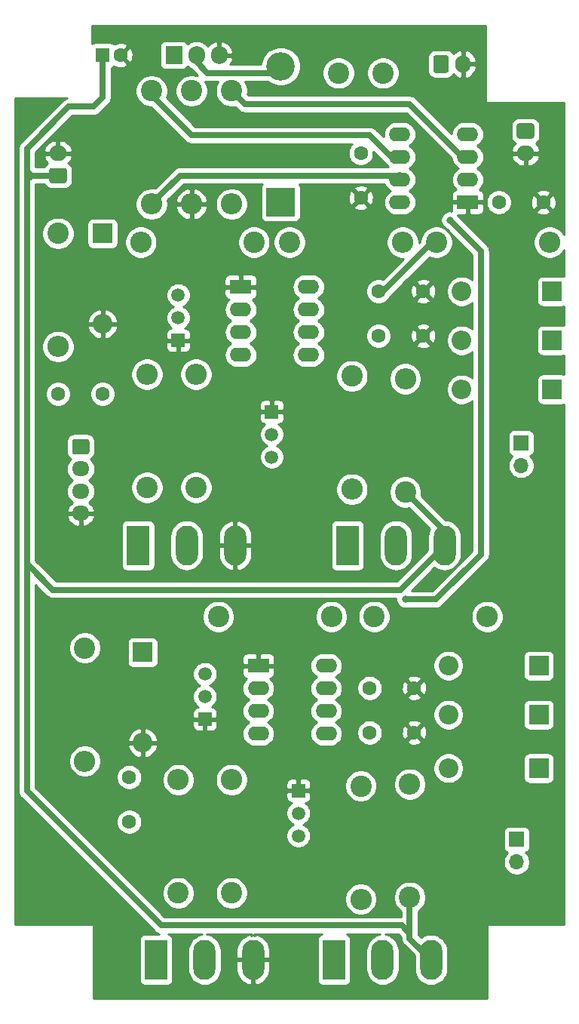
<source format=gbr>
%TF.GenerationSoftware,KiCad,Pcbnew,5.1.10-88a1d61d58~90~ubuntu20.04.1*%
%TF.CreationDate,2022-01-16T21:36:51+00:00*%
%TF.ProjectId,spike_n_hold,7370696b-655f-46e5-9f68-6f6c642e6b69,rev?*%
%TF.SameCoordinates,Original*%
%TF.FileFunction,Copper,L2,Bot*%
%TF.FilePolarity,Positive*%
%FSLAX46Y46*%
G04 Gerber Fmt 4.6, Leading zero omitted, Abs format (unit mm)*
G04 Created by KiCad (PCBNEW 5.1.10-88a1d61d58~90~ubuntu20.04.1) date 2022-01-16 21:36:51*
%MOMM*%
%LPD*%
G01*
G04 APERTURE LIST*
%TA.AperFunction,ComponentPad*%
%ADD10C,2.400000*%
%TD*%
%TA.AperFunction,ComponentPad*%
%ADD11O,2.000000X1.700000*%
%TD*%
%TA.AperFunction,ComponentPad*%
%ADD12O,2.400000X2.400000*%
%TD*%
%TA.AperFunction,ComponentPad*%
%ADD13C,1.600000*%
%TD*%
%TA.AperFunction,ComponentPad*%
%ADD14R,1.600000X1.600000*%
%TD*%
%TA.AperFunction,ComponentPad*%
%ADD15O,2.400000X1.600000*%
%TD*%
%TA.AperFunction,ComponentPad*%
%ADD16R,2.400000X1.600000*%
%TD*%
%TA.AperFunction,ComponentPad*%
%ADD17O,1.905000X2.000000*%
%TD*%
%TA.AperFunction,ComponentPad*%
%ADD18R,1.905000X2.000000*%
%TD*%
%TA.AperFunction,ComponentPad*%
%ADD19O,1.700000X2.000000*%
%TD*%
%TA.AperFunction,ComponentPad*%
%ADD20R,2.200000X2.200000*%
%TD*%
%TA.AperFunction,ComponentPad*%
%ADD21O,2.200000X2.200000*%
%TD*%
%TA.AperFunction,ComponentPad*%
%ADD22R,3.200000X3.200000*%
%TD*%
%TA.AperFunction,ComponentPad*%
%ADD23O,3.200000X3.200000*%
%TD*%
%TA.AperFunction,ComponentPad*%
%ADD24R,1.700000X1.700000*%
%TD*%
%TA.AperFunction,ComponentPad*%
%ADD25O,1.700000X1.700000*%
%TD*%
%TA.AperFunction,ComponentPad*%
%ADD26O,2.500000X4.500000*%
%TD*%
%TA.AperFunction,ComponentPad*%
%ADD27R,2.500000X4.500000*%
%TD*%
%TA.AperFunction,ComponentPad*%
%ADD28C,1.500000*%
%TD*%
%TA.AperFunction,ComponentPad*%
%ADD29R,1.500000X1.500000*%
%TD*%
%TA.AperFunction,ComponentPad*%
%ADD30O,1.950000X1.700000*%
%TD*%
%TA.AperFunction,ViaPad*%
%ADD31C,0.800000*%
%TD*%
%TA.AperFunction,Conductor*%
%ADD32C,0.700000*%
%TD*%
%TA.AperFunction,Conductor*%
%ADD33C,0.254000*%
%TD*%
%TA.AperFunction,Conductor*%
%ADD34C,0.100000*%
%TD*%
G04 APERTURE END LIST*
D10*
%TO.P,L1,2*%
%TO.N,Net-(D17-Pad2)*%
X141000000Y-38500000D03*
%TO.P,L1,1*%
%TO.N,+12V*%
X146000000Y-38500000D03*
%TD*%
D11*
%TO.P,J7,2*%
%TO.N,GND*%
X109500000Y-47500000D03*
%TO.P,J7,1*%
%TO.N,+24V*%
%TA.AperFunction,ComponentPad*%
G36*
G01*
X110250000Y-50850000D02*
X108750000Y-50850000D01*
G75*
G02*
X108500000Y-50600000I0J250000D01*
G01*
X108500000Y-49400000D01*
G75*
G02*
X108750000Y-49150000I250000J0D01*
G01*
X110250000Y-49150000D01*
G75*
G02*
X110500000Y-49400000I0J-250000D01*
G01*
X110500000Y-50600000D01*
G75*
G02*
X110250000Y-50850000I-250000J0D01*
G01*
G37*
%TD.AperFunction*%
%TD*%
D10*
%TO.P,R15,1*%
%TO.N,+12V*%
X131500000Y-57500000D03*
D12*
%TO.P,R15,2*%
%TO.N,Net-(R15-Pad2)*%
X118800000Y-57500000D03*
%TD*%
D13*
%TO.P,C15,2*%
%TO.N,GND*%
X116500000Y-36500000D03*
D14*
%TO.P,C15,1*%
%TO.N,+24V*%
X114500000Y-36500000D03*
%TD*%
D15*
%TO.P,U3,8*%
%TO.N,+12V*%
X147880000Y-53000000D03*
%TO.P,U3,4*%
X155500000Y-45380000D03*
%TO.P,U3,7*%
%TO.N,Net-(R15-Pad2)*%
X147880000Y-50460000D03*
%TO.P,U3,3*%
%TO.N,Net-(R17-Pad1)*%
X155500000Y-47920000D03*
%TO.P,U3,6*%
%TO.N,Net-(C7-Pad2)*%
X147880000Y-47920000D03*
%TO.P,U3,2*%
X155500000Y-50460000D03*
%TO.P,U3,5*%
%TO.N,Net-(C8-Pad2)*%
X147880000Y-45380000D03*
D16*
%TO.P,U3,1*%
%TO.N,GND*%
X155500000Y-53000000D03*
%TD*%
D12*
%TO.P,R18,2*%
%TO.N,GND*%
X124500000Y-53200000D03*
D10*
%TO.P,R18,1*%
%TO.N,Net-(Q9-Pad1)*%
X124500000Y-40500000D03*
%TD*%
D12*
%TO.P,R17,2*%
%TO.N,Net-(Q9-Pad1)*%
X129000000Y-53200000D03*
D10*
%TO.P,R17,1*%
%TO.N,Net-(R17-Pad1)*%
X129000000Y-40500000D03*
%TD*%
D17*
%TO.P,Q9,3*%
%TO.N,GND*%
X127580000Y-36500000D03*
%TO.P,Q9,2*%
%TO.N,Net-(D17-Pad2)*%
X125040000Y-36500000D03*
D18*
%TO.P,Q9,1*%
%TO.N,Net-(Q9-Pad1)*%
X122500000Y-36500000D03*
%TD*%
D19*
%TO.P,J6,2*%
%TO.N,GND*%
X155000000Y-37500000D03*
%TO.P,J6,1*%
%TO.N,+12V*%
%TA.AperFunction,ComponentPad*%
G36*
G01*
X151650000Y-38250000D02*
X151650000Y-36750000D01*
G75*
G02*
X151900000Y-36500000I250000J0D01*
G01*
X153100000Y-36500000D01*
G75*
G02*
X153350000Y-36750000I0J-250000D01*
G01*
X153350000Y-38250000D01*
G75*
G02*
X153100000Y-38500000I-250000J0D01*
G01*
X151900000Y-38500000D01*
G75*
G02*
X151650000Y-38250000I0J250000D01*
G01*
G37*
%TD.AperFunction*%
%TD*%
D11*
%TO.P,J5,2*%
%TO.N,GND*%
X162000000Y-47500000D03*
%TO.P,J5,1*%
%TO.N,+12V*%
%TA.AperFunction,ComponentPad*%
G36*
G01*
X161250000Y-44150000D02*
X162750000Y-44150000D01*
G75*
G02*
X163000000Y-44400000I0J-250000D01*
G01*
X163000000Y-45600000D01*
G75*
G02*
X162750000Y-45850000I-250000J0D01*
G01*
X161250000Y-45850000D01*
G75*
G02*
X161000000Y-45600000I0J250000D01*
G01*
X161000000Y-44400000D01*
G75*
G02*
X161250000Y-44150000I250000J0D01*
G01*
G37*
%TD.AperFunction*%
%TD*%
D13*
%TO.P,C8,2*%
%TO.N,Net-(C8-Pad2)*%
X143500000Y-47500000D03*
%TO.P,C8,1*%
%TO.N,GND*%
X143500000Y-52500000D03*
%TD*%
%TO.P,C7,2*%
%TO.N,Net-(C7-Pad2)*%
X159000000Y-53000000D03*
%TO.P,C7,1*%
%TO.N,GND*%
X164000000Y-53000000D03*
%TD*%
D20*
%TO.P,D4,1*%
%TO.N,Net-(D4-Pad1)*%
X114500000Y-56500000D03*
D21*
%TO.P,D4,2*%
%TO.N,GND*%
X114500000Y-66660000D03*
%TD*%
D13*
%TO.P,C1,1*%
%TO.N,Net-(C1-Pad1)*%
X117500000Y-117500000D03*
%TO.P,C1,2*%
%TO.N,input_trigger2*%
X117500000Y-122500000D03*
%TD*%
%TO.P,C2,1*%
%TO.N,Net-(C2-Pad1)*%
X109500000Y-74500000D03*
%TO.P,C2,2*%
%TO.N,input_trigger1*%
X114500000Y-74500000D03*
%TD*%
%TO.P,C3,2*%
%TO.N,Net-(C3-Pad2)*%
X144500000Y-112500000D03*
%TO.P,C3,1*%
%TO.N,GND*%
X149500000Y-112500000D03*
%TD*%
%TO.P,C4,2*%
%TO.N,Net-(C4-Pad2)*%
X145500000Y-68000000D03*
%TO.P,C4,1*%
%TO.N,GND*%
X150500000Y-68000000D03*
%TD*%
%TO.P,C5,1*%
%TO.N,Net-(C5-Pad1)*%
X144500000Y-107500000D03*
%TO.P,C5,2*%
%TO.N,GND*%
X149500000Y-107500000D03*
%TD*%
%TO.P,C6,2*%
%TO.N,GND*%
X150500000Y-63000000D03*
%TO.P,C6,1*%
%TO.N,Net-(C6-Pad1)*%
X145500000Y-63000000D03*
%TD*%
D21*
%TO.P,D1,2*%
%TO.N,+12V*%
X153340000Y-105000000D03*
D20*
%TO.P,D1,1*%
%TO.N,Net-(D1-Pad1)*%
X163500000Y-105000000D03*
%TD*%
%TO.P,D2,1*%
%TO.N,Net-(D2-Pad1)*%
X165000000Y-63000000D03*
D21*
%TO.P,D2,2*%
%TO.N,+12V*%
X154840000Y-63000000D03*
%TD*%
%TO.P,D3,2*%
%TO.N,GND*%
X119000000Y-113660000D03*
D20*
%TO.P,D3,1*%
%TO.N,Net-(D3-Pad1)*%
X119000000Y-103500000D03*
%TD*%
D21*
%TO.P,D5,2*%
%TO.N,Net-(D5-Pad2)*%
X153340000Y-110500000D03*
D20*
%TO.P,D5,1*%
%TO.N,Net-(D1-Pad1)*%
X163500000Y-110500000D03*
%TD*%
D21*
%TO.P,D6,2*%
%TO.N,Net-(D6-Pad2)*%
X154840000Y-68500000D03*
D20*
%TO.P,D6,1*%
%TO.N,Net-(D2-Pad1)*%
X165000000Y-68500000D03*
%TD*%
%TO.P,D7,1*%
%TO.N,Net-(D7-Pad1)*%
X163500000Y-116500000D03*
D21*
%TO.P,D7,2*%
%TO.N,Net-(D5-Pad2)*%
X153340000Y-116500000D03*
%TD*%
%TO.P,D8,2*%
%TO.N,Net-(D6-Pad2)*%
X154840000Y-74000000D03*
D20*
%TO.P,D8,1*%
%TO.N,Net-(D8-Pad1)*%
X165000000Y-74000000D03*
%TD*%
D22*
%TO.P,D17,1*%
%TO.N,+24V*%
X134500000Y-53000000D03*
D23*
%TO.P,D17,2*%
%TO.N,Net-(D17-Pad2)*%
X134500000Y-37760000D03*
%TD*%
D24*
%TO.P,J3,1*%
%TO.N,Net-(D1-Pad1)*%
X161000000Y-124500000D03*
D25*
%TO.P,J3,2*%
%TO.N,Net-(D7-Pad1)*%
X161000000Y-127040000D03*
%TD*%
%TO.P,J4,2*%
%TO.N,Net-(D8-Pad1)*%
X161500000Y-82540000D03*
D24*
%TO.P,J4,1*%
%TO.N,Net-(D2-Pad1)*%
X161500000Y-80000000D03*
%TD*%
D26*
%TO.P,Q1,3*%
%TO.N,+24V*%
X151400000Y-138000000D03*
%TO.P,Q1,2*%
%TO.N,Net-(D1-Pad1)*%
X145950000Y-138000000D03*
D27*
%TO.P,Q1,1*%
%TO.N,Net-(Q1-Pad1)*%
X140500000Y-138000000D03*
%TD*%
%TO.P,Q2,1*%
%TO.N,Net-(Q2-Pad1)*%
X142000000Y-91500000D03*
D26*
%TO.P,Q2,2*%
%TO.N,Net-(D2-Pad1)*%
X147450000Y-91500000D03*
%TO.P,Q2,3*%
%TO.N,+24V*%
X152900000Y-91500000D03*
%TD*%
%TO.P,Q7,3*%
%TO.N,GND*%
X131400000Y-138000000D03*
%TO.P,Q7,2*%
%TO.N,Net-(D7-Pad1)*%
X125950000Y-138000000D03*
D27*
%TO.P,Q7,1*%
%TO.N,Net-(Q7-Pad1)*%
X120500000Y-138000000D03*
%TD*%
D26*
%TO.P,Q8,3*%
%TO.N,GND*%
X129400000Y-91500000D03*
%TO.P,Q8,2*%
%TO.N,Net-(D8-Pad1)*%
X123950000Y-91500000D03*
D27*
%TO.P,Q8,1*%
%TO.N,Net-(Q8-Pad1)*%
X118500000Y-91500000D03*
%TD*%
D10*
%TO.P,R1,1*%
%TO.N,+24V*%
X149000000Y-131000000D03*
D12*
%TO.P,R1,2*%
%TO.N,Net-(Q5-Pad3)*%
X149000000Y-118300000D03*
%TD*%
%TO.P,R2,2*%
%TO.N,Net-(Q6-Pad3)*%
X148500000Y-72800000D03*
D10*
%TO.P,R2,1*%
%TO.N,+24V*%
X148500000Y-85500000D03*
%TD*%
D12*
%TO.P,R3,2*%
%TO.N,Net-(Q1-Pad1)*%
X143500000Y-131200000D03*
D10*
%TO.P,R3,1*%
%TO.N,Net-(Q5-Pad3)*%
X143500000Y-118500000D03*
%TD*%
%TO.P,R4,1*%
%TO.N,Net-(Q6-Pad3)*%
X142500000Y-72500000D03*
D12*
%TO.P,R4,2*%
%TO.N,Net-(Q2-Pad1)*%
X142500000Y-85200000D03*
%TD*%
%TO.P,R5,2*%
%TO.N,Net-(C1-Pad1)*%
X112500000Y-115700000D03*
D10*
%TO.P,R5,1*%
%TO.N,Net-(D3-Pad1)*%
X112500000Y-103000000D03*
%TD*%
%TO.P,R6,1*%
%TO.N,Net-(D4-Pad1)*%
X109500000Y-56500000D03*
D12*
%TO.P,R6,2*%
%TO.N,Net-(C2-Pad1)*%
X109500000Y-69200000D03*
%TD*%
%TO.P,R7,2*%
%TO.N,timed_trigger2*%
X129000000Y-117800000D03*
D10*
%TO.P,R7,1*%
%TO.N,Net-(Q5-Pad2)*%
X129000000Y-130500000D03*
%TD*%
%TO.P,R8,1*%
%TO.N,Net-(Q6-Pad2)*%
X125000000Y-85000000D03*
D12*
%TO.P,R8,2*%
%TO.N,timed_trigger1*%
X125000000Y-72300000D03*
%TD*%
D10*
%TO.P,R9,1*%
%TO.N,Net-(Q3-Pad3)*%
X127500000Y-99500000D03*
D12*
%TO.P,R9,2*%
%TO.N,+12V*%
X140200000Y-99500000D03*
%TD*%
%TO.P,R10,2*%
%TO.N,+12V*%
X148200000Y-57500000D03*
D10*
%TO.P,R10,1*%
%TO.N,Net-(Q4-Pad3)*%
X135500000Y-57500000D03*
%TD*%
%TO.P,R11,1*%
%TO.N,Net-(Q7-Pad1)*%
X123000000Y-130500000D03*
D12*
%TO.P,R11,2*%
%TO.N,input_trigger2*%
X123000000Y-117800000D03*
%TD*%
%TO.P,R12,2*%
%TO.N,input_trigger1*%
X119500000Y-72300000D03*
D10*
%TO.P,R12,1*%
%TO.N,Net-(Q8-Pad1)*%
X119500000Y-85000000D03*
%TD*%
D12*
%TO.P,R13,2*%
%TO.N,+12V*%
X157700000Y-99500000D03*
D10*
%TO.P,R13,1*%
%TO.N,Net-(C5-Pad1)*%
X145000000Y-99500000D03*
%TD*%
%TO.P,R14,1*%
%TO.N,Net-(C6-Pad1)*%
X152000000Y-57500000D03*
D12*
%TO.P,R14,2*%
%TO.N,+12V*%
X164700000Y-57500000D03*
%TD*%
D16*
%TO.P,U1,1*%
%TO.N,GND*%
X132000000Y-105000000D03*
D15*
%TO.P,U1,5*%
%TO.N,Net-(C3-Pad2)*%
X139620000Y-112620000D03*
%TO.P,U1,2*%
%TO.N,Net-(Q3-Pad3)*%
X132000000Y-107540000D03*
%TO.P,U1,6*%
%TO.N,Net-(C5-Pad1)*%
X139620000Y-110080000D03*
%TO.P,U1,3*%
%TO.N,timed_trigger2*%
X132000000Y-110080000D03*
%TO.P,U1,7*%
%TO.N,Net-(C5-Pad1)*%
X139620000Y-107540000D03*
%TO.P,U1,4*%
%TO.N,+12V*%
X132000000Y-112620000D03*
%TO.P,U1,8*%
X139620000Y-105000000D03*
%TD*%
D16*
%TO.P,U2,1*%
%TO.N,GND*%
X130000000Y-62500000D03*
D15*
%TO.P,U2,5*%
%TO.N,Net-(C4-Pad2)*%
X137620000Y-70120000D03*
%TO.P,U2,2*%
%TO.N,Net-(Q4-Pad3)*%
X130000000Y-65040000D03*
%TO.P,U2,6*%
%TO.N,Net-(C6-Pad1)*%
X137620000Y-67580000D03*
%TO.P,U2,3*%
%TO.N,timed_trigger1*%
X130000000Y-67580000D03*
%TO.P,U2,7*%
%TO.N,Net-(C6-Pad1)*%
X137620000Y-65040000D03*
%TO.P,U2,4*%
%TO.N,+12V*%
X130000000Y-70120000D03*
%TO.P,U2,8*%
X137620000Y-62500000D03*
%TD*%
D28*
%TO.P,Q3,2*%
%TO.N,Net-(D3-Pad1)*%
X126000000Y-108460000D03*
%TO.P,Q3,3*%
%TO.N,Net-(Q3-Pad3)*%
X126000000Y-105920000D03*
D29*
%TO.P,Q3,1*%
%TO.N,GND*%
X126000000Y-111000000D03*
%TD*%
%TO.P,Q4,1*%
%TO.N,GND*%
X123000000Y-68500000D03*
D28*
%TO.P,Q4,3*%
%TO.N,Net-(Q4-Pad3)*%
X123000000Y-63420000D03*
%TO.P,Q4,2*%
%TO.N,Net-(D4-Pad1)*%
X123000000Y-65960000D03*
%TD*%
D29*
%TO.P,Q5,1*%
%TO.N,GND*%
X136500000Y-119000000D03*
D28*
%TO.P,Q5,3*%
%TO.N,Net-(Q5-Pad3)*%
X136500000Y-124080000D03*
%TO.P,Q5,2*%
%TO.N,Net-(Q5-Pad2)*%
X136500000Y-121540000D03*
%TD*%
D29*
%TO.P,Q6,1*%
%TO.N,GND*%
X133500000Y-76500000D03*
D28*
%TO.P,Q6,3*%
%TO.N,Net-(Q6-Pad3)*%
X133500000Y-81580000D03*
%TO.P,Q6,2*%
%TO.N,Net-(Q6-Pad2)*%
X133500000Y-79040000D03*
%TD*%
D10*
%TO.P,R16,1*%
%TO.N,Net-(C7-Pad2)*%
X120000000Y-40500000D03*
D12*
%TO.P,R16,2*%
%TO.N,Net-(R15-Pad2)*%
X120000000Y-53200000D03*
%TD*%
%TO.P,J1,1*%
%TO.N,input_trigger1*%
%TA.AperFunction,ComponentPad*%
G36*
G01*
X111323000Y-79576000D02*
X112773000Y-79576000D01*
G75*
G02*
X113023000Y-79826000I0J-250000D01*
G01*
X113023000Y-81026000D01*
G75*
G02*
X112773000Y-81276000I-250000J0D01*
G01*
X111323000Y-81276000D01*
G75*
G02*
X111073000Y-81026000I0J250000D01*
G01*
X111073000Y-79826000D01*
G75*
G02*
X111323000Y-79576000I250000J0D01*
G01*
G37*
%TD.AperFunction*%
D30*
%TO.P,J1,2*%
%TO.N,input_trigger2*%
X112048000Y-82926000D03*
%TO.P,J1,3*%
%TO.N,Net-(J1-Pad3)*%
X112048000Y-85426000D03*
%TO.P,J1,4*%
%TO.N,GND*%
X112048000Y-87926000D03*
%TD*%
D31*
%TO.N,+12V*%
X153499990Y-55000000D03*
X148500000Y-97552183D03*
%TD*%
D32*
%TO.N,Net-(C6-Pad1)*%
X151500000Y-57500000D02*
X152000000Y-57500000D01*
X146000000Y-63000000D02*
X151500000Y-57500000D01*
X145500000Y-63000000D02*
X146000000Y-63000000D01*
%TO.N,+24V*%
X152900000Y-89900000D02*
X148500000Y-85500000D01*
X152900000Y-91500000D02*
X152900000Y-89900000D01*
X149000000Y-135600000D02*
X151400000Y-138000000D01*
X147900000Y-96500000D02*
X152900000Y-91500000D01*
X108914000Y-96500000D02*
X106000000Y-93586000D01*
X147900000Y-96500000D02*
X108914000Y-96500000D01*
X149000000Y-135041000D02*
X149000000Y-135600000D01*
X149000000Y-131000000D02*
X149000000Y-135041000D01*
X109500000Y-50000000D02*
X106000000Y-50000000D01*
X106000000Y-50000000D02*
X106000000Y-88500000D01*
X106000000Y-88500000D02*
X106000000Y-93586000D01*
X106000000Y-50500000D02*
X106500000Y-50000000D01*
X106500000Y-50000000D02*
X106000000Y-49500000D01*
X113497000Y-42274000D02*
X110726000Y-42274000D01*
X106000000Y-47000000D02*
X106000000Y-50000000D01*
X114500000Y-41271000D02*
X113497000Y-42274000D01*
X110726000Y-42274000D02*
X106000000Y-47000000D01*
X114500000Y-36500000D02*
X114500000Y-41271000D01*
X148106000Y-134147000D02*
X149000000Y-135041000D01*
X121065000Y-134147000D02*
X148106000Y-134147000D01*
X106000000Y-119082000D02*
X121065000Y-134147000D01*
X106000000Y-93586000D02*
X106000000Y-119082000D01*
%TO.N,+12V*%
X151947817Y-97552183D02*
X148500000Y-97552183D01*
X157000000Y-92500000D02*
X151947817Y-97552183D01*
X157000000Y-58500010D02*
X157000000Y-92500000D01*
X153499990Y-55000000D02*
X157000000Y-58500010D01*
%TO.N,Net-(R15-Pad2)*%
X147880000Y-49960000D02*
X147880000Y-50460000D01*
X121200000Y-52000000D02*
X120000000Y-53200000D01*
X123200000Y-50000000D02*
X121200000Y-52000000D01*
X147420000Y-50000000D02*
X123200000Y-50000000D01*
X147880000Y-50460000D02*
X147420000Y-50000000D01*
%TO.N,Net-(C7-Pad2)*%
X120000000Y-41000000D02*
X120000000Y-40500000D01*
X124500000Y-45500000D02*
X120000000Y-41000000D01*
X144500000Y-45500000D02*
X124500000Y-45500000D01*
X146920000Y-47920000D02*
X144500000Y-45500000D01*
X147880000Y-47920000D02*
X146920000Y-47920000D01*
%TO.N,Net-(D17-Pad2)*%
X125040000Y-37270000D02*
X125040000Y-36500000D01*
X126270000Y-38500000D02*
X125040000Y-37270000D01*
X133760000Y-38500000D02*
X126270000Y-38500000D01*
X134500000Y-37760000D02*
X133760000Y-38500000D01*
%TO.N,Net-(R17-Pad1)*%
X130500000Y-42000000D02*
X129000000Y-40500000D01*
X149000000Y-42000000D02*
X130500000Y-42000000D01*
X154920000Y-47920000D02*
X149000000Y-42000000D01*
X155500000Y-47920000D02*
X154920000Y-47920000D01*
%TD*%
D33*
%TO.N,GND*%
X157514000Y-41691000D02*
X157516440Y-41715776D01*
X157523667Y-41739601D01*
X157535403Y-41761557D01*
X157551197Y-41780803D01*
X157570443Y-41796597D01*
X157592399Y-41808333D01*
X157616224Y-41815560D01*
X157641000Y-41818000D01*
X166340000Y-41818000D01*
X166340000Y-56664224D01*
X166326156Y-56630801D01*
X166125338Y-56330256D01*
X165869744Y-56074662D01*
X165569199Y-55873844D01*
X165235250Y-55735518D01*
X164880732Y-55665000D01*
X164519268Y-55665000D01*
X164164750Y-55735518D01*
X163830801Y-55873844D01*
X163530256Y-56074662D01*
X163274662Y-56330256D01*
X163073844Y-56630801D01*
X162935518Y-56964750D01*
X162865000Y-57319268D01*
X162865000Y-57680732D01*
X162935518Y-58035250D01*
X163073844Y-58369199D01*
X163274662Y-58669744D01*
X163530256Y-58925338D01*
X163830801Y-59126156D01*
X164164750Y-59264482D01*
X164519268Y-59335000D01*
X164880732Y-59335000D01*
X165235250Y-59264482D01*
X165569199Y-59126156D01*
X165869744Y-58925338D01*
X166125338Y-58669744D01*
X166326156Y-58369199D01*
X166340000Y-58335776D01*
X166340000Y-61309230D01*
X166224482Y-61274188D01*
X166100000Y-61261928D01*
X163900000Y-61261928D01*
X163775518Y-61274188D01*
X163655820Y-61310498D01*
X163545506Y-61369463D01*
X163448815Y-61448815D01*
X163369463Y-61545506D01*
X163310498Y-61655820D01*
X163274188Y-61775518D01*
X163261928Y-61900000D01*
X163261928Y-64100000D01*
X163274188Y-64224482D01*
X163310498Y-64344180D01*
X163369463Y-64454494D01*
X163448815Y-64551185D01*
X163545506Y-64630537D01*
X163655820Y-64689502D01*
X163775518Y-64725812D01*
X163900000Y-64738072D01*
X166100000Y-64738072D01*
X166224482Y-64725812D01*
X166340000Y-64690770D01*
X166340000Y-66809230D01*
X166224482Y-66774188D01*
X166100000Y-66761928D01*
X163900000Y-66761928D01*
X163775518Y-66774188D01*
X163655820Y-66810498D01*
X163545506Y-66869463D01*
X163448815Y-66948815D01*
X163369463Y-67045506D01*
X163310498Y-67155820D01*
X163274188Y-67275518D01*
X163261928Y-67400000D01*
X163261928Y-69600000D01*
X163274188Y-69724482D01*
X163310498Y-69844180D01*
X163369463Y-69954494D01*
X163448815Y-70051185D01*
X163545506Y-70130537D01*
X163655820Y-70189502D01*
X163775518Y-70225812D01*
X163900000Y-70238072D01*
X166100000Y-70238072D01*
X166224482Y-70225812D01*
X166340000Y-70190770D01*
X166340000Y-72309230D01*
X166224482Y-72274188D01*
X166100000Y-72261928D01*
X163900000Y-72261928D01*
X163775518Y-72274188D01*
X163655820Y-72310498D01*
X163545506Y-72369463D01*
X163448815Y-72448815D01*
X163369463Y-72545506D01*
X163310498Y-72655820D01*
X163274188Y-72775518D01*
X163261928Y-72900000D01*
X163261928Y-75100000D01*
X163274188Y-75224482D01*
X163310498Y-75344180D01*
X163369463Y-75454494D01*
X163448815Y-75551185D01*
X163545506Y-75630537D01*
X163655820Y-75689502D01*
X163775518Y-75725812D01*
X163900000Y-75738072D01*
X166100000Y-75738072D01*
X166224482Y-75725812D01*
X166340000Y-75690770D01*
X166340001Y-134020000D01*
X157768000Y-134020000D01*
X157743224Y-134022440D01*
X157719399Y-134029667D01*
X157697443Y-134041403D01*
X157678197Y-134057197D01*
X157662403Y-134076443D01*
X157650667Y-134098399D01*
X157643440Y-134122224D01*
X157641000Y-134147000D01*
X157641000Y-142340000D01*
X113445000Y-142340000D01*
X113445000Y-134147000D01*
X113442560Y-134122224D01*
X113435333Y-134098399D01*
X113423597Y-134076443D01*
X113407803Y-134057197D01*
X113388557Y-134041403D01*
X113366601Y-134029667D01*
X113342776Y-134022440D01*
X113318000Y-134020000D01*
X104660000Y-134020000D01*
X104660000Y-41310000D01*
X110510664Y-41310000D01*
X110347233Y-41359576D01*
X110176116Y-41451040D01*
X110026130Y-41574130D01*
X109995284Y-41611716D01*
X105337716Y-46269284D01*
X105300130Y-46300130D01*
X105177040Y-46450116D01*
X105108187Y-46578932D01*
X105085576Y-46621234D01*
X105029253Y-46806907D01*
X105010235Y-47000000D01*
X105015000Y-47048380D01*
X105015001Y-49451612D01*
X105010235Y-49500000D01*
X105015001Y-49548388D01*
X105015001Y-49951610D01*
X105010235Y-50000000D01*
X105015000Y-50048380D01*
X105015000Y-50451620D01*
X105010235Y-50500000D01*
X105015000Y-50548380D01*
X105015001Y-88451611D01*
X105015000Y-88451621D01*
X105015001Y-93537610D01*
X105010235Y-93586000D01*
X105015000Y-93634380D01*
X105015001Y-119033610D01*
X105010235Y-119082000D01*
X105029253Y-119275093D01*
X105085576Y-119460766D01*
X105085577Y-119460767D01*
X105177041Y-119631884D01*
X105300131Y-119781870D01*
X105337711Y-119812711D01*
X120334284Y-134809284D01*
X120365130Y-134846870D01*
X120515116Y-134969960D01*
X120686233Y-135061424D01*
X120828691Y-135104638D01*
X120852723Y-135111928D01*
X119250000Y-135111928D01*
X119125518Y-135124188D01*
X119005820Y-135160498D01*
X118895506Y-135219463D01*
X118798815Y-135298815D01*
X118719463Y-135395506D01*
X118660498Y-135505820D01*
X118624188Y-135625518D01*
X118611928Y-135750000D01*
X118611928Y-140250000D01*
X118624188Y-140374482D01*
X118660498Y-140494180D01*
X118719463Y-140604494D01*
X118798815Y-140701185D01*
X118895506Y-140780537D01*
X119005820Y-140839502D01*
X119125518Y-140875812D01*
X119250000Y-140888072D01*
X121750000Y-140888072D01*
X121874482Y-140875812D01*
X121994180Y-140839502D01*
X122104494Y-140780537D01*
X122201185Y-140701185D01*
X122280537Y-140604494D01*
X122339502Y-140494180D01*
X122375812Y-140374482D01*
X122388072Y-140250000D01*
X122388072Y-135750000D01*
X122375812Y-135625518D01*
X122339502Y-135505820D01*
X122280537Y-135395506D01*
X122201185Y-135298815D01*
X122104494Y-135219463D01*
X121994180Y-135160498D01*
X121900235Y-135132000D01*
X125684800Y-135132000D01*
X125580476Y-135142275D01*
X125225152Y-135250061D01*
X124897683Y-135425097D01*
X124610655Y-135660655D01*
X124375097Y-135947683D01*
X124200061Y-136275153D01*
X124092275Y-136630477D01*
X124065000Y-136907404D01*
X124065001Y-139092597D01*
X124092276Y-139369524D01*
X124200062Y-139724848D01*
X124375098Y-140052317D01*
X124610656Y-140339345D01*
X124897684Y-140574903D01*
X125225153Y-140749939D01*
X125580477Y-140857725D01*
X125950000Y-140894120D01*
X126319524Y-140857725D01*
X126674848Y-140749939D01*
X127002317Y-140574903D01*
X127289345Y-140339345D01*
X127524903Y-140052317D01*
X127699939Y-139724848D01*
X127807725Y-139369524D01*
X127835000Y-139092597D01*
X127835000Y-138127000D01*
X129515000Y-138127000D01*
X129515000Y-139127000D01*
X129575996Y-139492305D01*
X129707088Y-139838691D01*
X129903237Y-140152847D01*
X130156906Y-140422699D01*
X130458347Y-140637878D01*
X130795975Y-140790114D01*
X130980355Y-140837695D01*
X131273000Y-140721572D01*
X131273000Y-138127000D01*
X131527000Y-138127000D01*
X131527000Y-140721572D01*
X131819645Y-140837695D01*
X132004025Y-140790114D01*
X132341653Y-140637878D01*
X132643094Y-140422699D01*
X132896763Y-140152847D01*
X133092912Y-139838691D01*
X133224004Y-139492305D01*
X133285000Y-139127000D01*
X133285000Y-138127000D01*
X131527000Y-138127000D01*
X131273000Y-138127000D01*
X129515000Y-138127000D01*
X127835000Y-138127000D01*
X127835000Y-136907403D01*
X127807725Y-136630476D01*
X127699939Y-136275152D01*
X127524903Y-135947683D01*
X127289345Y-135660655D01*
X127002317Y-135425097D01*
X126674847Y-135250061D01*
X126319523Y-135142275D01*
X126215200Y-135132000D01*
X131272998Y-135132000D01*
X131272998Y-135278427D01*
X130980355Y-135162305D01*
X130795975Y-135209886D01*
X130458347Y-135362122D01*
X130156906Y-135577301D01*
X129903237Y-135847153D01*
X129707088Y-136161309D01*
X129575996Y-136507695D01*
X129515000Y-136873000D01*
X129515000Y-137873000D01*
X131273000Y-137873000D01*
X131273000Y-137853000D01*
X131527000Y-137853000D01*
X131527000Y-137873000D01*
X133285000Y-137873000D01*
X133285000Y-136873000D01*
X133224004Y-136507695D01*
X133092912Y-136161309D01*
X132896763Y-135847153D01*
X132643094Y-135577301D01*
X132341653Y-135362122D01*
X132004025Y-135209886D01*
X131819645Y-135162305D01*
X131527002Y-135278427D01*
X131527002Y-135132000D01*
X139099765Y-135132000D01*
X139005820Y-135160498D01*
X138895506Y-135219463D01*
X138798815Y-135298815D01*
X138719463Y-135395506D01*
X138660498Y-135505820D01*
X138624188Y-135625518D01*
X138611928Y-135750000D01*
X138611928Y-140250000D01*
X138624188Y-140374482D01*
X138660498Y-140494180D01*
X138719463Y-140604494D01*
X138798815Y-140701185D01*
X138895506Y-140780537D01*
X139005820Y-140839502D01*
X139125518Y-140875812D01*
X139250000Y-140888072D01*
X141750000Y-140888072D01*
X141874482Y-140875812D01*
X141994180Y-140839502D01*
X142104494Y-140780537D01*
X142201185Y-140701185D01*
X142280537Y-140604494D01*
X142339502Y-140494180D01*
X142375812Y-140374482D01*
X142388072Y-140250000D01*
X142388072Y-135750000D01*
X142375812Y-135625518D01*
X142339502Y-135505820D01*
X142280537Y-135395506D01*
X142201185Y-135298815D01*
X142104494Y-135219463D01*
X141994180Y-135160498D01*
X141900235Y-135132000D01*
X145684800Y-135132000D01*
X145580476Y-135142275D01*
X145225152Y-135250061D01*
X144897683Y-135425097D01*
X144610655Y-135660655D01*
X144375097Y-135947683D01*
X144200061Y-136275153D01*
X144092275Y-136630477D01*
X144065000Y-136907404D01*
X144065001Y-139092597D01*
X144092276Y-139369524D01*
X144200062Y-139724848D01*
X144375098Y-140052317D01*
X144610656Y-140339345D01*
X144897684Y-140574903D01*
X145225153Y-140749939D01*
X145580477Y-140857725D01*
X145950000Y-140894120D01*
X146319524Y-140857725D01*
X146674848Y-140749939D01*
X147002317Y-140574903D01*
X147289345Y-140339345D01*
X147524903Y-140052317D01*
X147699939Y-139724848D01*
X147807725Y-139369524D01*
X147835000Y-139092597D01*
X147835000Y-136907403D01*
X147807725Y-136630476D01*
X147699939Y-136275152D01*
X147524903Y-135947683D01*
X147289345Y-135660655D01*
X147002317Y-135425097D01*
X146674847Y-135250061D01*
X146319523Y-135142275D01*
X146215200Y-135132000D01*
X147698000Y-135132000D01*
X148015000Y-135449001D01*
X148015000Y-135551620D01*
X148010235Y-135600000D01*
X148015000Y-135648379D01*
X148015000Y-135648380D01*
X148029253Y-135793094D01*
X148085576Y-135978767D01*
X148177041Y-136149884D01*
X148300131Y-136299870D01*
X148337711Y-136330711D01*
X149515000Y-137508001D01*
X149515001Y-139092597D01*
X149542276Y-139369524D01*
X149650062Y-139724848D01*
X149825098Y-140052317D01*
X150060656Y-140339345D01*
X150347684Y-140574903D01*
X150675153Y-140749939D01*
X151030477Y-140857725D01*
X151400000Y-140894120D01*
X151769524Y-140857725D01*
X152124848Y-140749939D01*
X152452317Y-140574903D01*
X152739345Y-140339345D01*
X152974903Y-140052317D01*
X153149939Y-139724848D01*
X153257725Y-139369524D01*
X153285000Y-139092597D01*
X153285000Y-136907403D01*
X153257725Y-136630476D01*
X153149939Y-136275152D01*
X152974903Y-135947683D01*
X152739345Y-135660655D01*
X152452317Y-135425097D01*
X152124847Y-135250061D01*
X151769523Y-135142275D01*
X151400000Y-135105880D01*
X151030476Y-135142275D01*
X150675152Y-135250061D01*
X150347683Y-135425097D01*
X150276509Y-135483508D01*
X149985000Y-135192000D01*
X149985000Y-135089380D01*
X149989765Y-135041000D01*
X149985000Y-134992620D01*
X149985000Y-132548780D01*
X150169744Y-132425338D01*
X150425338Y-132169744D01*
X150626156Y-131869199D01*
X150764482Y-131535250D01*
X150835000Y-131180732D01*
X150835000Y-130819268D01*
X150764482Y-130464750D01*
X150626156Y-130130801D01*
X150425338Y-129830256D01*
X150169744Y-129574662D01*
X149869199Y-129373844D01*
X149535250Y-129235518D01*
X149180732Y-129165000D01*
X148819268Y-129165000D01*
X148464750Y-129235518D01*
X148130801Y-129373844D01*
X147830256Y-129574662D01*
X147574662Y-129830256D01*
X147373844Y-130130801D01*
X147235518Y-130464750D01*
X147165000Y-130819268D01*
X147165000Y-131180732D01*
X147235518Y-131535250D01*
X147373844Y-131869199D01*
X147574662Y-132169744D01*
X147830256Y-132425338D01*
X148015000Y-132548780D01*
X148015001Y-133162000D01*
X121473000Y-133162000D01*
X118630268Y-130319268D01*
X121165000Y-130319268D01*
X121165000Y-130680732D01*
X121235518Y-131035250D01*
X121373844Y-131369199D01*
X121574662Y-131669744D01*
X121830256Y-131925338D01*
X122130801Y-132126156D01*
X122464750Y-132264482D01*
X122819268Y-132335000D01*
X123180732Y-132335000D01*
X123535250Y-132264482D01*
X123869199Y-132126156D01*
X124169744Y-131925338D01*
X124425338Y-131669744D01*
X124626156Y-131369199D01*
X124764482Y-131035250D01*
X124835000Y-130680732D01*
X124835000Y-130319268D01*
X127165000Y-130319268D01*
X127165000Y-130680732D01*
X127235518Y-131035250D01*
X127373844Y-131369199D01*
X127574662Y-131669744D01*
X127830256Y-131925338D01*
X128130801Y-132126156D01*
X128464750Y-132264482D01*
X128819268Y-132335000D01*
X129180732Y-132335000D01*
X129535250Y-132264482D01*
X129869199Y-132126156D01*
X130169744Y-131925338D01*
X130425338Y-131669744D01*
X130626156Y-131369199D01*
X130764482Y-131035250D01*
X130767661Y-131019268D01*
X141665000Y-131019268D01*
X141665000Y-131380732D01*
X141735518Y-131735250D01*
X141873844Y-132069199D01*
X142074662Y-132369744D01*
X142330256Y-132625338D01*
X142630801Y-132826156D01*
X142964750Y-132964482D01*
X143319268Y-133035000D01*
X143680732Y-133035000D01*
X144035250Y-132964482D01*
X144369199Y-132826156D01*
X144669744Y-132625338D01*
X144925338Y-132369744D01*
X145126156Y-132069199D01*
X145264482Y-131735250D01*
X145335000Y-131380732D01*
X145335000Y-131019268D01*
X145264482Y-130664750D01*
X145126156Y-130330801D01*
X144925338Y-130030256D01*
X144669744Y-129774662D01*
X144369199Y-129573844D01*
X144035250Y-129435518D01*
X143680732Y-129365000D01*
X143319268Y-129365000D01*
X142964750Y-129435518D01*
X142630801Y-129573844D01*
X142330256Y-129774662D01*
X142074662Y-130030256D01*
X141873844Y-130330801D01*
X141735518Y-130664750D01*
X141665000Y-131019268D01*
X130767661Y-131019268D01*
X130835000Y-130680732D01*
X130835000Y-130319268D01*
X130764482Y-129964750D01*
X130626156Y-129630801D01*
X130425338Y-129330256D01*
X130169744Y-129074662D01*
X129869199Y-128873844D01*
X129535250Y-128735518D01*
X129180732Y-128665000D01*
X128819268Y-128665000D01*
X128464750Y-128735518D01*
X128130801Y-128873844D01*
X127830256Y-129074662D01*
X127574662Y-129330256D01*
X127373844Y-129630801D01*
X127235518Y-129964750D01*
X127165000Y-130319268D01*
X124835000Y-130319268D01*
X124764482Y-129964750D01*
X124626156Y-129630801D01*
X124425338Y-129330256D01*
X124169744Y-129074662D01*
X123869199Y-128873844D01*
X123535250Y-128735518D01*
X123180732Y-128665000D01*
X122819268Y-128665000D01*
X122464750Y-128735518D01*
X122130801Y-128873844D01*
X121830256Y-129074662D01*
X121574662Y-129330256D01*
X121373844Y-129630801D01*
X121235518Y-129964750D01*
X121165000Y-130319268D01*
X118630268Y-130319268D01*
X110669665Y-122358665D01*
X116065000Y-122358665D01*
X116065000Y-122641335D01*
X116120147Y-122918574D01*
X116228320Y-123179727D01*
X116385363Y-123414759D01*
X116585241Y-123614637D01*
X116820273Y-123771680D01*
X117081426Y-123879853D01*
X117358665Y-123935000D01*
X117641335Y-123935000D01*
X117918574Y-123879853D01*
X118179727Y-123771680D01*
X118414759Y-123614637D01*
X118614637Y-123414759D01*
X118771680Y-123179727D01*
X118879853Y-122918574D01*
X118935000Y-122641335D01*
X118935000Y-122358665D01*
X118879853Y-122081426D01*
X118771680Y-121820273D01*
X118614637Y-121585241D01*
X118414759Y-121385363D01*
X118179727Y-121228320D01*
X117918574Y-121120147D01*
X117641335Y-121065000D01*
X117358665Y-121065000D01*
X117081426Y-121120147D01*
X116820273Y-121228320D01*
X116585241Y-121385363D01*
X116385363Y-121585241D01*
X116228320Y-121820273D01*
X116120147Y-122081426D01*
X116065000Y-122358665D01*
X110669665Y-122358665D01*
X108061000Y-119750000D01*
X135111928Y-119750000D01*
X135124188Y-119874482D01*
X135160498Y-119994180D01*
X135219463Y-120104494D01*
X135298815Y-120201185D01*
X135395506Y-120280537D01*
X135505820Y-120339502D01*
X135625518Y-120375812D01*
X135733483Y-120386445D01*
X135617114Y-120464201D01*
X135424201Y-120657114D01*
X135272629Y-120883957D01*
X135168225Y-121136011D01*
X135115000Y-121403589D01*
X135115000Y-121676411D01*
X135168225Y-121943989D01*
X135272629Y-122196043D01*
X135424201Y-122422886D01*
X135617114Y-122615799D01*
X135843957Y-122767371D01*
X135946873Y-122810000D01*
X135843957Y-122852629D01*
X135617114Y-123004201D01*
X135424201Y-123197114D01*
X135272629Y-123423957D01*
X135168225Y-123676011D01*
X135115000Y-123943589D01*
X135115000Y-124216411D01*
X135168225Y-124483989D01*
X135272629Y-124736043D01*
X135424201Y-124962886D01*
X135617114Y-125155799D01*
X135843957Y-125307371D01*
X136096011Y-125411775D01*
X136363589Y-125465000D01*
X136636411Y-125465000D01*
X136903989Y-125411775D01*
X137156043Y-125307371D01*
X137382886Y-125155799D01*
X137575799Y-124962886D01*
X137727371Y-124736043D01*
X137831775Y-124483989D01*
X137885000Y-124216411D01*
X137885000Y-123943589D01*
X137831775Y-123676011D01*
X137821001Y-123650000D01*
X159511928Y-123650000D01*
X159511928Y-125350000D01*
X159524188Y-125474482D01*
X159560498Y-125594180D01*
X159619463Y-125704494D01*
X159698815Y-125801185D01*
X159795506Y-125880537D01*
X159905820Y-125939502D01*
X159978380Y-125961513D01*
X159846525Y-126093368D01*
X159684010Y-126336589D01*
X159572068Y-126606842D01*
X159515000Y-126893740D01*
X159515000Y-127186260D01*
X159572068Y-127473158D01*
X159684010Y-127743411D01*
X159846525Y-127986632D01*
X160053368Y-128193475D01*
X160296589Y-128355990D01*
X160566842Y-128467932D01*
X160853740Y-128525000D01*
X161146260Y-128525000D01*
X161433158Y-128467932D01*
X161703411Y-128355990D01*
X161946632Y-128193475D01*
X162153475Y-127986632D01*
X162315990Y-127743411D01*
X162427932Y-127473158D01*
X162485000Y-127186260D01*
X162485000Y-126893740D01*
X162427932Y-126606842D01*
X162315990Y-126336589D01*
X162153475Y-126093368D01*
X162021620Y-125961513D01*
X162094180Y-125939502D01*
X162204494Y-125880537D01*
X162301185Y-125801185D01*
X162380537Y-125704494D01*
X162439502Y-125594180D01*
X162475812Y-125474482D01*
X162488072Y-125350000D01*
X162488072Y-123650000D01*
X162475812Y-123525518D01*
X162439502Y-123405820D01*
X162380537Y-123295506D01*
X162301185Y-123198815D01*
X162204494Y-123119463D01*
X162094180Y-123060498D01*
X161974482Y-123024188D01*
X161850000Y-123011928D01*
X160150000Y-123011928D01*
X160025518Y-123024188D01*
X159905820Y-123060498D01*
X159795506Y-123119463D01*
X159698815Y-123198815D01*
X159619463Y-123295506D01*
X159560498Y-123405820D01*
X159524188Y-123525518D01*
X159511928Y-123650000D01*
X137821001Y-123650000D01*
X137727371Y-123423957D01*
X137575799Y-123197114D01*
X137382886Y-123004201D01*
X137156043Y-122852629D01*
X137053127Y-122810000D01*
X137156043Y-122767371D01*
X137382886Y-122615799D01*
X137575799Y-122422886D01*
X137727371Y-122196043D01*
X137831775Y-121943989D01*
X137885000Y-121676411D01*
X137885000Y-121403589D01*
X137831775Y-121136011D01*
X137727371Y-120883957D01*
X137575799Y-120657114D01*
X137382886Y-120464201D01*
X137266517Y-120386445D01*
X137374482Y-120375812D01*
X137494180Y-120339502D01*
X137604494Y-120280537D01*
X137701185Y-120201185D01*
X137780537Y-120104494D01*
X137839502Y-119994180D01*
X137875812Y-119874482D01*
X137888072Y-119750000D01*
X137885000Y-119285750D01*
X137726250Y-119127000D01*
X136627000Y-119127000D01*
X136627000Y-119147000D01*
X136373000Y-119147000D01*
X136373000Y-119127000D01*
X135273750Y-119127000D01*
X135115000Y-119285750D01*
X135111928Y-119750000D01*
X108061000Y-119750000D01*
X106985000Y-118674000D01*
X106985000Y-115519268D01*
X110665000Y-115519268D01*
X110665000Y-115880732D01*
X110735518Y-116235250D01*
X110873844Y-116569199D01*
X111074662Y-116869744D01*
X111330256Y-117125338D01*
X111630801Y-117326156D01*
X111964750Y-117464482D01*
X112319268Y-117535000D01*
X112680732Y-117535000D01*
X113035250Y-117464482D01*
X113290715Y-117358665D01*
X116065000Y-117358665D01*
X116065000Y-117641335D01*
X116120147Y-117918574D01*
X116228320Y-118179727D01*
X116385363Y-118414759D01*
X116585241Y-118614637D01*
X116820273Y-118771680D01*
X117081426Y-118879853D01*
X117358665Y-118935000D01*
X117641335Y-118935000D01*
X117918574Y-118879853D01*
X118179727Y-118771680D01*
X118414759Y-118614637D01*
X118614637Y-118414759D01*
X118771680Y-118179727D01*
X118879853Y-117918574D01*
X118935000Y-117641335D01*
X118935000Y-117619268D01*
X121165000Y-117619268D01*
X121165000Y-117980732D01*
X121235518Y-118335250D01*
X121373844Y-118669199D01*
X121574662Y-118969744D01*
X121830256Y-119225338D01*
X122130801Y-119426156D01*
X122464750Y-119564482D01*
X122819268Y-119635000D01*
X123180732Y-119635000D01*
X123535250Y-119564482D01*
X123869199Y-119426156D01*
X124169744Y-119225338D01*
X124425338Y-118969744D01*
X124626156Y-118669199D01*
X124764482Y-118335250D01*
X124835000Y-117980732D01*
X124835000Y-117619268D01*
X127165000Y-117619268D01*
X127165000Y-117980732D01*
X127235518Y-118335250D01*
X127373844Y-118669199D01*
X127574662Y-118969744D01*
X127830256Y-119225338D01*
X128130801Y-119426156D01*
X128464750Y-119564482D01*
X128819268Y-119635000D01*
X129180732Y-119635000D01*
X129535250Y-119564482D01*
X129869199Y-119426156D01*
X130169744Y-119225338D01*
X130425338Y-118969744D01*
X130626156Y-118669199D01*
X130764482Y-118335250D01*
X130781439Y-118250000D01*
X135111928Y-118250000D01*
X135115000Y-118714250D01*
X135273750Y-118873000D01*
X136373000Y-118873000D01*
X136373000Y-117773750D01*
X136627000Y-117773750D01*
X136627000Y-118873000D01*
X137726250Y-118873000D01*
X137885000Y-118714250D01*
X137887613Y-118319268D01*
X141665000Y-118319268D01*
X141665000Y-118680732D01*
X141735518Y-119035250D01*
X141873844Y-119369199D01*
X142074662Y-119669744D01*
X142330256Y-119925338D01*
X142630801Y-120126156D01*
X142964750Y-120264482D01*
X143319268Y-120335000D01*
X143680732Y-120335000D01*
X144035250Y-120264482D01*
X144369199Y-120126156D01*
X144669744Y-119925338D01*
X144925338Y-119669744D01*
X145126156Y-119369199D01*
X145264482Y-119035250D01*
X145335000Y-118680732D01*
X145335000Y-118319268D01*
X145295218Y-118119268D01*
X147165000Y-118119268D01*
X147165000Y-118480732D01*
X147235518Y-118835250D01*
X147373844Y-119169199D01*
X147574662Y-119469744D01*
X147830256Y-119725338D01*
X148130801Y-119926156D01*
X148464750Y-120064482D01*
X148819268Y-120135000D01*
X149180732Y-120135000D01*
X149535250Y-120064482D01*
X149869199Y-119926156D01*
X150169744Y-119725338D01*
X150425338Y-119469744D01*
X150626156Y-119169199D01*
X150764482Y-118835250D01*
X150835000Y-118480732D01*
X150835000Y-118119268D01*
X150764482Y-117764750D01*
X150626156Y-117430801D01*
X150425338Y-117130256D01*
X150169744Y-116874662D01*
X149869199Y-116673844D01*
X149535250Y-116535518D01*
X149180732Y-116465000D01*
X148819268Y-116465000D01*
X148464750Y-116535518D01*
X148130801Y-116673844D01*
X147830256Y-116874662D01*
X147574662Y-117130256D01*
X147373844Y-117430801D01*
X147235518Y-117764750D01*
X147165000Y-118119268D01*
X145295218Y-118119268D01*
X145264482Y-117964750D01*
X145126156Y-117630801D01*
X144925338Y-117330256D01*
X144669744Y-117074662D01*
X144369199Y-116873844D01*
X144035250Y-116735518D01*
X143680732Y-116665000D01*
X143319268Y-116665000D01*
X142964750Y-116735518D01*
X142630801Y-116873844D01*
X142330256Y-117074662D01*
X142074662Y-117330256D01*
X141873844Y-117630801D01*
X141735518Y-117964750D01*
X141665000Y-118319268D01*
X137887613Y-118319268D01*
X137888072Y-118250000D01*
X137875812Y-118125518D01*
X137839502Y-118005820D01*
X137780537Y-117895506D01*
X137701185Y-117798815D01*
X137604494Y-117719463D01*
X137494180Y-117660498D01*
X137374482Y-117624188D01*
X137250000Y-117611928D01*
X136785750Y-117615000D01*
X136627000Y-117773750D01*
X136373000Y-117773750D01*
X136214250Y-117615000D01*
X135750000Y-117611928D01*
X135625518Y-117624188D01*
X135505820Y-117660498D01*
X135395506Y-117719463D01*
X135298815Y-117798815D01*
X135219463Y-117895506D01*
X135160498Y-118005820D01*
X135124188Y-118125518D01*
X135111928Y-118250000D01*
X130781439Y-118250000D01*
X130835000Y-117980732D01*
X130835000Y-117619268D01*
X130764482Y-117264750D01*
X130626156Y-116930801D01*
X130425338Y-116630256D01*
X130169744Y-116374662D01*
X130101582Y-116329117D01*
X151605000Y-116329117D01*
X151605000Y-116670883D01*
X151671675Y-117006081D01*
X151802463Y-117321831D01*
X151992337Y-117605998D01*
X152234002Y-117847663D01*
X152518169Y-118037537D01*
X152833919Y-118168325D01*
X153169117Y-118235000D01*
X153510883Y-118235000D01*
X153846081Y-118168325D01*
X154161831Y-118037537D01*
X154445998Y-117847663D01*
X154687663Y-117605998D01*
X154877537Y-117321831D01*
X155008325Y-117006081D01*
X155075000Y-116670883D01*
X155075000Y-116329117D01*
X155008325Y-115993919D01*
X154877537Y-115678169D01*
X154691671Y-115400000D01*
X161761928Y-115400000D01*
X161761928Y-117600000D01*
X161774188Y-117724482D01*
X161810498Y-117844180D01*
X161869463Y-117954494D01*
X161948815Y-118051185D01*
X162045506Y-118130537D01*
X162155820Y-118189502D01*
X162275518Y-118225812D01*
X162400000Y-118238072D01*
X164600000Y-118238072D01*
X164724482Y-118225812D01*
X164844180Y-118189502D01*
X164954494Y-118130537D01*
X165051185Y-118051185D01*
X165130537Y-117954494D01*
X165189502Y-117844180D01*
X165225812Y-117724482D01*
X165238072Y-117600000D01*
X165238072Y-115400000D01*
X165225812Y-115275518D01*
X165189502Y-115155820D01*
X165130537Y-115045506D01*
X165051185Y-114948815D01*
X164954494Y-114869463D01*
X164844180Y-114810498D01*
X164724482Y-114774188D01*
X164600000Y-114761928D01*
X162400000Y-114761928D01*
X162275518Y-114774188D01*
X162155820Y-114810498D01*
X162045506Y-114869463D01*
X161948815Y-114948815D01*
X161869463Y-115045506D01*
X161810498Y-115155820D01*
X161774188Y-115275518D01*
X161761928Y-115400000D01*
X154691671Y-115400000D01*
X154687663Y-115394002D01*
X154445998Y-115152337D01*
X154161831Y-114962463D01*
X153846081Y-114831675D01*
X153510883Y-114765000D01*
X153169117Y-114765000D01*
X152833919Y-114831675D01*
X152518169Y-114962463D01*
X152234002Y-115152337D01*
X151992337Y-115394002D01*
X151802463Y-115678169D01*
X151671675Y-115993919D01*
X151605000Y-116329117D01*
X130101582Y-116329117D01*
X129869199Y-116173844D01*
X129535250Y-116035518D01*
X129180732Y-115965000D01*
X128819268Y-115965000D01*
X128464750Y-116035518D01*
X128130801Y-116173844D01*
X127830256Y-116374662D01*
X127574662Y-116630256D01*
X127373844Y-116930801D01*
X127235518Y-117264750D01*
X127165000Y-117619268D01*
X124835000Y-117619268D01*
X124764482Y-117264750D01*
X124626156Y-116930801D01*
X124425338Y-116630256D01*
X124169744Y-116374662D01*
X123869199Y-116173844D01*
X123535250Y-116035518D01*
X123180732Y-115965000D01*
X122819268Y-115965000D01*
X122464750Y-116035518D01*
X122130801Y-116173844D01*
X121830256Y-116374662D01*
X121574662Y-116630256D01*
X121373844Y-116930801D01*
X121235518Y-117264750D01*
X121165000Y-117619268D01*
X118935000Y-117619268D01*
X118935000Y-117358665D01*
X118879853Y-117081426D01*
X118771680Y-116820273D01*
X118614637Y-116585241D01*
X118414759Y-116385363D01*
X118179727Y-116228320D01*
X117918574Y-116120147D01*
X117641335Y-116065000D01*
X117358665Y-116065000D01*
X117081426Y-116120147D01*
X116820273Y-116228320D01*
X116585241Y-116385363D01*
X116385363Y-116585241D01*
X116228320Y-116820273D01*
X116120147Y-117081426D01*
X116065000Y-117358665D01*
X113290715Y-117358665D01*
X113369199Y-117326156D01*
X113669744Y-117125338D01*
X113925338Y-116869744D01*
X114126156Y-116569199D01*
X114264482Y-116235250D01*
X114335000Y-115880732D01*
X114335000Y-115519268D01*
X114264482Y-115164750D01*
X114126156Y-114830801D01*
X113925338Y-114530256D01*
X113669744Y-114274662D01*
X113369199Y-114073844D01*
X113326417Y-114056123D01*
X117310821Y-114056123D01*
X117420558Y-114378054D01*
X117590992Y-114672391D01*
X117815573Y-114927822D01*
X118085671Y-115134531D01*
X118390906Y-115284575D01*
X118603878Y-115349175D01*
X118873000Y-115231125D01*
X118873000Y-113787000D01*
X119127000Y-113787000D01*
X119127000Y-115231125D01*
X119396122Y-115349175D01*
X119609094Y-115284575D01*
X119914329Y-115134531D01*
X120184427Y-114927822D01*
X120409008Y-114672391D01*
X120579442Y-114378054D01*
X120689179Y-114056123D01*
X120571600Y-113787000D01*
X119127000Y-113787000D01*
X118873000Y-113787000D01*
X117428400Y-113787000D01*
X117310821Y-114056123D01*
X113326417Y-114056123D01*
X113035250Y-113935518D01*
X112680732Y-113865000D01*
X112319268Y-113865000D01*
X111964750Y-113935518D01*
X111630801Y-114073844D01*
X111330256Y-114274662D01*
X111074662Y-114530256D01*
X110873844Y-114830801D01*
X110735518Y-115164750D01*
X110665000Y-115519268D01*
X106985000Y-115519268D01*
X106985000Y-113263877D01*
X117310821Y-113263877D01*
X117428400Y-113533000D01*
X118873000Y-113533000D01*
X118873000Y-112088875D01*
X119127000Y-112088875D01*
X119127000Y-113533000D01*
X120571600Y-113533000D01*
X120689179Y-113263877D01*
X120579442Y-112941946D01*
X120409008Y-112647609D01*
X120184427Y-112392178D01*
X119914329Y-112185469D01*
X119609094Y-112035425D01*
X119396122Y-111970825D01*
X119127000Y-112088875D01*
X118873000Y-112088875D01*
X118603878Y-111970825D01*
X118390906Y-112035425D01*
X118085671Y-112185469D01*
X117815573Y-112392178D01*
X117590992Y-112647609D01*
X117420558Y-112941946D01*
X117310821Y-113263877D01*
X106985000Y-113263877D01*
X106985000Y-111750000D01*
X124611928Y-111750000D01*
X124624188Y-111874482D01*
X124660498Y-111994180D01*
X124719463Y-112104494D01*
X124798815Y-112201185D01*
X124895506Y-112280537D01*
X125005820Y-112339502D01*
X125125518Y-112375812D01*
X125250000Y-112388072D01*
X125714250Y-112385000D01*
X125873000Y-112226250D01*
X125873000Y-111127000D01*
X126127000Y-111127000D01*
X126127000Y-112226250D01*
X126285750Y-112385000D01*
X126750000Y-112388072D01*
X126874482Y-112375812D01*
X126994180Y-112339502D01*
X127104494Y-112280537D01*
X127201185Y-112201185D01*
X127280537Y-112104494D01*
X127339502Y-111994180D01*
X127375812Y-111874482D01*
X127388072Y-111750000D01*
X127385000Y-111285750D01*
X127226250Y-111127000D01*
X126127000Y-111127000D01*
X125873000Y-111127000D01*
X124773750Y-111127000D01*
X124615000Y-111285750D01*
X124611928Y-111750000D01*
X106985000Y-111750000D01*
X106985000Y-110250000D01*
X124611928Y-110250000D01*
X124615000Y-110714250D01*
X124773750Y-110873000D01*
X125873000Y-110873000D01*
X125873000Y-110853000D01*
X126127000Y-110853000D01*
X126127000Y-110873000D01*
X127226250Y-110873000D01*
X127385000Y-110714250D01*
X127388072Y-110250000D01*
X127375812Y-110125518D01*
X127339502Y-110005820D01*
X127280537Y-109895506D01*
X127201185Y-109798815D01*
X127104494Y-109719463D01*
X126994180Y-109660498D01*
X126874482Y-109624188D01*
X126766517Y-109613555D01*
X126882886Y-109535799D01*
X127075799Y-109342886D01*
X127227371Y-109116043D01*
X127331775Y-108863989D01*
X127385000Y-108596411D01*
X127385000Y-108323589D01*
X127331775Y-108056011D01*
X127227371Y-107803957D01*
X127075799Y-107577114D01*
X127038685Y-107540000D01*
X130158057Y-107540000D01*
X130185764Y-107821309D01*
X130267818Y-108091808D01*
X130401068Y-108341101D01*
X130580392Y-108559608D01*
X130798899Y-108738932D01*
X130931858Y-108810000D01*
X130798899Y-108881068D01*
X130580392Y-109060392D01*
X130401068Y-109278899D01*
X130267818Y-109528192D01*
X130185764Y-109798691D01*
X130158057Y-110080000D01*
X130185764Y-110361309D01*
X130267818Y-110631808D01*
X130401068Y-110881101D01*
X130580392Y-111099608D01*
X130798899Y-111278932D01*
X130931858Y-111350000D01*
X130798899Y-111421068D01*
X130580392Y-111600392D01*
X130401068Y-111818899D01*
X130267818Y-112068192D01*
X130185764Y-112338691D01*
X130158057Y-112620000D01*
X130185764Y-112901309D01*
X130267818Y-113171808D01*
X130401068Y-113421101D01*
X130580392Y-113639608D01*
X130798899Y-113818932D01*
X131048192Y-113952182D01*
X131318691Y-114034236D01*
X131529508Y-114055000D01*
X132470492Y-114055000D01*
X132681309Y-114034236D01*
X132951808Y-113952182D01*
X133201101Y-113818932D01*
X133419608Y-113639608D01*
X133598932Y-113421101D01*
X133732182Y-113171808D01*
X133814236Y-112901309D01*
X133841943Y-112620000D01*
X133814236Y-112338691D01*
X133732182Y-112068192D01*
X133598932Y-111818899D01*
X133419608Y-111600392D01*
X133201101Y-111421068D01*
X133068142Y-111350000D01*
X133201101Y-111278932D01*
X133419608Y-111099608D01*
X133598932Y-110881101D01*
X133732182Y-110631808D01*
X133814236Y-110361309D01*
X133841943Y-110080000D01*
X133814236Y-109798691D01*
X133732182Y-109528192D01*
X133598932Y-109278899D01*
X133419608Y-109060392D01*
X133201101Y-108881068D01*
X133068142Y-108810000D01*
X133201101Y-108738932D01*
X133419608Y-108559608D01*
X133598932Y-108341101D01*
X133732182Y-108091808D01*
X133814236Y-107821309D01*
X133841943Y-107540000D01*
X133814236Y-107258691D01*
X133732182Y-106988192D01*
X133598932Y-106738899D01*
X133419608Y-106520392D01*
X133306518Y-106427581D01*
X133324482Y-106425812D01*
X133444180Y-106389502D01*
X133554494Y-106330537D01*
X133651185Y-106251185D01*
X133730537Y-106154494D01*
X133789502Y-106044180D01*
X133825812Y-105924482D01*
X133838072Y-105800000D01*
X133835000Y-105285750D01*
X133676250Y-105127000D01*
X132127000Y-105127000D01*
X132127000Y-105147000D01*
X131873000Y-105147000D01*
X131873000Y-105127000D01*
X130323750Y-105127000D01*
X130165000Y-105285750D01*
X130161928Y-105800000D01*
X130174188Y-105924482D01*
X130210498Y-106044180D01*
X130269463Y-106154494D01*
X130348815Y-106251185D01*
X130445506Y-106330537D01*
X130555820Y-106389502D01*
X130675518Y-106425812D01*
X130693482Y-106427581D01*
X130580392Y-106520392D01*
X130401068Y-106738899D01*
X130267818Y-106988192D01*
X130185764Y-107258691D01*
X130158057Y-107540000D01*
X127038685Y-107540000D01*
X126882886Y-107384201D01*
X126656043Y-107232629D01*
X126553127Y-107190000D01*
X126656043Y-107147371D01*
X126882886Y-106995799D01*
X127075799Y-106802886D01*
X127227371Y-106576043D01*
X127331775Y-106323989D01*
X127385000Y-106056411D01*
X127385000Y-105783589D01*
X127331775Y-105516011D01*
X127227371Y-105263957D01*
X127075799Y-105037114D01*
X127038685Y-105000000D01*
X137778057Y-105000000D01*
X137805764Y-105281309D01*
X137887818Y-105551808D01*
X138021068Y-105801101D01*
X138200392Y-106019608D01*
X138418899Y-106198932D01*
X138551858Y-106270000D01*
X138418899Y-106341068D01*
X138200392Y-106520392D01*
X138021068Y-106738899D01*
X137887818Y-106988192D01*
X137805764Y-107258691D01*
X137778057Y-107540000D01*
X137805764Y-107821309D01*
X137887818Y-108091808D01*
X138021068Y-108341101D01*
X138200392Y-108559608D01*
X138418899Y-108738932D01*
X138551858Y-108810000D01*
X138418899Y-108881068D01*
X138200392Y-109060392D01*
X138021068Y-109278899D01*
X137887818Y-109528192D01*
X137805764Y-109798691D01*
X137778057Y-110080000D01*
X137805764Y-110361309D01*
X137887818Y-110631808D01*
X138021068Y-110881101D01*
X138200392Y-111099608D01*
X138418899Y-111278932D01*
X138551858Y-111350000D01*
X138418899Y-111421068D01*
X138200392Y-111600392D01*
X138021068Y-111818899D01*
X137887818Y-112068192D01*
X137805764Y-112338691D01*
X137778057Y-112620000D01*
X137805764Y-112901309D01*
X137887818Y-113171808D01*
X138021068Y-113421101D01*
X138200392Y-113639608D01*
X138418899Y-113818932D01*
X138668192Y-113952182D01*
X138938691Y-114034236D01*
X139149508Y-114055000D01*
X140090492Y-114055000D01*
X140301309Y-114034236D01*
X140571808Y-113952182D01*
X140821101Y-113818932D01*
X141039608Y-113639608D01*
X141218932Y-113421101D01*
X141352182Y-113171808D01*
X141434236Y-112901309D01*
X141461943Y-112620000D01*
X141436204Y-112358665D01*
X143065000Y-112358665D01*
X143065000Y-112641335D01*
X143120147Y-112918574D01*
X143228320Y-113179727D01*
X143385363Y-113414759D01*
X143585241Y-113614637D01*
X143820273Y-113771680D01*
X144081426Y-113879853D01*
X144358665Y-113935000D01*
X144641335Y-113935000D01*
X144918574Y-113879853D01*
X145179727Y-113771680D01*
X145414759Y-113614637D01*
X145536694Y-113492702D01*
X148686903Y-113492702D01*
X148758486Y-113736671D01*
X149013996Y-113857571D01*
X149288184Y-113926300D01*
X149570512Y-113940217D01*
X149850130Y-113898787D01*
X150116292Y-113803603D01*
X150241514Y-113736671D01*
X150313097Y-113492702D01*
X149500000Y-112679605D01*
X148686903Y-113492702D01*
X145536694Y-113492702D01*
X145614637Y-113414759D01*
X145771680Y-113179727D01*
X145879853Y-112918574D01*
X145935000Y-112641335D01*
X145935000Y-112570512D01*
X148059783Y-112570512D01*
X148101213Y-112850130D01*
X148196397Y-113116292D01*
X148263329Y-113241514D01*
X148507298Y-113313097D01*
X149320395Y-112500000D01*
X149679605Y-112500000D01*
X150492702Y-113313097D01*
X150736671Y-113241514D01*
X150857571Y-112986004D01*
X150926300Y-112711816D01*
X150940217Y-112429488D01*
X150898787Y-112149870D01*
X150803603Y-111883708D01*
X150736671Y-111758486D01*
X150492702Y-111686903D01*
X149679605Y-112500000D01*
X149320395Y-112500000D01*
X148507298Y-111686903D01*
X148263329Y-111758486D01*
X148142429Y-112013996D01*
X148073700Y-112288184D01*
X148059783Y-112570512D01*
X145935000Y-112570512D01*
X145935000Y-112358665D01*
X145879853Y-112081426D01*
X145771680Y-111820273D01*
X145614637Y-111585241D01*
X145536694Y-111507298D01*
X148686903Y-111507298D01*
X149500000Y-112320395D01*
X150313097Y-111507298D01*
X150241514Y-111263329D01*
X149986004Y-111142429D01*
X149711816Y-111073700D01*
X149429488Y-111059783D01*
X149149870Y-111101213D01*
X148883708Y-111196397D01*
X148758486Y-111263329D01*
X148686903Y-111507298D01*
X145536694Y-111507298D01*
X145414759Y-111385363D01*
X145179727Y-111228320D01*
X144918574Y-111120147D01*
X144641335Y-111065000D01*
X144358665Y-111065000D01*
X144081426Y-111120147D01*
X143820273Y-111228320D01*
X143585241Y-111385363D01*
X143385363Y-111585241D01*
X143228320Y-111820273D01*
X143120147Y-112081426D01*
X143065000Y-112358665D01*
X141436204Y-112358665D01*
X141434236Y-112338691D01*
X141352182Y-112068192D01*
X141218932Y-111818899D01*
X141039608Y-111600392D01*
X140821101Y-111421068D01*
X140688142Y-111350000D01*
X140821101Y-111278932D01*
X141039608Y-111099608D01*
X141218932Y-110881101D01*
X141352182Y-110631808D01*
X141434236Y-110361309D01*
X141437406Y-110329117D01*
X151605000Y-110329117D01*
X151605000Y-110670883D01*
X151671675Y-111006081D01*
X151802463Y-111321831D01*
X151992337Y-111605998D01*
X152234002Y-111847663D01*
X152518169Y-112037537D01*
X152833919Y-112168325D01*
X153169117Y-112235000D01*
X153510883Y-112235000D01*
X153846081Y-112168325D01*
X154161831Y-112037537D01*
X154445998Y-111847663D01*
X154687663Y-111605998D01*
X154877537Y-111321831D01*
X155008325Y-111006081D01*
X155075000Y-110670883D01*
X155075000Y-110329117D01*
X155008325Y-109993919D01*
X154877537Y-109678169D01*
X154691671Y-109400000D01*
X161761928Y-109400000D01*
X161761928Y-111600000D01*
X161774188Y-111724482D01*
X161810498Y-111844180D01*
X161869463Y-111954494D01*
X161948815Y-112051185D01*
X162045506Y-112130537D01*
X162155820Y-112189502D01*
X162275518Y-112225812D01*
X162400000Y-112238072D01*
X164600000Y-112238072D01*
X164724482Y-112225812D01*
X164844180Y-112189502D01*
X164954494Y-112130537D01*
X165051185Y-112051185D01*
X165130537Y-111954494D01*
X165189502Y-111844180D01*
X165225812Y-111724482D01*
X165238072Y-111600000D01*
X165238072Y-109400000D01*
X165225812Y-109275518D01*
X165189502Y-109155820D01*
X165130537Y-109045506D01*
X165051185Y-108948815D01*
X164954494Y-108869463D01*
X164844180Y-108810498D01*
X164724482Y-108774188D01*
X164600000Y-108761928D01*
X162400000Y-108761928D01*
X162275518Y-108774188D01*
X162155820Y-108810498D01*
X162045506Y-108869463D01*
X161948815Y-108948815D01*
X161869463Y-109045506D01*
X161810498Y-109155820D01*
X161774188Y-109275518D01*
X161761928Y-109400000D01*
X154691671Y-109400000D01*
X154687663Y-109394002D01*
X154445998Y-109152337D01*
X154161831Y-108962463D01*
X153846081Y-108831675D01*
X153510883Y-108765000D01*
X153169117Y-108765000D01*
X152833919Y-108831675D01*
X152518169Y-108962463D01*
X152234002Y-109152337D01*
X151992337Y-109394002D01*
X151802463Y-109678169D01*
X151671675Y-109993919D01*
X151605000Y-110329117D01*
X141437406Y-110329117D01*
X141461943Y-110080000D01*
X141434236Y-109798691D01*
X141352182Y-109528192D01*
X141218932Y-109278899D01*
X141039608Y-109060392D01*
X140821101Y-108881068D01*
X140688142Y-108810000D01*
X140821101Y-108738932D01*
X141039608Y-108559608D01*
X141218932Y-108341101D01*
X141352182Y-108091808D01*
X141434236Y-107821309D01*
X141461943Y-107540000D01*
X141444083Y-107358665D01*
X143065000Y-107358665D01*
X143065000Y-107641335D01*
X143120147Y-107918574D01*
X143228320Y-108179727D01*
X143385363Y-108414759D01*
X143585241Y-108614637D01*
X143820273Y-108771680D01*
X144081426Y-108879853D01*
X144358665Y-108935000D01*
X144641335Y-108935000D01*
X144918574Y-108879853D01*
X145179727Y-108771680D01*
X145414759Y-108614637D01*
X145536694Y-108492702D01*
X148686903Y-108492702D01*
X148758486Y-108736671D01*
X149013996Y-108857571D01*
X149288184Y-108926300D01*
X149570512Y-108940217D01*
X149850130Y-108898787D01*
X150116292Y-108803603D01*
X150241514Y-108736671D01*
X150313097Y-108492702D01*
X149500000Y-107679605D01*
X148686903Y-108492702D01*
X145536694Y-108492702D01*
X145614637Y-108414759D01*
X145771680Y-108179727D01*
X145879853Y-107918574D01*
X145935000Y-107641335D01*
X145935000Y-107570512D01*
X148059783Y-107570512D01*
X148101213Y-107850130D01*
X148196397Y-108116292D01*
X148263329Y-108241514D01*
X148507298Y-108313097D01*
X149320395Y-107500000D01*
X149679605Y-107500000D01*
X150492702Y-108313097D01*
X150736671Y-108241514D01*
X150857571Y-107986004D01*
X150926300Y-107711816D01*
X150940217Y-107429488D01*
X150898787Y-107149870D01*
X150803603Y-106883708D01*
X150736671Y-106758486D01*
X150492702Y-106686903D01*
X149679605Y-107500000D01*
X149320395Y-107500000D01*
X148507298Y-106686903D01*
X148263329Y-106758486D01*
X148142429Y-107013996D01*
X148073700Y-107288184D01*
X148059783Y-107570512D01*
X145935000Y-107570512D01*
X145935000Y-107358665D01*
X145879853Y-107081426D01*
X145771680Y-106820273D01*
X145614637Y-106585241D01*
X145536694Y-106507298D01*
X148686903Y-106507298D01*
X149500000Y-107320395D01*
X150313097Y-106507298D01*
X150241514Y-106263329D01*
X149986004Y-106142429D01*
X149711816Y-106073700D01*
X149429488Y-106059783D01*
X149149870Y-106101213D01*
X148883708Y-106196397D01*
X148758486Y-106263329D01*
X148686903Y-106507298D01*
X145536694Y-106507298D01*
X145414759Y-106385363D01*
X145179727Y-106228320D01*
X144918574Y-106120147D01*
X144641335Y-106065000D01*
X144358665Y-106065000D01*
X144081426Y-106120147D01*
X143820273Y-106228320D01*
X143585241Y-106385363D01*
X143385363Y-106585241D01*
X143228320Y-106820273D01*
X143120147Y-107081426D01*
X143065000Y-107358665D01*
X141444083Y-107358665D01*
X141434236Y-107258691D01*
X141352182Y-106988192D01*
X141218932Y-106738899D01*
X141039608Y-106520392D01*
X140821101Y-106341068D01*
X140688142Y-106270000D01*
X140821101Y-106198932D01*
X141039608Y-106019608D01*
X141218932Y-105801101D01*
X141352182Y-105551808D01*
X141434236Y-105281309D01*
X141461943Y-105000000D01*
X141445113Y-104829117D01*
X151605000Y-104829117D01*
X151605000Y-105170883D01*
X151671675Y-105506081D01*
X151802463Y-105821831D01*
X151992337Y-106105998D01*
X152234002Y-106347663D01*
X152518169Y-106537537D01*
X152833919Y-106668325D01*
X153169117Y-106735000D01*
X153510883Y-106735000D01*
X153846081Y-106668325D01*
X154161831Y-106537537D01*
X154445998Y-106347663D01*
X154687663Y-106105998D01*
X154877537Y-105821831D01*
X155008325Y-105506081D01*
X155075000Y-105170883D01*
X155075000Y-104829117D01*
X155008325Y-104493919D01*
X154877537Y-104178169D01*
X154691671Y-103900000D01*
X161761928Y-103900000D01*
X161761928Y-106100000D01*
X161774188Y-106224482D01*
X161810498Y-106344180D01*
X161869463Y-106454494D01*
X161948815Y-106551185D01*
X162045506Y-106630537D01*
X162155820Y-106689502D01*
X162275518Y-106725812D01*
X162400000Y-106738072D01*
X164600000Y-106738072D01*
X164724482Y-106725812D01*
X164844180Y-106689502D01*
X164954494Y-106630537D01*
X165051185Y-106551185D01*
X165130537Y-106454494D01*
X165189502Y-106344180D01*
X165225812Y-106224482D01*
X165238072Y-106100000D01*
X165238072Y-103900000D01*
X165225812Y-103775518D01*
X165189502Y-103655820D01*
X165130537Y-103545506D01*
X165051185Y-103448815D01*
X164954494Y-103369463D01*
X164844180Y-103310498D01*
X164724482Y-103274188D01*
X164600000Y-103261928D01*
X162400000Y-103261928D01*
X162275518Y-103274188D01*
X162155820Y-103310498D01*
X162045506Y-103369463D01*
X161948815Y-103448815D01*
X161869463Y-103545506D01*
X161810498Y-103655820D01*
X161774188Y-103775518D01*
X161761928Y-103900000D01*
X154691671Y-103900000D01*
X154687663Y-103894002D01*
X154445998Y-103652337D01*
X154161831Y-103462463D01*
X153846081Y-103331675D01*
X153510883Y-103265000D01*
X153169117Y-103265000D01*
X152833919Y-103331675D01*
X152518169Y-103462463D01*
X152234002Y-103652337D01*
X151992337Y-103894002D01*
X151802463Y-104178169D01*
X151671675Y-104493919D01*
X151605000Y-104829117D01*
X141445113Y-104829117D01*
X141434236Y-104718691D01*
X141352182Y-104448192D01*
X141218932Y-104198899D01*
X141039608Y-103980392D01*
X140821101Y-103801068D01*
X140571808Y-103667818D01*
X140301309Y-103585764D01*
X140090492Y-103565000D01*
X139149508Y-103565000D01*
X138938691Y-103585764D01*
X138668192Y-103667818D01*
X138418899Y-103801068D01*
X138200392Y-103980392D01*
X138021068Y-104198899D01*
X137887818Y-104448192D01*
X137805764Y-104718691D01*
X137778057Y-105000000D01*
X127038685Y-105000000D01*
X126882886Y-104844201D01*
X126656043Y-104692629D01*
X126403989Y-104588225D01*
X126136411Y-104535000D01*
X125863589Y-104535000D01*
X125596011Y-104588225D01*
X125343957Y-104692629D01*
X125117114Y-104844201D01*
X124924201Y-105037114D01*
X124772629Y-105263957D01*
X124668225Y-105516011D01*
X124615000Y-105783589D01*
X124615000Y-106056411D01*
X124668225Y-106323989D01*
X124772629Y-106576043D01*
X124924201Y-106802886D01*
X125117114Y-106995799D01*
X125343957Y-107147371D01*
X125446873Y-107190000D01*
X125343957Y-107232629D01*
X125117114Y-107384201D01*
X124924201Y-107577114D01*
X124772629Y-107803957D01*
X124668225Y-108056011D01*
X124615000Y-108323589D01*
X124615000Y-108596411D01*
X124668225Y-108863989D01*
X124772629Y-109116043D01*
X124924201Y-109342886D01*
X125117114Y-109535799D01*
X125233483Y-109613555D01*
X125125518Y-109624188D01*
X125005820Y-109660498D01*
X124895506Y-109719463D01*
X124798815Y-109798815D01*
X124719463Y-109895506D01*
X124660498Y-110005820D01*
X124624188Y-110125518D01*
X124611928Y-110250000D01*
X106985000Y-110250000D01*
X106985000Y-102819268D01*
X110665000Y-102819268D01*
X110665000Y-103180732D01*
X110735518Y-103535250D01*
X110873844Y-103869199D01*
X111074662Y-104169744D01*
X111330256Y-104425338D01*
X111630801Y-104626156D01*
X111964750Y-104764482D01*
X112319268Y-104835000D01*
X112680732Y-104835000D01*
X113035250Y-104764482D01*
X113369199Y-104626156D01*
X113669744Y-104425338D01*
X113925338Y-104169744D01*
X114126156Y-103869199D01*
X114264482Y-103535250D01*
X114335000Y-103180732D01*
X114335000Y-102819268D01*
X114264482Y-102464750D01*
X114237662Y-102400000D01*
X117261928Y-102400000D01*
X117261928Y-104600000D01*
X117274188Y-104724482D01*
X117310498Y-104844180D01*
X117369463Y-104954494D01*
X117448815Y-105051185D01*
X117545506Y-105130537D01*
X117655820Y-105189502D01*
X117775518Y-105225812D01*
X117900000Y-105238072D01*
X120100000Y-105238072D01*
X120224482Y-105225812D01*
X120344180Y-105189502D01*
X120454494Y-105130537D01*
X120551185Y-105051185D01*
X120630537Y-104954494D01*
X120689502Y-104844180D01*
X120725812Y-104724482D01*
X120738072Y-104600000D01*
X120738072Y-104200000D01*
X130161928Y-104200000D01*
X130165000Y-104714250D01*
X130323750Y-104873000D01*
X131873000Y-104873000D01*
X131873000Y-103723750D01*
X132127000Y-103723750D01*
X132127000Y-104873000D01*
X133676250Y-104873000D01*
X133835000Y-104714250D01*
X133838072Y-104200000D01*
X133825812Y-104075518D01*
X133789502Y-103955820D01*
X133730537Y-103845506D01*
X133651185Y-103748815D01*
X133554494Y-103669463D01*
X133444180Y-103610498D01*
X133324482Y-103574188D01*
X133200000Y-103561928D01*
X132285750Y-103565000D01*
X132127000Y-103723750D01*
X131873000Y-103723750D01*
X131714250Y-103565000D01*
X130800000Y-103561928D01*
X130675518Y-103574188D01*
X130555820Y-103610498D01*
X130445506Y-103669463D01*
X130348815Y-103748815D01*
X130269463Y-103845506D01*
X130210498Y-103955820D01*
X130174188Y-104075518D01*
X130161928Y-104200000D01*
X120738072Y-104200000D01*
X120738072Y-102400000D01*
X120725812Y-102275518D01*
X120689502Y-102155820D01*
X120630537Y-102045506D01*
X120551185Y-101948815D01*
X120454494Y-101869463D01*
X120344180Y-101810498D01*
X120224482Y-101774188D01*
X120100000Y-101761928D01*
X117900000Y-101761928D01*
X117775518Y-101774188D01*
X117655820Y-101810498D01*
X117545506Y-101869463D01*
X117448815Y-101948815D01*
X117369463Y-102045506D01*
X117310498Y-102155820D01*
X117274188Y-102275518D01*
X117261928Y-102400000D01*
X114237662Y-102400000D01*
X114126156Y-102130801D01*
X113925338Y-101830256D01*
X113669744Y-101574662D01*
X113369199Y-101373844D01*
X113035250Y-101235518D01*
X112680732Y-101165000D01*
X112319268Y-101165000D01*
X111964750Y-101235518D01*
X111630801Y-101373844D01*
X111330256Y-101574662D01*
X111074662Y-101830256D01*
X110873844Y-102130801D01*
X110735518Y-102464750D01*
X110665000Y-102819268D01*
X106985000Y-102819268D01*
X106985000Y-99319268D01*
X125665000Y-99319268D01*
X125665000Y-99680732D01*
X125735518Y-100035250D01*
X125873844Y-100369199D01*
X126074662Y-100669744D01*
X126330256Y-100925338D01*
X126630801Y-101126156D01*
X126964750Y-101264482D01*
X127319268Y-101335000D01*
X127680732Y-101335000D01*
X128035250Y-101264482D01*
X128369199Y-101126156D01*
X128669744Y-100925338D01*
X128925338Y-100669744D01*
X129126156Y-100369199D01*
X129264482Y-100035250D01*
X129335000Y-99680732D01*
X129335000Y-99319268D01*
X138365000Y-99319268D01*
X138365000Y-99680732D01*
X138435518Y-100035250D01*
X138573844Y-100369199D01*
X138774662Y-100669744D01*
X139030256Y-100925338D01*
X139330801Y-101126156D01*
X139664750Y-101264482D01*
X140019268Y-101335000D01*
X140380732Y-101335000D01*
X140735250Y-101264482D01*
X141069199Y-101126156D01*
X141369744Y-100925338D01*
X141625338Y-100669744D01*
X141826156Y-100369199D01*
X141964482Y-100035250D01*
X142035000Y-99680732D01*
X142035000Y-99319268D01*
X143165000Y-99319268D01*
X143165000Y-99680732D01*
X143235518Y-100035250D01*
X143373844Y-100369199D01*
X143574662Y-100669744D01*
X143830256Y-100925338D01*
X144130801Y-101126156D01*
X144464750Y-101264482D01*
X144819268Y-101335000D01*
X145180732Y-101335000D01*
X145535250Y-101264482D01*
X145869199Y-101126156D01*
X146169744Y-100925338D01*
X146425338Y-100669744D01*
X146626156Y-100369199D01*
X146764482Y-100035250D01*
X146835000Y-99680732D01*
X146835000Y-99319268D01*
X155865000Y-99319268D01*
X155865000Y-99680732D01*
X155935518Y-100035250D01*
X156073844Y-100369199D01*
X156274662Y-100669744D01*
X156530256Y-100925338D01*
X156830801Y-101126156D01*
X157164750Y-101264482D01*
X157519268Y-101335000D01*
X157880732Y-101335000D01*
X158235250Y-101264482D01*
X158569199Y-101126156D01*
X158869744Y-100925338D01*
X159125338Y-100669744D01*
X159326156Y-100369199D01*
X159464482Y-100035250D01*
X159535000Y-99680732D01*
X159535000Y-99319268D01*
X159464482Y-98964750D01*
X159326156Y-98630801D01*
X159125338Y-98330256D01*
X158869744Y-98074662D01*
X158569199Y-97873844D01*
X158235250Y-97735518D01*
X157880732Y-97665000D01*
X157519268Y-97665000D01*
X157164750Y-97735518D01*
X156830801Y-97873844D01*
X156530256Y-98074662D01*
X156274662Y-98330256D01*
X156073844Y-98630801D01*
X155935518Y-98964750D01*
X155865000Y-99319268D01*
X146835000Y-99319268D01*
X146764482Y-98964750D01*
X146626156Y-98630801D01*
X146425338Y-98330256D01*
X146169744Y-98074662D01*
X145869199Y-97873844D01*
X145535250Y-97735518D01*
X145180732Y-97665000D01*
X144819268Y-97665000D01*
X144464750Y-97735518D01*
X144130801Y-97873844D01*
X143830256Y-98074662D01*
X143574662Y-98330256D01*
X143373844Y-98630801D01*
X143235518Y-98964750D01*
X143165000Y-99319268D01*
X142035000Y-99319268D01*
X141964482Y-98964750D01*
X141826156Y-98630801D01*
X141625338Y-98330256D01*
X141369744Y-98074662D01*
X141069199Y-97873844D01*
X140735250Y-97735518D01*
X140380732Y-97665000D01*
X140019268Y-97665000D01*
X139664750Y-97735518D01*
X139330801Y-97873844D01*
X139030256Y-98074662D01*
X138774662Y-98330256D01*
X138573844Y-98630801D01*
X138435518Y-98964750D01*
X138365000Y-99319268D01*
X129335000Y-99319268D01*
X129264482Y-98964750D01*
X129126156Y-98630801D01*
X128925338Y-98330256D01*
X128669744Y-98074662D01*
X128369199Y-97873844D01*
X128035250Y-97735518D01*
X127680732Y-97665000D01*
X127319268Y-97665000D01*
X126964750Y-97735518D01*
X126630801Y-97873844D01*
X126330256Y-98074662D01*
X126074662Y-98330256D01*
X125873844Y-98630801D01*
X125735518Y-98964750D01*
X125665000Y-99319268D01*
X106985000Y-99319268D01*
X106985000Y-95964000D01*
X108183284Y-97162284D01*
X108214130Y-97199870D01*
X108364116Y-97322960D01*
X108535233Y-97414424D01*
X108677691Y-97457638D01*
X108720905Y-97470747D01*
X108913999Y-97489765D01*
X108962379Y-97485000D01*
X147465000Y-97485000D01*
X147465000Y-97654122D01*
X147504774Y-97854081D01*
X147582795Y-98042439D01*
X147696063Y-98211957D01*
X147840226Y-98356120D01*
X148009744Y-98469388D01*
X148198102Y-98547409D01*
X148398061Y-98587183D01*
X148601939Y-98587183D01*
X148801898Y-98547409D01*
X148826586Y-98537183D01*
X151899437Y-98537183D01*
X151947817Y-98541948D01*
X151996197Y-98537183D01*
X152140911Y-98522930D01*
X152326584Y-98466607D01*
X152497701Y-98375143D01*
X152647687Y-98252053D01*
X152678533Y-98214467D01*
X157662290Y-93230711D01*
X157699870Y-93199870D01*
X157822960Y-93049884D01*
X157914424Y-92878767D01*
X157970747Y-92693094D01*
X157985000Y-92548380D01*
X157989765Y-92500000D01*
X157985000Y-92451620D01*
X157985000Y-79150000D01*
X160011928Y-79150000D01*
X160011928Y-80850000D01*
X160024188Y-80974482D01*
X160060498Y-81094180D01*
X160119463Y-81204494D01*
X160198815Y-81301185D01*
X160295506Y-81380537D01*
X160405820Y-81439502D01*
X160478380Y-81461513D01*
X160346525Y-81593368D01*
X160184010Y-81836589D01*
X160072068Y-82106842D01*
X160015000Y-82393740D01*
X160015000Y-82686260D01*
X160072068Y-82973158D01*
X160184010Y-83243411D01*
X160346525Y-83486632D01*
X160553368Y-83693475D01*
X160796589Y-83855990D01*
X161066842Y-83967932D01*
X161353740Y-84025000D01*
X161646260Y-84025000D01*
X161933158Y-83967932D01*
X162203411Y-83855990D01*
X162446632Y-83693475D01*
X162653475Y-83486632D01*
X162815990Y-83243411D01*
X162927932Y-82973158D01*
X162985000Y-82686260D01*
X162985000Y-82393740D01*
X162927932Y-82106842D01*
X162815990Y-81836589D01*
X162653475Y-81593368D01*
X162521620Y-81461513D01*
X162594180Y-81439502D01*
X162704494Y-81380537D01*
X162801185Y-81301185D01*
X162880537Y-81204494D01*
X162939502Y-81094180D01*
X162975812Y-80974482D01*
X162988072Y-80850000D01*
X162988072Y-79150000D01*
X162975812Y-79025518D01*
X162939502Y-78905820D01*
X162880537Y-78795506D01*
X162801185Y-78698815D01*
X162704494Y-78619463D01*
X162594180Y-78560498D01*
X162474482Y-78524188D01*
X162350000Y-78511928D01*
X160650000Y-78511928D01*
X160525518Y-78524188D01*
X160405820Y-78560498D01*
X160295506Y-78619463D01*
X160198815Y-78698815D01*
X160119463Y-78795506D01*
X160060498Y-78905820D01*
X160024188Y-79025518D01*
X160011928Y-79150000D01*
X157985000Y-79150000D01*
X157985000Y-58548390D01*
X157989765Y-58500010D01*
X157970747Y-58306916D01*
X157914424Y-58121243D01*
X157822960Y-57950126D01*
X157764397Y-57878767D01*
X157699870Y-57800140D01*
X157662290Y-57769299D01*
X154427421Y-54534430D01*
X154417195Y-54509744D01*
X154369150Y-54437840D01*
X155214250Y-54435000D01*
X155373000Y-54276250D01*
X155373000Y-53127000D01*
X155627000Y-53127000D01*
X155627000Y-54276250D01*
X155785750Y-54435000D01*
X156700000Y-54438072D01*
X156824482Y-54425812D01*
X156944180Y-54389502D01*
X157054494Y-54330537D01*
X157151185Y-54251185D01*
X157230537Y-54154494D01*
X157289502Y-54044180D01*
X157325812Y-53924482D01*
X157338072Y-53800000D01*
X157335000Y-53285750D01*
X157176250Y-53127000D01*
X155627000Y-53127000D01*
X155373000Y-53127000D01*
X153823750Y-53127000D01*
X153665000Y-53285750D01*
X153661928Y-53800000D01*
X153674188Y-53924482D01*
X153691908Y-53982898D01*
X153601929Y-53965000D01*
X153398051Y-53965000D01*
X153198092Y-54004774D01*
X153009734Y-54082795D01*
X152840216Y-54196063D01*
X152696053Y-54340226D01*
X152582785Y-54509744D01*
X152504764Y-54698102D01*
X152464990Y-54898061D01*
X152464990Y-55101939D01*
X152504764Y-55301898D01*
X152582785Y-55490256D01*
X152696053Y-55659774D01*
X152840216Y-55803937D01*
X153009734Y-55917205D01*
X153034420Y-55927431D01*
X156015000Y-58908011D01*
X156015000Y-61721339D01*
X155945998Y-61652337D01*
X155661831Y-61462463D01*
X155346081Y-61331675D01*
X155010883Y-61265000D01*
X154669117Y-61265000D01*
X154333919Y-61331675D01*
X154018169Y-61462463D01*
X153734002Y-61652337D01*
X153492337Y-61894002D01*
X153302463Y-62178169D01*
X153171675Y-62493919D01*
X153105000Y-62829117D01*
X153105000Y-63170883D01*
X153171675Y-63506081D01*
X153302463Y-63821831D01*
X153492337Y-64105998D01*
X153734002Y-64347663D01*
X154018169Y-64537537D01*
X154333919Y-64668325D01*
X154669117Y-64735000D01*
X155010883Y-64735000D01*
X155346081Y-64668325D01*
X155661831Y-64537537D01*
X155945998Y-64347663D01*
X156015000Y-64278661D01*
X156015000Y-67221339D01*
X155945998Y-67152337D01*
X155661831Y-66962463D01*
X155346081Y-66831675D01*
X155010883Y-66765000D01*
X154669117Y-66765000D01*
X154333919Y-66831675D01*
X154018169Y-66962463D01*
X153734002Y-67152337D01*
X153492337Y-67394002D01*
X153302463Y-67678169D01*
X153171675Y-67993919D01*
X153105000Y-68329117D01*
X153105000Y-68670883D01*
X153171675Y-69006081D01*
X153302463Y-69321831D01*
X153492337Y-69605998D01*
X153734002Y-69847663D01*
X154018169Y-70037537D01*
X154333919Y-70168325D01*
X154669117Y-70235000D01*
X155010883Y-70235000D01*
X155346081Y-70168325D01*
X155661831Y-70037537D01*
X155945998Y-69847663D01*
X156015000Y-69778661D01*
X156015000Y-72721339D01*
X155945998Y-72652337D01*
X155661831Y-72462463D01*
X155346081Y-72331675D01*
X155010883Y-72265000D01*
X154669117Y-72265000D01*
X154333919Y-72331675D01*
X154018169Y-72462463D01*
X153734002Y-72652337D01*
X153492337Y-72894002D01*
X153302463Y-73178169D01*
X153171675Y-73493919D01*
X153105000Y-73829117D01*
X153105000Y-74170883D01*
X153171675Y-74506081D01*
X153302463Y-74821831D01*
X153492337Y-75105998D01*
X153734002Y-75347663D01*
X154018169Y-75537537D01*
X154333919Y-75668325D01*
X154669117Y-75735000D01*
X155010883Y-75735000D01*
X155346081Y-75668325D01*
X155661831Y-75537537D01*
X155945998Y-75347663D01*
X156015000Y-75278661D01*
X156015001Y-92091998D01*
X151539817Y-96567183D01*
X149225817Y-96567183D01*
X151776509Y-94016491D01*
X151847684Y-94074903D01*
X152175153Y-94249939D01*
X152530477Y-94357725D01*
X152900000Y-94394120D01*
X153269524Y-94357725D01*
X153624848Y-94249939D01*
X153952317Y-94074903D01*
X154239345Y-93839345D01*
X154474903Y-93552317D01*
X154649939Y-93224848D01*
X154757725Y-92869524D01*
X154785000Y-92592597D01*
X154785000Y-90407403D01*
X154757725Y-90130476D01*
X154649939Y-89775152D01*
X154474903Y-89447683D01*
X154239345Y-89160655D01*
X153952317Y-88925097D01*
X153624847Y-88750061D01*
X153269523Y-88642275D01*
X153009684Y-88616683D01*
X150291653Y-85898653D01*
X150335000Y-85680732D01*
X150335000Y-85319268D01*
X150264482Y-84964750D01*
X150126156Y-84630801D01*
X149925338Y-84330256D01*
X149669744Y-84074662D01*
X149369199Y-83873844D01*
X149035250Y-83735518D01*
X148680732Y-83665000D01*
X148319268Y-83665000D01*
X147964750Y-83735518D01*
X147630801Y-83873844D01*
X147330256Y-84074662D01*
X147074662Y-84330256D01*
X146873844Y-84630801D01*
X146735518Y-84964750D01*
X146665000Y-85319268D01*
X146665000Y-85680732D01*
X146735518Y-86035250D01*
X146873844Y-86369199D01*
X147074662Y-86669744D01*
X147330256Y-86925338D01*
X147630801Y-87126156D01*
X147964750Y-87264482D01*
X148319268Y-87335000D01*
X148680732Y-87335000D01*
X148898653Y-87291653D01*
X151230904Y-89623905D01*
X151150061Y-89775153D01*
X151042275Y-90130477D01*
X151015000Y-90407404D01*
X151015001Y-91991999D01*
X147492000Y-95515000D01*
X109322000Y-95515000D01*
X106985000Y-93178000D01*
X106985000Y-88282890D01*
X110481524Y-88282890D01*
X110573648Y-88545858D01*
X110720504Y-88797193D01*
X110913571Y-89015049D01*
X111145430Y-89191053D01*
X111407170Y-89318442D01*
X111688733Y-89392320D01*
X111921000Y-89252165D01*
X111921000Y-88053000D01*
X112175000Y-88053000D01*
X112175000Y-89252165D01*
X112407267Y-89392320D01*
X112688830Y-89318442D01*
X112829454Y-89250000D01*
X116611928Y-89250000D01*
X116611928Y-93750000D01*
X116624188Y-93874482D01*
X116660498Y-93994180D01*
X116719463Y-94104494D01*
X116798815Y-94201185D01*
X116895506Y-94280537D01*
X117005820Y-94339502D01*
X117125518Y-94375812D01*
X117250000Y-94388072D01*
X119750000Y-94388072D01*
X119874482Y-94375812D01*
X119994180Y-94339502D01*
X120104494Y-94280537D01*
X120201185Y-94201185D01*
X120280537Y-94104494D01*
X120339502Y-93994180D01*
X120375812Y-93874482D01*
X120388072Y-93750000D01*
X120388072Y-90407404D01*
X122065000Y-90407404D01*
X122065001Y-92592597D01*
X122092276Y-92869524D01*
X122200062Y-93224848D01*
X122375098Y-93552317D01*
X122610656Y-93839345D01*
X122897684Y-94074903D01*
X123225153Y-94249939D01*
X123580477Y-94357725D01*
X123950000Y-94394120D01*
X124319524Y-94357725D01*
X124674848Y-94249939D01*
X125002317Y-94074903D01*
X125289345Y-93839345D01*
X125524903Y-93552317D01*
X125699939Y-93224848D01*
X125807725Y-92869524D01*
X125835000Y-92592597D01*
X125835000Y-91627000D01*
X127515000Y-91627000D01*
X127515000Y-92627000D01*
X127575996Y-92992305D01*
X127707088Y-93338691D01*
X127903237Y-93652847D01*
X128156906Y-93922699D01*
X128458347Y-94137878D01*
X128795975Y-94290114D01*
X128980355Y-94337695D01*
X129273000Y-94221572D01*
X129273000Y-91627000D01*
X129527000Y-91627000D01*
X129527000Y-94221572D01*
X129819645Y-94337695D01*
X130004025Y-94290114D01*
X130341653Y-94137878D01*
X130643094Y-93922699D01*
X130896763Y-93652847D01*
X131092912Y-93338691D01*
X131224004Y-92992305D01*
X131285000Y-92627000D01*
X131285000Y-91627000D01*
X129527000Y-91627000D01*
X129273000Y-91627000D01*
X127515000Y-91627000D01*
X125835000Y-91627000D01*
X125835000Y-90407403D01*
X125831612Y-90373000D01*
X127515000Y-90373000D01*
X127515000Y-91373000D01*
X129273000Y-91373000D01*
X129273000Y-88778428D01*
X129527000Y-88778428D01*
X129527000Y-91373000D01*
X131285000Y-91373000D01*
X131285000Y-90373000D01*
X131224004Y-90007695D01*
X131092912Y-89661309D01*
X130896763Y-89347153D01*
X130805437Y-89250000D01*
X140111928Y-89250000D01*
X140111928Y-93750000D01*
X140124188Y-93874482D01*
X140160498Y-93994180D01*
X140219463Y-94104494D01*
X140298815Y-94201185D01*
X140395506Y-94280537D01*
X140505820Y-94339502D01*
X140625518Y-94375812D01*
X140750000Y-94388072D01*
X143250000Y-94388072D01*
X143374482Y-94375812D01*
X143494180Y-94339502D01*
X143604494Y-94280537D01*
X143701185Y-94201185D01*
X143780537Y-94104494D01*
X143839502Y-93994180D01*
X143875812Y-93874482D01*
X143888072Y-93750000D01*
X143888072Y-90407404D01*
X145565000Y-90407404D01*
X145565001Y-92592597D01*
X145592276Y-92869524D01*
X145700062Y-93224848D01*
X145875098Y-93552317D01*
X146110656Y-93839345D01*
X146397684Y-94074903D01*
X146725153Y-94249939D01*
X147080477Y-94357725D01*
X147450000Y-94394120D01*
X147819524Y-94357725D01*
X148174848Y-94249939D01*
X148502317Y-94074903D01*
X148789345Y-93839345D01*
X149024903Y-93552317D01*
X149199939Y-93224848D01*
X149307725Y-92869524D01*
X149335000Y-92592597D01*
X149335000Y-90407403D01*
X149307725Y-90130476D01*
X149199939Y-89775152D01*
X149024903Y-89447683D01*
X148789345Y-89160655D01*
X148502317Y-88925097D01*
X148174847Y-88750061D01*
X147819523Y-88642275D01*
X147450000Y-88605880D01*
X147080476Y-88642275D01*
X146725152Y-88750061D01*
X146397683Y-88925097D01*
X146110655Y-89160655D01*
X145875097Y-89447683D01*
X145700061Y-89775153D01*
X145592275Y-90130477D01*
X145565000Y-90407404D01*
X143888072Y-90407404D01*
X143888072Y-89250000D01*
X143875812Y-89125518D01*
X143839502Y-89005820D01*
X143780537Y-88895506D01*
X143701185Y-88798815D01*
X143604494Y-88719463D01*
X143494180Y-88660498D01*
X143374482Y-88624188D01*
X143250000Y-88611928D01*
X140750000Y-88611928D01*
X140625518Y-88624188D01*
X140505820Y-88660498D01*
X140395506Y-88719463D01*
X140298815Y-88798815D01*
X140219463Y-88895506D01*
X140160498Y-89005820D01*
X140124188Y-89125518D01*
X140111928Y-89250000D01*
X130805437Y-89250000D01*
X130643094Y-89077301D01*
X130341653Y-88862122D01*
X130004025Y-88709886D01*
X129819645Y-88662305D01*
X129527000Y-88778428D01*
X129273000Y-88778428D01*
X128980355Y-88662305D01*
X128795975Y-88709886D01*
X128458347Y-88862122D01*
X128156906Y-89077301D01*
X127903237Y-89347153D01*
X127707088Y-89661309D01*
X127575996Y-90007695D01*
X127515000Y-90373000D01*
X125831612Y-90373000D01*
X125807725Y-90130476D01*
X125699939Y-89775152D01*
X125524903Y-89447683D01*
X125289345Y-89160655D01*
X125002317Y-88925097D01*
X124674847Y-88750061D01*
X124319523Y-88642275D01*
X123950000Y-88605880D01*
X123580476Y-88642275D01*
X123225152Y-88750061D01*
X122897683Y-88925097D01*
X122610655Y-89160655D01*
X122375097Y-89447683D01*
X122200061Y-89775153D01*
X122092275Y-90130477D01*
X122065000Y-90407404D01*
X120388072Y-90407404D01*
X120388072Y-89250000D01*
X120375812Y-89125518D01*
X120339502Y-89005820D01*
X120280537Y-88895506D01*
X120201185Y-88798815D01*
X120104494Y-88719463D01*
X119994180Y-88660498D01*
X119874482Y-88624188D01*
X119750000Y-88611928D01*
X117250000Y-88611928D01*
X117125518Y-88624188D01*
X117005820Y-88660498D01*
X116895506Y-88719463D01*
X116798815Y-88798815D01*
X116719463Y-88895506D01*
X116660498Y-89005820D01*
X116624188Y-89125518D01*
X116611928Y-89250000D01*
X112829454Y-89250000D01*
X112950570Y-89191053D01*
X113182429Y-89015049D01*
X113375496Y-88797193D01*
X113522352Y-88545858D01*
X113614476Y-88282890D01*
X113493155Y-88053000D01*
X112175000Y-88053000D01*
X111921000Y-88053000D01*
X110602845Y-88053000D01*
X110481524Y-88282890D01*
X106985000Y-88282890D01*
X106985000Y-82926000D01*
X110430815Y-82926000D01*
X110459487Y-83217111D01*
X110544401Y-83497034D01*
X110682294Y-83755014D01*
X110867866Y-83981134D01*
X111093986Y-84166706D01*
X111111374Y-84176000D01*
X111093986Y-84185294D01*
X110867866Y-84370866D01*
X110682294Y-84596986D01*
X110544401Y-84854966D01*
X110459487Y-85134889D01*
X110430815Y-85426000D01*
X110459487Y-85717111D01*
X110544401Y-85997034D01*
X110682294Y-86255014D01*
X110867866Y-86481134D01*
X111093986Y-86666706D01*
X111119722Y-86680462D01*
X110913571Y-86836951D01*
X110720504Y-87054807D01*
X110573648Y-87306142D01*
X110481524Y-87569110D01*
X110602845Y-87799000D01*
X111921000Y-87799000D01*
X111921000Y-87779000D01*
X112175000Y-87779000D01*
X112175000Y-87799000D01*
X113493155Y-87799000D01*
X113614476Y-87569110D01*
X113522352Y-87306142D01*
X113375496Y-87054807D01*
X113182429Y-86836951D01*
X112976278Y-86680462D01*
X113002014Y-86666706D01*
X113228134Y-86481134D01*
X113413706Y-86255014D01*
X113551599Y-85997034D01*
X113636513Y-85717111D01*
X113665185Y-85426000D01*
X113636513Y-85134889D01*
X113551599Y-84854966D01*
X113532519Y-84819268D01*
X117665000Y-84819268D01*
X117665000Y-85180732D01*
X117735518Y-85535250D01*
X117873844Y-85869199D01*
X118074662Y-86169744D01*
X118330256Y-86425338D01*
X118630801Y-86626156D01*
X118964750Y-86764482D01*
X119319268Y-86835000D01*
X119680732Y-86835000D01*
X120035250Y-86764482D01*
X120369199Y-86626156D01*
X120669744Y-86425338D01*
X120925338Y-86169744D01*
X121126156Y-85869199D01*
X121264482Y-85535250D01*
X121335000Y-85180732D01*
X121335000Y-84819268D01*
X123165000Y-84819268D01*
X123165000Y-85180732D01*
X123235518Y-85535250D01*
X123373844Y-85869199D01*
X123574662Y-86169744D01*
X123830256Y-86425338D01*
X124130801Y-86626156D01*
X124464750Y-86764482D01*
X124819268Y-86835000D01*
X125180732Y-86835000D01*
X125535250Y-86764482D01*
X125869199Y-86626156D01*
X126169744Y-86425338D01*
X126425338Y-86169744D01*
X126626156Y-85869199D01*
X126764482Y-85535250D01*
X126835000Y-85180732D01*
X126835000Y-85019268D01*
X140665000Y-85019268D01*
X140665000Y-85380732D01*
X140735518Y-85735250D01*
X140873844Y-86069199D01*
X141074662Y-86369744D01*
X141330256Y-86625338D01*
X141630801Y-86826156D01*
X141964750Y-86964482D01*
X142319268Y-87035000D01*
X142680732Y-87035000D01*
X143035250Y-86964482D01*
X143369199Y-86826156D01*
X143669744Y-86625338D01*
X143925338Y-86369744D01*
X144126156Y-86069199D01*
X144264482Y-85735250D01*
X144335000Y-85380732D01*
X144335000Y-85019268D01*
X144264482Y-84664750D01*
X144126156Y-84330801D01*
X143925338Y-84030256D01*
X143669744Y-83774662D01*
X143369199Y-83573844D01*
X143035250Y-83435518D01*
X142680732Y-83365000D01*
X142319268Y-83365000D01*
X141964750Y-83435518D01*
X141630801Y-83573844D01*
X141330256Y-83774662D01*
X141074662Y-84030256D01*
X140873844Y-84330801D01*
X140735518Y-84664750D01*
X140665000Y-85019268D01*
X126835000Y-85019268D01*
X126835000Y-84819268D01*
X126764482Y-84464750D01*
X126626156Y-84130801D01*
X126425338Y-83830256D01*
X126169744Y-83574662D01*
X125869199Y-83373844D01*
X125535250Y-83235518D01*
X125180732Y-83165000D01*
X124819268Y-83165000D01*
X124464750Y-83235518D01*
X124130801Y-83373844D01*
X123830256Y-83574662D01*
X123574662Y-83830256D01*
X123373844Y-84130801D01*
X123235518Y-84464750D01*
X123165000Y-84819268D01*
X121335000Y-84819268D01*
X121264482Y-84464750D01*
X121126156Y-84130801D01*
X120925338Y-83830256D01*
X120669744Y-83574662D01*
X120369199Y-83373844D01*
X120035250Y-83235518D01*
X119680732Y-83165000D01*
X119319268Y-83165000D01*
X118964750Y-83235518D01*
X118630801Y-83373844D01*
X118330256Y-83574662D01*
X118074662Y-83830256D01*
X117873844Y-84130801D01*
X117735518Y-84464750D01*
X117665000Y-84819268D01*
X113532519Y-84819268D01*
X113413706Y-84596986D01*
X113228134Y-84370866D01*
X113002014Y-84185294D01*
X112984626Y-84176000D01*
X113002014Y-84166706D01*
X113228134Y-83981134D01*
X113413706Y-83755014D01*
X113551599Y-83497034D01*
X113636513Y-83217111D01*
X113665185Y-82926000D01*
X113636513Y-82634889D01*
X113551599Y-82354966D01*
X113413706Y-82096986D01*
X113228134Y-81870866D01*
X113164663Y-81818777D01*
X113266386Y-81764405D01*
X113400962Y-81653962D01*
X113511405Y-81519386D01*
X113593472Y-81365850D01*
X113644008Y-81199254D01*
X113661072Y-81026000D01*
X113661072Y-79826000D01*
X113644008Y-79652746D01*
X113593472Y-79486150D01*
X113511405Y-79332614D01*
X113400962Y-79198038D01*
X113266386Y-79087595D01*
X113112850Y-79005528D01*
X112946254Y-78954992D01*
X112773000Y-78937928D01*
X111323000Y-78937928D01*
X111149746Y-78954992D01*
X110983150Y-79005528D01*
X110829614Y-79087595D01*
X110695038Y-79198038D01*
X110584595Y-79332614D01*
X110502528Y-79486150D01*
X110451992Y-79652746D01*
X110434928Y-79826000D01*
X110434928Y-81026000D01*
X110451992Y-81199254D01*
X110502528Y-81365850D01*
X110584595Y-81519386D01*
X110695038Y-81653962D01*
X110829614Y-81764405D01*
X110931337Y-81818777D01*
X110867866Y-81870866D01*
X110682294Y-82096986D01*
X110544401Y-82354966D01*
X110459487Y-82634889D01*
X110430815Y-82926000D01*
X106985000Y-82926000D01*
X106985000Y-77250000D01*
X132111928Y-77250000D01*
X132124188Y-77374482D01*
X132160498Y-77494180D01*
X132219463Y-77604494D01*
X132298815Y-77701185D01*
X132395506Y-77780537D01*
X132505820Y-77839502D01*
X132625518Y-77875812D01*
X132733483Y-77886445D01*
X132617114Y-77964201D01*
X132424201Y-78157114D01*
X132272629Y-78383957D01*
X132168225Y-78636011D01*
X132115000Y-78903589D01*
X132115000Y-79176411D01*
X132168225Y-79443989D01*
X132272629Y-79696043D01*
X132424201Y-79922886D01*
X132617114Y-80115799D01*
X132843957Y-80267371D01*
X132946873Y-80310000D01*
X132843957Y-80352629D01*
X132617114Y-80504201D01*
X132424201Y-80697114D01*
X132272629Y-80923957D01*
X132168225Y-81176011D01*
X132115000Y-81443589D01*
X132115000Y-81716411D01*
X132168225Y-81983989D01*
X132272629Y-82236043D01*
X132424201Y-82462886D01*
X132617114Y-82655799D01*
X132843957Y-82807371D01*
X133096011Y-82911775D01*
X133363589Y-82965000D01*
X133636411Y-82965000D01*
X133903989Y-82911775D01*
X134156043Y-82807371D01*
X134382886Y-82655799D01*
X134575799Y-82462886D01*
X134727371Y-82236043D01*
X134831775Y-81983989D01*
X134885000Y-81716411D01*
X134885000Y-81443589D01*
X134831775Y-81176011D01*
X134727371Y-80923957D01*
X134575799Y-80697114D01*
X134382886Y-80504201D01*
X134156043Y-80352629D01*
X134053127Y-80310000D01*
X134156043Y-80267371D01*
X134382886Y-80115799D01*
X134575799Y-79922886D01*
X134727371Y-79696043D01*
X134831775Y-79443989D01*
X134885000Y-79176411D01*
X134885000Y-78903589D01*
X134831775Y-78636011D01*
X134727371Y-78383957D01*
X134575799Y-78157114D01*
X134382886Y-77964201D01*
X134266517Y-77886445D01*
X134374482Y-77875812D01*
X134494180Y-77839502D01*
X134604494Y-77780537D01*
X134701185Y-77701185D01*
X134780537Y-77604494D01*
X134839502Y-77494180D01*
X134875812Y-77374482D01*
X134888072Y-77250000D01*
X134885000Y-76785750D01*
X134726250Y-76627000D01*
X133627000Y-76627000D01*
X133627000Y-76647000D01*
X133373000Y-76647000D01*
X133373000Y-76627000D01*
X132273750Y-76627000D01*
X132115000Y-76785750D01*
X132111928Y-77250000D01*
X106985000Y-77250000D01*
X106985000Y-74358665D01*
X108065000Y-74358665D01*
X108065000Y-74641335D01*
X108120147Y-74918574D01*
X108228320Y-75179727D01*
X108385363Y-75414759D01*
X108585241Y-75614637D01*
X108820273Y-75771680D01*
X109081426Y-75879853D01*
X109358665Y-75935000D01*
X109641335Y-75935000D01*
X109918574Y-75879853D01*
X110179727Y-75771680D01*
X110414759Y-75614637D01*
X110614637Y-75414759D01*
X110771680Y-75179727D01*
X110879853Y-74918574D01*
X110935000Y-74641335D01*
X110935000Y-74358665D01*
X113065000Y-74358665D01*
X113065000Y-74641335D01*
X113120147Y-74918574D01*
X113228320Y-75179727D01*
X113385363Y-75414759D01*
X113585241Y-75614637D01*
X113820273Y-75771680D01*
X114081426Y-75879853D01*
X114358665Y-75935000D01*
X114641335Y-75935000D01*
X114918574Y-75879853D01*
X115179727Y-75771680D01*
X115212173Y-75750000D01*
X132111928Y-75750000D01*
X132115000Y-76214250D01*
X132273750Y-76373000D01*
X133373000Y-76373000D01*
X133373000Y-75273750D01*
X133627000Y-75273750D01*
X133627000Y-76373000D01*
X134726250Y-76373000D01*
X134885000Y-76214250D01*
X134888072Y-75750000D01*
X134875812Y-75625518D01*
X134839502Y-75505820D01*
X134780537Y-75395506D01*
X134701185Y-75298815D01*
X134604494Y-75219463D01*
X134494180Y-75160498D01*
X134374482Y-75124188D01*
X134250000Y-75111928D01*
X133785750Y-75115000D01*
X133627000Y-75273750D01*
X133373000Y-75273750D01*
X133214250Y-75115000D01*
X132750000Y-75111928D01*
X132625518Y-75124188D01*
X132505820Y-75160498D01*
X132395506Y-75219463D01*
X132298815Y-75298815D01*
X132219463Y-75395506D01*
X132160498Y-75505820D01*
X132124188Y-75625518D01*
X132111928Y-75750000D01*
X115212173Y-75750000D01*
X115414759Y-75614637D01*
X115614637Y-75414759D01*
X115771680Y-75179727D01*
X115879853Y-74918574D01*
X115935000Y-74641335D01*
X115935000Y-74358665D01*
X115879853Y-74081426D01*
X115771680Y-73820273D01*
X115614637Y-73585241D01*
X115414759Y-73385363D01*
X115179727Y-73228320D01*
X114918574Y-73120147D01*
X114641335Y-73065000D01*
X114358665Y-73065000D01*
X114081426Y-73120147D01*
X113820273Y-73228320D01*
X113585241Y-73385363D01*
X113385363Y-73585241D01*
X113228320Y-73820273D01*
X113120147Y-74081426D01*
X113065000Y-74358665D01*
X110935000Y-74358665D01*
X110879853Y-74081426D01*
X110771680Y-73820273D01*
X110614637Y-73585241D01*
X110414759Y-73385363D01*
X110179727Y-73228320D01*
X109918574Y-73120147D01*
X109641335Y-73065000D01*
X109358665Y-73065000D01*
X109081426Y-73120147D01*
X108820273Y-73228320D01*
X108585241Y-73385363D01*
X108385363Y-73585241D01*
X108228320Y-73820273D01*
X108120147Y-74081426D01*
X108065000Y-74358665D01*
X106985000Y-74358665D01*
X106985000Y-72119268D01*
X117665000Y-72119268D01*
X117665000Y-72480732D01*
X117735518Y-72835250D01*
X117873844Y-73169199D01*
X118074662Y-73469744D01*
X118330256Y-73725338D01*
X118630801Y-73926156D01*
X118964750Y-74064482D01*
X119319268Y-74135000D01*
X119680732Y-74135000D01*
X120035250Y-74064482D01*
X120369199Y-73926156D01*
X120669744Y-73725338D01*
X120925338Y-73469744D01*
X121126156Y-73169199D01*
X121264482Y-72835250D01*
X121335000Y-72480732D01*
X121335000Y-72119268D01*
X123165000Y-72119268D01*
X123165000Y-72480732D01*
X123235518Y-72835250D01*
X123373844Y-73169199D01*
X123574662Y-73469744D01*
X123830256Y-73725338D01*
X124130801Y-73926156D01*
X124464750Y-74064482D01*
X124819268Y-74135000D01*
X125180732Y-74135000D01*
X125535250Y-74064482D01*
X125869199Y-73926156D01*
X126169744Y-73725338D01*
X126425338Y-73469744D01*
X126626156Y-73169199D01*
X126764482Y-72835250D01*
X126835000Y-72480732D01*
X126835000Y-72319268D01*
X140665000Y-72319268D01*
X140665000Y-72680732D01*
X140735518Y-73035250D01*
X140873844Y-73369199D01*
X141074662Y-73669744D01*
X141330256Y-73925338D01*
X141630801Y-74126156D01*
X141964750Y-74264482D01*
X142319268Y-74335000D01*
X142680732Y-74335000D01*
X143035250Y-74264482D01*
X143369199Y-74126156D01*
X143669744Y-73925338D01*
X143925338Y-73669744D01*
X144126156Y-73369199D01*
X144264482Y-73035250D01*
X144335000Y-72680732D01*
X144335000Y-72619268D01*
X146665000Y-72619268D01*
X146665000Y-72980732D01*
X146735518Y-73335250D01*
X146873844Y-73669199D01*
X147074662Y-73969744D01*
X147330256Y-74225338D01*
X147630801Y-74426156D01*
X147964750Y-74564482D01*
X148319268Y-74635000D01*
X148680732Y-74635000D01*
X149035250Y-74564482D01*
X149369199Y-74426156D01*
X149669744Y-74225338D01*
X149925338Y-73969744D01*
X150126156Y-73669199D01*
X150264482Y-73335250D01*
X150335000Y-72980732D01*
X150335000Y-72619268D01*
X150264482Y-72264750D01*
X150126156Y-71930801D01*
X149925338Y-71630256D01*
X149669744Y-71374662D01*
X149369199Y-71173844D01*
X149035250Y-71035518D01*
X148680732Y-70965000D01*
X148319268Y-70965000D01*
X147964750Y-71035518D01*
X147630801Y-71173844D01*
X147330256Y-71374662D01*
X147074662Y-71630256D01*
X146873844Y-71930801D01*
X146735518Y-72264750D01*
X146665000Y-72619268D01*
X144335000Y-72619268D01*
X144335000Y-72319268D01*
X144264482Y-71964750D01*
X144126156Y-71630801D01*
X143925338Y-71330256D01*
X143669744Y-71074662D01*
X143369199Y-70873844D01*
X143035250Y-70735518D01*
X142680732Y-70665000D01*
X142319268Y-70665000D01*
X141964750Y-70735518D01*
X141630801Y-70873844D01*
X141330256Y-71074662D01*
X141074662Y-71330256D01*
X140873844Y-71630801D01*
X140735518Y-71964750D01*
X140665000Y-72319268D01*
X126835000Y-72319268D01*
X126835000Y-72119268D01*
X126764482Y-71764750D01*
X126626156Y-71430801D01*
X126425338Y-71130256D01*
X126169744Y-70874662D01*
X125869199Y-70673844D01*
X125535250Y-70535518D01*
X125180732Y-70465000D01*
X124819268Y-70465000D01*
X124464750Y-70535518D01*
X124130801Y-70673844D01*
X123830256Y-70874662D01*
X123574662Y-71130256D01*
X123373844Y-71430801D01*
X123235518Y-71764750D01*
X123165000Y-72119268D01*
X121335000Y-72119268D01*
X121264482Y-71764750D01*
X121126156Y-71430801D01*
X120925338Y-71130256D01*
X120669744Y-70874662D01*
X120369199Y-70673844D01*
X120035250Y-70535518D01*
X119680732Y-70465000D01*
X119319268Y-70465000D01*
X118964750Y-70535518D01*
X118630801Y-70673844D01*
X118330256Y-70874662D01*
X118074662Y-71130256D01*
X117873844Y-71430801D01*
X117735518Y-71764750D01*
X117665000Y-72119268D01*
X106985000Y-72119268D01*
X106985000Y-69019268D01*
X107665000Y-69019268D01*
X107665000Y-69380732D01*
X107735518Y-69735250D01*
X107873844Y-70069199D01*
X108074662Y-70369744D01*
X108330256Y-70625338D01*
X108630801Y-70826156D01*
X108964750Y-70964482D01*
X109319268Y-71035000D01*
X109680732Y-71035000D01*
X110035250Y-70964482D01*
X110369199Y-70826156D01*
X110669744Y-70625338D01*
X110925338Y-70369744D01*
X111126156Y-70069199D01*
X111264482Y-69735250D01*
X111335000Y-69380732D01*
X111335000Y-69250000D01*
X121611928Y-69250000D01*
X121624188Y-69374482D01*
X121660498Y-69494180D01*
X121719463Y-69604494D01*
X121798815Y-69701185D01*
X121895506Y-69780537D01*
X122005820Y-69839502D01*
X122125518Y-69875812D01*
X122250000Y-69888072D01*
X122714250Y-69885000D01*
X122873000Y-69726250D01*
X122873000Y-68627000D01*
X123127000Y-68627000D01*
X123127000Y-69726250D01*
X123285750Y-69885000D01*
X123750000Y-69888072D01*
X123874482Y-69875812D01*
X123994180Y-69839502D01*
X124104494Y-69780537D01*
X124201185Y-69701185D01*
X124280537Y-69604494D01*
X124339502Y-69494180D01*
X124375812Y-69374482D01*
X124388072Y-69250000D01*
X124385000Y-68785750D01*
X124226250Y-68627000D01*
X123127000Y-68627000D01*
X122873000Y-68627000D01*
X121773750Y-68627000D01*
X121615000Y-68785750D01*
X121611928Y-69250000D01*
X111335000Y-69250000D01*
X111335000Y-69019268D01*
X111264482Y-68664750D01*
X111126156Y-68330801D01*
X110925338Y-68030256D01*
X110669744Y-67774662D01*
X110369199Y-67573844D01*
X110035250Y-67435518D01*
X109680732Y-67365000D01*
X109319268Y-67365000D01*
X108964750Y-67435518D01*
X108630801Y-67573844D01*
X108330256Y-67774662D01*
X108074662Y-68030256D01*
X107873844Y-68330801D01*
X107735518Y-68664750D01*
X107665000Y-69019268D01*
X106985000Y-69019268D01*
X106985000Y-67056123D01*
X112810821Y-67056123D01*
X112920558Y-67378054D01*
X113090992Y-67672391D01*
X113315573Y-67927822D01*
X113585671Y-68134531D01*
X113890906Y-68284575D01*
X114103878Y-68349175D01*
X114373000Y-68231125D01*
X114373000Y-66787000D01*
X114627000Y-66787000D01*
X114627000Y-68231125D01*
X114896122Y-68349175D01*
X115109094Y-68284575D01*
X115414329Y-68134531D01*
X115684427Y-67927822D01*
X115840772Y-67750000D01*
X121611928Y-67750000D01*
X121615000Y-68214250D01*
X121773750Y-68373000D01*
X122873000Y-68373000D01*
X122873000Y-68353000D01*
X123127000Y-68353000D01*
X123127000Y-68373000D01*
X124226250Y-68373000D01*
X124385000Y-68214250D01*
X124388072Y-67750000D01*
X124375812Y-67625518D01*
X124339502Y-67505820D01*
X124280537Y-67395506D01*
X124201185Y-67298815D01*
X124104494Y-67219463D01*
X123994180Y-67160498D01*
X123874482Y-67124188D01*
X123766517Y-67113555D01*
X123882886Y-67035799D01*
X124075799Y-66842886D01*
X124227371Y-66616043D01*
X124331775Y-66363989D01*
X124385000Y-66096411D01*
X124385000Y-65823589D01*
X124331775Y-65556011D01*
X124227371Y-65303957D01*
X124075799Y-65077114D01*
X124038685Y-65040000D01*
X128158057Y-65040000D01*
X128185764Y-65321309D01*
X128267818Y-65591808D01*
X128401068Y-65841101D01*
X128580392Y-66059608D01*
X128798899Y-66238932D01*
X128931858Y-66310000D01*
X128798899Y-66381068D01*
X128580392Y-66560392D01*
X128401068Y-66778899D01*
X128267818Y-67028192D01*
X128185764Y-67298691D01*
X128158057Y-67580000D01*
X128185764Y-67861309D01*
X128267818Y-68131808D01*
X128401068Y-68381101D01*
X128580392Y-68599608D01*
X128798899Y-68778932D01*
X128931858Y-68850000D01*
X128798899Y-68921068D01*
X128580392Y-69100392D01*
X128401068Y-69318899D01*
X128267818Y-69568192D01*
X128185764Y-69838691D01*
X128158057Y-70120000D01*
X128185764Y-70401309D01*
X128267818Y-70671808D01*
X128401068Y-70921101D01*
X128580392Y-71139608D01*
X128798899Y-71318932D01*
X129048192Y-71452182D01*
X129318691Y-71534236D01*
X129529508Y-71555000D01*
X130470492Y-71555000D01*
X130681309Y-71534236D01*
X130951808Y-71452182D01*
X131201101Y-71318932D01*
X131419608Y-71139608D01*
X131598932Y-70921101D01*
X131732182Y-70671808D01*
X131814236Y-70401309D01*
X131841943Y-70120000D01*
X131814236Y-69838691D01*
X131732182Y-69568192D01*
X131598932Y-69318899D01*
X131419608Y-69100392D01*
X131201101Y-68921068D01*
X131068142Y-68850000D01*
X131201101Y-68778932D01*
X131419608Y-68599608D01*
X131598932Y-68381101D01*
X131732182Y-68131808D01*
X131814236Y-67861309D01*
X131841943Y-67580000D01*
X131814236Y-67298691D01*
X131732182Y-67028192D01*
X131598932Y-66778899D01*
X131419608Y-66560392D01*
X131201101Y-66381068D01*
X131068142Y-66310000D01*
X131201101Y-66238932D01*
X131419608Y-66059608D01*
X131598932Y-65841101D01*
X131732182Y-65591808D01*
X131814236Y-65321309D01*
X131841943Y-65040000D01*
X131814236Y-64758691D01*
X131732182Y-64488192D01*
X131598932Y-64238899D01*
X131419608Y-64020392D01*
X131306518Y-63927581D01*
X131324482Y-63925812D01*
X131444180Y-63889502D01*
X131554494Y-63830537D01*
X131651185Y-63751185D01*
X131730537Y-63654494D01*
X131789502Y-63544180D01*
X131825812Y-63424482D01*
X131838072Y-63300000D01*
X131835000Y-62785750D01*
X131676250Y-62627000D01*
X130127000Y-62627000D01*
X130127000Y-62647000D01*
X129873000Y-62647000D01*
X129873000Y-62627000D01*
X128323750Y-62627000D01*
X128165000Y-62785750D01*
X128161928Y-63300000D01*
X128174188Y-63424482D01*
X128210498Y-63544180D01*
X128269463Y-63654494D01*
X128348815Y-63751185D01*
X128445506Y-63830537D01*
X128555820Y-63889502D01*
X128675518Y-63925812D01*
X128693482Y-63927581D01*
X128580392Y-64020392D01*
X128401068Y-64238899D01*
X128267818Y-64488192D01*
X128185764Y-64758691D01*
X128158057Y-65040000D01*
X124038685Y-65040000D01*
X123882886Y-64884201D01*
X123656043Y-64732629D01*
X123553127Y-64690000D01*
X123656043Y-64647371D01*
X123882886Y-64495799D01*
X124075799Y-64302886D01*
X124227371Y-64076043D01*
X124331775Y-63823989D01*
X124385000Y-63556411D01*
X124385000Y-63283589D01*
X124331775Y-63016011D01*
X124227371Y-62763957D01*
X124075799Y-62537114D01*
X124038685Y-62500000D01*
X135778057Y-62500000D01*
X135805764Y-62781309D01*
X135887818Y-63051808D01*
X136021068Y-63301101D01*
X136200392Y-63519608D01*
X136418899Y-63698932D01*
X136551858Y-63770000D01*
X136418899Y-63841068D01*
X136200392Y-64020392D01*
X136021068Y-64238899D01*
X135887818Y-64488192D01*
X135805764Y-64758691D01*
X135778057Y-65040000D01*
X135805764Y-65321309D01*
X135887818Y-65591808D01*
X136021068Y-65841101D01*
X136200392Y-66059608D01*
X136418899Y-66238932D01*
X136551858Y-66310000D01*
X136418899Y-66381068D01*
X136200392Y-66560392D01*
X136021068Y-66778899D01*
X135887818Y-67028192D01*
X135805764Y-67298691D01*
X135778057Y-67580000D01*
X135805764Y-67861309D01*
X135887818Y-68131808D01*
X136021068Y-68381101D01*
X136200392Y-68599608D01*
X136418899Y-68778932D01*
X136551858Y-68850000D01*
X136418899Y-68921068D01*
X136200392Y-69100392D01*
X136021068Y-69318899D01*
X135887818Y-69568192D01*
X135805764Y-69838691D01*
X135778057Y-70120000D01*
X135805764Y-70401309D01*
X135887818Y-70671808D01*
X136021068Y-70921101D01*
X136200392Y-71139608D01*
X136418899Y-71318932D01*
X136668192Y-71452182D01*
X136938691Y-71534236D01*
X137149508Y-71555000D01*
X138090492Y-71555000D01*
X138301309Y-71534236D01*
X138571808Y-71452182D01*
X138821101Y-71318932D01*
X139039608Y-71139608D01*
X139218932Y-70921101D01*
X139352182Y-70671808D01*
X139434236Y-70401309D01*
X139461943Y-70120000D01*
X139434236Y-69838691D01*
X139352182Y-69568192D01*
X139218932Y-69318899D01*
X139039608Y-69100392D01*
X138821101Y-68921068D01*
X138688142Y-68850000D01*
X138821101Y-68778932D01*
X139039608Y-68599608D01*
X139218932Y-68381101D01*
X139352182Y-68131808D01*
X139434236Y-67861309D01*
X139434496Y-67858665D01*
X144065000Y-67858665D01*
X144065000Y-68141335D01*
X144120147Y-68418574D01*
X144228320Y-68679727D01*
X144385363Y-68914759D01*
X144585241Y-69114637D01*
X144820273Y-69271680D01*
X145081426Y-69379853D01*
X145358665Y-69435000D01*
X145641335Y-69435000D01*
X145918574Y-69379853D01*
X146179727Y-69271680D01*
X146414759Y-69114637D01*
X146536694Y-68992702D01*
X149686903Y-68992702D01*
X149758486Y-69236671D01*
X150013996Y-69357571D01*
X150288184Y-69426300D01*
X150570512Y-69440217D01*
X150850130Y-69398787D01*
X151116292Y-69303603D01*
X151241514Y-69236671D01*
X151313097Y-68992702D01*
X150500000Y-68179605D01*
X149686903Y-68992702D01*
X146536694Y-68992702D01*
X146614637Y-68914759D01*
X146771680Y-68679727D01*
X146879853Y-68418574D01*
X146935000Y-68141335D01*
X146935000Y-68070512D01*
X149059783Y-68070512D01*
X149101213Y-68350130D01*
X149196397Y-68616292D01*
X149263329Y-68741514D01*
X149507298Y-68813097D01*
X150320395Y-68000000D01*
X150679605Y-68000000D01*
X151492702Y-68813097D01*
X151736671Y-68741514D01*
X151857571Y-68486004D01*
X151926300Y-68211816D01*
X151940217Y-67929488D01*
X151898787Y-67649870D01*
X151803603Y-67383708D01*
X151736671Y-67258486D01*
X151492702Y-67186903D01*
X150679605Y-68000000D01*
X150320395Y-68000000D01*
X149507298Y-67186903D01*
X149263329Y-67258486D01*
X149142429Y-67513996D01*
X149073700Y-67788184D01*
X149059783Y-68070512D01*
X146935000Y-68070512D01*
X146935000Y-67858665D01*
X146879853Y-67581426D01*
X146771680Y-67320273D01*
X146614637Y-67085241D01*
X146536694Y-67007298D01*
X149686903Y-67007298D01*
X150500000Y-67820395D01*
X151313097Y-67007298D01*
X151241514Y-66763329D01*
X150986004Y-66642429D01*
X150711816Y-66573700D01*
X150429488Y-66559783D01*
X150149870Y-66601213D01*
X149883708Y-66696397D01*
X149758486Y-66763329D01*
X149686903Y-67007298D01*
X146536694Y-67007298D01*
X146414759Y-66885363D01*
X146179727Y-66728320D01*
X145918574Y-66620147D01*
X145641335Y-66565000D01*
X145358665Y-66565000D01*
X145081426Y-66620147D01*
X144820273Y-66728320D01*
X144585241Y-66885363D01*
X144385363Y-67085241D01*
X144228320Y-67320273D01*
X144120147Y-67581426D01*
X144065000Y-67858665D01*
X139434496Y-67858665D01*
X139461943Y-67580000D01*
X139434236Y-67298691D01*
X139352182Y-67028192D01*
X139218932Y-66778899D01*
X139039608Y-66560392D01*
X138821101Y-66381068D01*
X138688142Y-66310000D01*
X138821101Y-66238932D01*
X139039608Y-66059608D01*
X139218932Y-65841101D01*
X139352182Y-65591808D01*
X139434236Y-65321309D01*
X139461943Y-65040000D01*
X139434236Y-64758691D01*
X139352182Y-64488192D01*
X139218932Y-64238899D01*
X139039608Y-64020392D01*
X138821101Y-63841068D01*
X138688142Y-63770000D01*
X138821101Y-63698932D01*
X139039608Y-63519608D01*
X139218932Y-63301101D01*
X139352182Y-63051808D01*
X139410770Y-62858665D01*
X144065000Y-62858665D01*
X144065000Y-63141335D01*
X144120147Y-63418574D01*
X144228320Y-63679727D01*
X144385363Y-63914759D01*
X144585241Y-64114637D01*
X144820273Y-64271680D01*
X145081426Y-64379853D01*
X145358665Y-64435000D01*
X145641335Y-64435000D01*
X145918574Y-64379853D01*
X146179727Y-64271680D01*
X146414759Y-64114637D01*
X146536694Y-63992702D01*
X149686903Y-63992702D01*
X149758486Y-64236671D01*
X150013996Y-64357571D01*
X150288184Y-64426300D01*
X150570512Y-64440217D01*
X150850130Y-64398787D01*
X151116292Y-64303603D01*
X151241514Y-64236671D01*
X151313097Y-63992702D01*
X150500000Y-63179605D01*
X149686903Y-63992702D01*
X146536694Y-63992702D01*
X146614637Y-63914759D01*
X146771680Y-63679727D01*
X146812980Y-63580020D01*
X147322488Y-63070512D01*
X149059783Y-63070512D01*
X149101213Y-63350130D01*
X149196397Y-63616292D01*
X149263329Y-63741514D01*
X149507298Y-63813097D01*
X150320395Y-63000000D01*
X150679605Y-63000000D01*
X151492702Y-63813097D01*
X151736671Y-63741514D01*
X151857571Y-63486004D01*
X151926300Y-63211816D01*
X151940217Y-62929488D01*
X151898787Y-62649870D01*
X151803603Y-62383708D01*
X151736671Y-62258486D01*
X151492702Y-62186903D01*
X150679605Y-63000000D01*
X150320395Y-63000000D01*
X149507298Y-62186903D01*
X149263329Y-62258486D01*
X149142429Y-62513996D01*
X149073700Y-62788184D01*
X149059783Y-63070512D01*
X147322488Y-63070512D01*
X148385702Y-62007298D01*
X149686903Y-62007298D01*
X150500000Y-62820395D01*
X151313097Y-62007298D01*
X151241514Y-61763329D01*
X150986004Y-61642429D01*
X150711816Y-61573700D01*
X150429488Y-61559783D01*
X150149870Y-61601213D01*
X149883708Y-61696397D01*
X149758486Y-61763329D01*
X149686903Y-62007298D01*
X148385702Y-62007298D01*
X151226999Y-59166002D01*
X151464750Y-59264482D01*
X151819268Y-59335000D01*
X152180732Y-59335000D01*
X152535250Y-59264482D01*
X152869199Y-59126156D01*
X153169744Y-58925338D01*
X153425338Y-58669744D01*
X153626156Y-58369199D01*
X153764482Y-58035250D01*
X153835000Y-57680732D01*
X153835000Y-57319268D01*
X153764482Y-56964750D01*
X153626156Y-56630801D01*
X153425338Y-56330256D01*
X153169744Y-56074662D01*
X152869199Y-55873844D01*
X152535250Y-55735518D01*
X152180732Y-55665000D01*
X151819268Y-55665000D01*
X151464750Y-55735518D01*
X151130801Y-55873844D01*
X150830256Y-56074662D01*
X150574662Y-56330256D01*
X150373844Y-56630801D01*
X150235518Y-56964750D01*
X150165000Y-57319268D01*
X150165000Y-57441999D01*
X150035000Y-57571999D01*
X150035000Y-57319268D01*
X149964482Y-56964750D01*
X149826156Y-56630801D01*
X149625338Y-56330256D01*
X149369744Y-56074662D01*
X149069199Y-55873844D01*
X148735250Y-55735518D01*
X148380732Y-55665000D01*
X148019268Y-55665000D01*
X147664750Y-55735518D01*
X147330801Y-55873844D01*
X147030256Y-56074662D01*
X146774662Y-56330256D01*
X146573844Y-56630801D01*
X146435518Y-56964750D01*
X146365000Y-57319268D01*
X146365000Y-57680732D01*
X146435518Y-58035250D01*
X146573844Y-58369199D01*
X146774662Y-58669744D01*
X147030256Y-58925338D01*
X147330801Y-59126156D01*
X147664750Y-59264482D01*
X148019268Y-59335000D01*
X148271999Y-59335000D01*
X145966854Y-61640145D01*
X145918574Y-61620147D01*
X145641335Y-61565000D01*
X145358665Y-61565000D01*
X145081426Y-61620147D01*
X144820273Y-61728320D01*
X144585241Y-61885363D01*
X144385363Y-62085241D01*
X144228320Y-62320273D01*
X144120147Y-62581426D01*
X144065000Y-62858665D01*
X139410770Y-62858665D01*
X139434236Y-62781309D01*
X139461943Y-62500000D01*
X139434236Y-62218691D01*
X139352182Y-61948192D01*
X139218932Y-61698899D01*
X139039608Y-61480392D01*
X138821101Y-61301068D01*
X138571808Y-61167818D01*
X138301309Y-61085764D01*
X138090492Y-61065000D01*
X137149508Y-61065000D01*
X136938691Y-61085764D01*
X136668192Y-61167818D01*
X136418899Y-61301068D01*
X136200392Y-61480392D01*
X136021068Y-61698899D01*
X135887818Y-61948192D01*
X135805764Y-62218691D01*
X135778057Y-62500000D01*
X124038685Y-62500000D01*
X123882886Y-62344201D01*
X123656043Y-62192629D01*
X123403989Y-62088225D01*
X123136411Y-62035000D01*
X122863589Y-62035000D01*
X122596011Y-62088225D01*
X122343957Y-62192629D01*
X122117114Y-62344201D01*
X121924201Y-62537114D01*
X121772629Y-62763957D01*
X121668225Y-63016011D01*
X121615000Y-63283589D01*
X121615000Y-63556411D01*
X121668225Y-63823989D01*
X121772629Y-64076043D01*
X121924201Y-64302886D01*
X122117114Y-64495799D01*
X122343957Y-64647371D01*
X122446873Y-64690000D01*
X122343957Y-64732629D01*
X122117114Y-64884201D01*
X121924201Y-65077114D01*
X121772629Y-65303957D01*
X121668225Y-65556011D01*
X121615000Y-65823589D01*
X121615000Y-66096411D01*
X121668225Y-66363989D01*
X121772629Y-66616043D01*
X121924201Y-66842886D01*
X122117114Y-67035799D01*
X122233483Y-67113555D01*
X122125518Y-67124188D01*
X122005820Y-67160498D01*
X121895506Y-67219463D01*
X121798815Y-67298815D01*
X121719463Y-67395506D01*
X121660498Y-67505820D01*
X121624188Y-67625518D01*
X121611928Y-67750000D01*
X115840772Y-67750000D01*
X115909008Y-67672391D01*
X116079442Y-67378054D01*
X116189179Y-67056123D01*
X116071600Y-66787000D01*
X114627000Y-66787000D01*
X114373000Y-66787000D01*
X112928400Y-66787000D01*
X112810821Y-67056123D01*
X106985000Y-67056123D01*
X106985000Y-66263877D01*
X112810821Y-66263877D01*
X112928400Y-66533000D01*
X114373000Y-66533000D01*
X114373000Y-65088875D01*
X114627000Y-65088875D01*
X114627000Y-66533000D01*
X116071600Y-66533000D01*
X116189179Y-66263877D01*
X116079442Y-65941946D01*
X115909008Y-65647609D01*
X115684427Y-65392178D01*
X115414329Y-65185469D01*
X115109094Y-65035425D01*
X114896122Y-64970825D01*
X114627000Y-65088875D01*
X114373000Y-65088875D01*
X114103878Y-64970825D01*
X113890906Y-65035425D01*
X113585671Y-65185469D01*
X113315573Y-65392178D01*
X113090992Y-65647609D01*
X112920558Y-65941946D01*
X112810821Y-66263877D01*
X106985000Y-66263877D01*
X106985000Y-61700000D01*
X128161928Y-61700000D01*
X128165000Y-62214250D01*
X128323750Y-62373000D01*
X129873000Y-62373000D01*
X129873000Y-61223750D01*
X130127000Y-61223750D01*
X130127000Y-62373000D01*
X131676250Y-62373000D01*
X131835000Y-62214250D01*
X131838072Y-61700000D01*
X131825812Y-61575518D01*
X131789502Y-61455820D01*
X131730537Y-61345506D01*
X131651185Y-61248815D01*
X131554494Y-61169463D01*
X131444180Y-61110498D01*
X131324482Y-61074188D01*
X131200000Y-61061928D01*
X130285750Y-61065000D01*
X130127000Y-61223750D01*
X129873000Y-61223750D01*
X129714250Y-61065000D01*
X128800000Y-61061928D01*
X128675518Y-61074188D01*
X128555820Y-61110498D01*
X128445506Y-61169463D01*
X128348815Y-61248815D01*
X128269463Y-61345506D01*
X128210498Y-61455820D01*
X128174188Y-61575518D01*
X128161928Y-61700000D01*
X106985000Y-61700000D01*
X106985000Y-56319268D01*
X107665000Y-56319268D01*
X107665000Y-56680732D01*
X107735518Y-57035250D01*
X107873844Y-57369199D01*
X108074662Y-57669744D01*
X108330256Y-57925338D01*
X108630801Y-58126156D01*
X108964750Y-58264482D01*
X109319268Y-58335000D01*
X109680732Y-58335000D01*
X110035250Y-58264482D01*
X110369199Y-58126156D01*
X110669744Y-57925338D01*
X110925338Y-57669744D01*
X111126156Y-57369199D01*
X111264482Y-57035250D01*
X111335000Y-56680732D01*
X111335000Y-56319268D01*
X111264482Y-55964750D01*
X111126156Y-55630801D01*
X110971940Y-55400000D01*
X112761928Y-55400000D01*
X112761928Y-57600000D01*
X112774188Y-57724482D01*
X112810498Y-57844180D01*
X112869463Y-57954494D01*
X112948815Y-58051185D01*
X113045506Y-58130537D01*
X113155820Y-58189502D01*
X113275518Y-58225812D01*
X113400000Y-58238072D01*
X115600000Y-58238072D01*
X115724482Y-58225812D01*
X115844180Y-58189502D01*
X115954494Y-58130537D01*
X116051185Y-58051185D01*
X116130537Y-57954494D01*
X116189502Y-57844180D01*
X116225812Y-57724482D01*
X116238072Y-57600000D01*
X116238072Y-57319268D01*
X116965000Y-57319268D01*
X116965000Y-57680732D01*
X117035518Y-58035250D01*
X117173844Y-58369199D01*
X117374662Y-58669744D01*
X117630256Y-58925338D01*
X117930801Y-59126156D01*
X118264750Y-59264482D01*
X118619268Y-59335000D01*
X118980732Y-59335000D01*
X119335250Y-59264482D01*
X119669199Y-59126156D01*
X119969744Y-58925338D01*
X120225338Y-58669744D01*
X120426156Y-58369199D01*
X120564482Y-58035250D01*
X120635000Y-57680732D01*
X120635000Y-57319268D01*
X129665000Y-57319268D01*
X129665000Y-57680732D01*
X129735518Y-58035250D01*
X129873844Y-58369199D01*
X130074662Y-58669744D01*
X130330256Y-58925338D01*
X130630801Y-59126156D01*
X130964750Y-59264482D01*
X131319268Y-59335000D01*
X131680732Y-59335000D01*
X132035250Y-59264482D01*
X132369199Y-59126156D01*
X132669744Y-58925338D01*
X132925338Y-58669744D01*
X133126156Y-58369199D01*
X133264482Y-58035250D01*
X133335000Y-57680732D01*
X133335000Y-57319268D01*
X133665000Y-57319268D01*
X133665000Y-57680732D01*
X133735518Y-58035250D01*
X133873844Y-58369199D01*
X134074662Y-58669744D01*
X134330256Y-58925338D01*
X134630801Y-59126156D01*
X134964750Y-59264482D01*
X135319268Y-59335000D01*
X135680732Y-59335000D01*
X136035250Y-59264482D01*
X136369199Y-59126156D01*
X136669744Y-58925338D01*
X136925338Y-58669744D01*
X137126156Y-58369199D01*
X137264482Y-58035250D01*
X137335000Y-57680732D01*
X137335000Y-57319268D01*
X137264482Y-56964750D01*
X137126156Y-56630801D01*
X136925338Y-56330256D01*
X136669744Y-56074662D01*
X136369199Y-55873844D01*
X136035250Y-55735518D01*
X135680732Y-55665000D01*
X135319268Y-55665000D01*
X134964750Y-55735518D01*
X134630801Y-55873844D01*
X134330256Y-56074662D01*
X134074662Y-56330256D01*
X133873844Y-56630801D01*
X133735518Y-56964750D01*
X133665000Y-57319268D01*
X133335000Y-57319268D01*
X133264482Y-56964750D01*
X133126156Y-56630801D01*
X132925338Y-56330256D01*
X132669744Y-56074662D01*
X132369199Y-55873844D01*
X132035250Y-55735518D01*
X131680732Y-55665000D01*
X131319268Y-55665000D01*
X130964750Y-55735518D01*
X130630801Y-55873844D01*
X130330256Y-56074662D01*
X130074662Y-56330256D01*
X129873844Y-56630801D01*
X129735518Y-56964750D01*
X129665000Y-57319268D01*
X120635000Y-57319268D01*
X120564482Y-56964750D01*
X120426156Y-56630801D01*
X120225338Y-56330256D01*
X119969744Y-56074662D01*
X119669199Y-55873844D01*
X119335250Y-55735518D01*
X118980732Y-55665000D01*
X118619268Y-55665000D01*
X118264750Y-55735518D01*
X117930801Y-55873844D01*
X117630256Y-56074662D01*
X117374662Y-56330256D01*
X117173844Y-56630801D01*
X117035518Y-56964750D01*
X116965000Y-57319268D01*
X116238072Y-57319268D01*
X116238072Y-55400000D01*
X116225812Y-55275518D01*
X116189502Y-55155820D01*
X116130537Y-55045506D01*
X116051185Y-54948815D01*
X115954494Y-54869463D01*
X115844180Y-54810498D01*
X115724482Y-54774188D01*
X115600000Y-54761928D01*
X113400000Y-54761928D01*
X113275518Y-54774188D01*
X113155820Y-54810498D01*
X113045506Y-54869463D01*
X112948815Y-54948815D01*
X112869463Y-55045506D01*
X112810498Y-55155820D01*
X112774188Y-55275518D01*
X112761928Y-55400000D01*
X110971940Y-55400000D01*
X110925338Y-55330256D01*
X110669744Y-55074662D01*
X110369199Y-54873844D01*
X110035250Y-54735518D01*
X109680732Y-54665000D01*
X109319268Y-54665000D01*
X108964750Y-54735518D01*
X108630801Y-54873844D01*
X108330256Y-55074662D01*
X108074662Y-55330256D01*
X107873844Y-55630801D01*
X107735518Y-55964750D01*
X107665000Y-56319268D01*
X106985000Y-56319268D01*
X106985000Y-50985000D01*
X107953661Y-50985000D01*
X108011595Y-51093386D01*
X108122038Y-51227962D01*
X108256614Y-51338405D01*
X108410150Y-51420472D01*
X108576746Y-51471008D01*
X108750000Y-51488072D01*
X110250000Y-51488072D01*
X110423254Y-51471008D01*
X110589850Y-51420472D01*
X110743386Y-51338405D01*
X110877962Y-51227962D01*
X110988405Y-51093386D01*
X111070472Y-50939850D01*
X111121008Y-50773254D01*
X111138072Y-50600000D01*
X111138072Y-49400000D01*
X111121008Y-49226746D01*
X111070472Y-49060150D01*
X110988405Y-48906614D01*
X110877962Y-48772038D01*
X110743386Y-48661595D01*
X110641407Y-48607086D01*
X110641795Y-48606802D01*
X110838664Y-48392046D01*
X110989854Y-48143009D01*
X111089554Y-47869261D01*
X111091476Y-47856890D01*
X110970155Y-47627000D01*
X109627000Y-47627000D01*
X109627000Y-47647000D01*
X109373000Y-47647000D01*
X109373000Y-47627000D01*
X108029845Y-47627000D01*
X107908524Y-47856890D01*
X107910446Y-47869261D01*
X108010146Y-48143009D01*
X108161336Y-48392046D01*
X108358205Y-48606802D01*
X108358593Y-48607086D01*
X108256614Y-48661595D01*
X108122038Y-48772038D01*
X108011595Y-48906614D01*
X107953661Y-49015000D01*
X106985000Y-49015000D01*
X106985000Y-47408000D01*
X107249890Y-47143110D01*
X107908524Y-47143110D01*
X108029845Y-47373000D01*
X109373000Y-47373000D01*
X109373000Y-46172768D01*
X109627000Y-46172768D01*
X109627000Y-47373000D01*
X110970155Y-47373000D01*
X111091476Y-47143110D01*
X111089554Y-47130739D01*
X110989854Y-46856991D01*
X110838664Y-46607954D01*
X110641795Y-46393198D01*
X110406812Y-46220975D01*
X110142745Y-46097904D01*
X109859742Y-46028715D01*
X109627000Y-46172768D01*
X109373000Y-46172768D01*
X109140258Y-46028715D01*
X108857255Y-46097904D01*
X108593188Y-46220975D01*
X108358205Y-46393198D01*
X108161336Y-46607954D01*
X108010146Y-46856991D01*
X107910446Y-47130739D01*
X107908524Y-47143110D01*
X107249890Y-47143110D01*
X111134000Y-43259000D01*
X113448620Y-43259000D01*
X113497000Y-43263765D01*
X113545380Y-43259000D01*
X113690094Y-43244747D01*
X113875767Y-43188424D01*
X114046884Y-43096960D01*
X114196870Y-42973870D01*
X114227716Y-42936284D01*
X115162284Y-42001716D01*
X115199870Y-41970870D01*
X115322960Y-41820884D01*
X115414424Y-41649767D01*
X115470747Y-41464094D01*
X115485000Y-41319380D01*
X115489765Y-41271001D01*
X115485000Y-41222621D01*
X115485000Y-40319268D01*
X118165000Y-40319268D01*
X118165000Y-40680732D01*
X118235518Y-41035250D01*
X118373844Y-41369199D01*
X118574662Y-41669744D01*
X118830256Y-41925338D01*
X119130801Y-42126156D01*
X119464750Y-42264482D01*
X119819268Y-42335000D01*
X119942000Y-42335000D01*
X123769284Y-46162284D01*
X123800130Y-46199870D01*
X123950116Y-46322960D01*
X124121233Y-46414424D01*
X124306906Y-46470747D01*
X124499999Y-46489765D01*
X124548379Y-46485000D01*
X142485604Y-46485000D01*
X142385363Y-46585241D01*
X142228320Y-46820273D01*
X142120147Y-47081426D01*
X142065000Y-47358665D01*
X142065000Y-47641335D01*
X142120147Y-47918574D01*
X142228320Y-48179727D01*
X142385363Y-48414759D01*
X142585241Y-48614637D01*
X142820273Y-48771680D01*
X143081426Y-48879853D01*
X143358665Y-48935000D01*
X143641335Y-48935000D01*
X143918574Y-48879853D01*
X144179727Y-48771680D01*
X144414759Y-48614637D01*
X144614637Y-48414759D01*
X144771680Y-48179727D01*
X144879853Y-47918574D01*
X144935000Y-47641335D01*
X144935000Y-47358665D01*
X144927386Y-47320386D01*
X146189289Y-48582290D01*
X146220130Y-48619870D01*
X146232295Y-48629854D01*
X146281068Y-48721101D01*
X146460392Y-48939608D01*
X146552257Y-49015000D01*
X123248379Y-49015000D01*
X123199999Y-49010235D01*
X123006906Y-49029253D01*
X122821233Y-49085576D01*
X122650116Y-49177040D01*
X122500130Y-49300130D01*
X122469284Y-49337716D01*
X120398653Y-51408347D01*
X120180732Y-51365000D01*
X119819268Y-51365000D01*
X119464750Y-51435518D01*
X119130801Y-51573844D01*
X118830256Y-51774662D01*
X118574662Y-52030256D01*
X118373844Y-52330801D01*
X118235518Y-52664750D01*
X118165000Y-53019268D01*
X118165000Y-53380732D01*
X118235518Y-53735250D01*
X118373844Y-54069199D01*
X118574662Y-54369744D01*
X118830256Y-54625338D01*
X119130801Y-54826156D01*
X119464750Y-54964482D01*
X119819268Y-55035000D01*
X120180732Y-55035000D01*
X120535250Y-54964482D01*
X120869199Y-54826156D01*
X121169744Y-54625338D01*
X121425338Y-54369744D01*
X121626156Y-54069199D01*
X121764482Y-53735250D01*
X121789036Y-53611806D01*
X122711801Y-53611806D01*
X122826500Y-53952754D01*
X123005511Y-54264774D01*
X123241954Y-54535875D01*
X123526743Y-54755639D01*
X123848934Y-54915621D01*
X124088195Y-54988195D01*
X124373000Y-54871432D01*
X124373000Y-53327000D01*
X124627000Y-53327000D01*
X124627000Y-54871432D01*
X124911805Y-54988195D01*
X125151066Y-54915621D01*
X125473257Y-54755639D01*
X125758046Y-54535875D01*
X125994489Y-54264774D01*
X126173500Y-53952754D01*
X126288199Y-53611806D01*
X126171854Y-53327000D01*
X124627000Y-53327000D01*
X124373000Y-53327000D01*
X122828146Y-53327000D01*
X122711801Y-53611806D01*
X121789036Y-53611806D01*
X121835000Y-53380732D01*
X121835000Y-53019268D01*
X121791653Y-52801347D01*
X121804806Y-52788194D01*
X122711801Y-52788194D01*
X122828146Y-53073000D01*
X124373000Y-53073000D01*
X124373000Y-51528568D01*
X124627000Y-51528568D01*
X124627000Y-53073000D01*
X126171854Y-53073000D01*
X126193803Y-53019268D01*
X127165000Y-53019268D01*
X127165000Y-53380732D01*
X127235518Y-53735250D01*
X127373844Y-54069199D01*
X127574662Y-54369744D01*
X127830256Y-54625338D01*
X128130801Y-54826156D01*
X128464750Y-54964482D01*
X128819268Y-55035000D01*
X129180732Y-55035000D01*
X129535250Y-54964482D01*
X129869199Y-54826156D01*
X130169744Y-54625338D01*
X130425338Y-54369744D01*
X130626156Y-54069199D01*
X130764482Y-53735250D01*
X130835000Y-53380732D01*
X130835000Y-53019268D01*
X130764482Y-52664750D01*
X130626156Y-52330801D01*
X130425338Y-52030256D01*
X130169744Y-51774662D01*
X129869199Y-51573844D01*
X129535250Y-51435518D01*
X129180732Y-51365000D01*
X128819268Y-51365000D01*
X128464750Y-51435518D01*
X128130801Y-51573844D01*
X127830256Y-51774662D01*
X127574662Y-52030256D01*
X127373844Y-52330801D01*
X127235518Y-52664750D01*
X127165000Y-53019268D01*
X126193803Y-53019268D01*
X126288199Y-52788194D01*
X126173500Y-52447246D01*
X125994489Y-52135226D01*
X125758046Y-51864125D01*
X125473257Y-51644361D01*
X125151066Y-51484379D01*
X124911805Y-51411805D01*
X124627000Y-51528568D01*
X124373000Y-51528568D01*
X124088195Y-51411805D01*
X123848934Y-51484379D01*
X123526743Y-51644361D01*
X123241954Y-51864125D01*
X123005511Y-52135226D01*
X122826500Y-52447246D01*
X122711801Y-52788194D01*
X121804806Y-52788194D01*
X123608000Y-50985000D01*
X132419119Y-50985000D01*
X132369463Y-51045506D01*
X132310498Y-51155820D01*
X132274188Y-51275518D01*
X132261928Y-51400000D01*
X132261928Y-54600000D01*
X132274188Y-54724482D01*
X132310498Y-54844180D01*
X132369463Y-54954494D01*
X132448815Y-55051185D01*
X132545506Y-55130537D01*
X132655820Y-55189502D01*
X132775518Y-55225812D01*
X132900000Y-55238072D01*
X136100000Y-55238072D01*
X136224482Y-55225812D01*
X136344180Y-55189502D01*
X136454494Y-55130537D01*
X136551185Y-55051185D01*
X136630537Y-54954494D01*
X136689502Y-54844180D01*
X136725812Y-54724482D01*
X136738072Y-54600000D01*
X136738072Y-53492702D01*
X142686903Y-53492702D01*
X142758486Y-53736671D01*
X143013996Y-53857571D01*
X143288184Y-53926300D01*
X143570512Y-53940217D01*
X143850130Y-53898787D01*
X144116292Y-53803603D01*
X144241514Y-53736671D01*
X144313097Y-53492702D01*
X143500000Y-52679605D01*
X142686903Y-53492702D01*
X136738072Y-53492702D01*
X136738072Y-52570512D01*
X142059783Y-52570512D01*
X142101213Y-52850130D01*
X142196397Y-53116292D01*
X142263329Y-53241514D01*
X142507298Y-53313097D01*
X143320395Y-52500000D01*
X143679605Y-52500000D01*
X144492702Y-53313097D01*
X144736671Y-53241514D01*
X144857571Y-52986004D01*
X144926300Y-52711816D01*
X144940217Y-52429488D01*
X144898787Y-52149870D01*
X144803603Y-51883708D01*
X144736671Y-51758486D01*
X144492702Y-51686903D01*
X143679605Y-52500000D01*
X143320395Y-52500000D01*
X142507298Y-51686903D01*
X142263329Y-51758486D01*
X142142429Y-52013996D01*
X142073700Y-52288184D01*
X142059783Y-52570512D01*
X136738072Y-52570512D01*
X136738072Y-51507298D01*
X142686903Y-51507298D01*
X143500000Y-52320395D01*
X144313097Y-51507298D01*
X144241514Y-51263329D01*
X143986004Y-51142429D01*
X143711816Y-51073700D01*
X143429488Y-51059783D01*
X143149870Y-51101213D01*
X142883708Y-51196397D01*
X142758486Y-51263329D01*
X142686903Y-51507298D01*
X136738072Y-51507298D01*
X136738072Y-51400000D01*
X136725812Y-51275518D01*
X136689502Y-51155820D01*
X136630537Y-51045506D01*
X136580881Y-50985000D01*
X146139686Y-50985000D01*
X146147818Y-51011808D01*
X146281068Y-51261101D01*
X146460392Y-51479608D01*
X146678899Y-51658932D01*
X146811858Y-51730000D01*
X146678899Y-51801068D01*
X146460392Y-51980392D01*
X146281068Y-52198899D01*
X146147818Y-52448192D01*
X146065764Y-52718691D01*
X146038057Y-53000000D01*
X146065764Y-53281309D01*
X146147818Y-53551808D01*
X146281068Y-53801101D01*
X146460392Y-54019608D01*
X146678899Y-54198932D01*
X146928192Y-54332182D01*
X147198691Y-54414236D01*
X147409508Y-54435000D01*
X148350492Y-54435000D01*
X148561309Y-54414236D01*
X148831808Y-54332182D01*
X149081101Y-54198932D01*
X149299608Y-54019608D01*
X149478932Y-53801101D01*
X149612182Y-53551808D01*
X149694236Y-53281309D01*
X149721943Y-53000000D01*
X149694236Y-52718691D01*
X149612182Y-52448192D01*
X149478932Y-52198899D01*
X149299608Y-51980392D01*
X149081101Y-51801068D01*
X148948142Y-51730000D01*
X149081101Y-51658932D01*
X149299608Y-51479608D01*
X149478932Y-51261101D01*
X149612182Y-51011808D01*
X149694236Y-50741309D01*
X149721943Y-50460000D01*
X149694236Y-50178691D01*
X149612182Y-49908192D01*
X149478932Y-49658899D01*
X149299608Y-49440392D01*
X149081101Y-49261068D01*
X148948142Y-49190000D01*
X149081101Y-49118932D01*
X149299608Y-48939608D01*
X149478932Y-48721101D01*
X149612182Y-48471808D01*
X149694236Y-48201309D01*
X149721943Y-47920000D01*
X149694236Y-47638691D01*
X149612182Y-47368192D01*
X149478932Y-47118899D01*
X149299608Y-46900392D01*
X149081101Y-46721068D01*
X148948142Y-46650000D01*
X149081101Y-46578932D01*
X149299608Y-46399608D01*
X149478932Y-46181101D01*
X149612182Y-45931808D01*
X149694236Y-45661309D01*
X149721943Y-45380000D01*
X149694236Y-45098691D01*
X149612182Y-44828192D01*
X149478932Y-44578899D01*
X149299608Y-44360392D01*
X149081101Y-44181068D01*
X148831808Y-44047818D01*
X148561309Y-43965764D01*
X148350492Y-43945000D01*
X147409508Y-43945000D01*
X147198691Y-43965764D01*
X146928192Y-44047818D01*
X146678899Y-44181068D01*
X146460392Y-44360392D01*
X146281068Y-44578899D01*
X146147818Y-44828192D01*
X146065764Y-45098691D01*
X146038057Y-45380000D01*
X146065764Y-45661309D01*
X146070752Y-45677751D01*
X145230716Y-44837716D01*
X145199870Y-44800130D01*
X145049884Y-44677040D01*
X144878767Y-44585576D01*
X144693094Y-44529253D01*
X144548380Y-44515000D01*
X144500000Y-44510235D01*
X144451620Y-44515000D01*
X124908000Y-44515000D01*
X121666002Y-41273002D01*
X121764482Y-41035250D01*
X121835000Y-40680732D01*
X121835000Y-40319268D01*
X121764482Y-39964750D01*
X121626156Y-39630801D01*
X121425338Y-39330256D01*
X121169744Y-39074662D01*
X120869199Y-38873844D01*
X120535250Y-38735518D01*
X120180732Y-38665000D01*
X119819268Y-38665000D01*
X119464750Y-38735518D01*
X119130801Y-38873844D01*
X118830256Y-39074662D01*
X118574662Y-39330256D01*
X118373844Y-39630801D01*
X118235518Y-39964750D01*
X118165000Y-40319268D01*
X115485000Y-40319268D01*
X115485000Y-37907454D01*
X115544180Y-37889502D01*
X115654494Y-37830537D01*
X115751185Y-37751185D01*
X115761807Y-37738242D01*
X116013996Y-37857571D01*
X116288184Y-37926300D01*
X116570512Y-37940217D01*
X116850130Y-37898787D01*
X117116292Y-37803603D01*
X117241514Y-37736671D01*
X117313097Y-37492702D01*
X116500000Y-36679605D01*
X116485858Y-36693748D01*
X116306253Y-36514143D01*
X116320395Y-36500000D01*
X116679605Y-36500000D01*
X117492702Y-37313097D01*
X117736671Y-37241514D01*
X117857571Y-36986004D01*
X117926300Y-36711816D01*
X117940217Y-36429488D01*
X117898787Y-36149870D01*
X117803603Y-35883708D01*
X117736671Y-35758486D01*
X117492702Y-35686903D01*
X116679605Y-36500000D01*
X116320395Y-36500000D01*
X116306253Y-36485858D01*
X116485858Y-36306253D01*
X116500000Y-36320395D01*
X117313097Y-35507298D01*
X117310956Y-35500000D01*
X120909428Y-35500000D01*
X120909428Y-37500000D01*
X120921688Y-37624482D01*
X120957998Y-37744180D01*
X121016963Y-37854494D01*
X121096315Y-37951185D01*
X121193006Y-38030537D01*
X121303320Y-38089502D01*
X121423018Y-38125812D01*
X121547500Y-38138072D01*
X123452500Y-38138072D01*
X123576982Y-38125812D01*
X123696680Y-38089502D01*
X123806994Y-38030537D01*
X123903685Y-37951185D01*
X123983037Y-37854494D01*
X124027905Y-37770553D01*
X124153766Y-37873845D01*
X124352669Y-37980160D01*
X124377715Y-38000715D01*
X125167153Y-38790154D01*
X125035250Y-38735518D01*
X124680732Y-38665000D01*
X124319268Y-38665000D01*
X123964750Y-38735518D01*
X123630801Y-38873844D01*
X123330256Y-39074662D01*
X123074662Y-39330256D01*
X122873844Y-39630801D01*
X122735518Y-39964750D01*
X122665000Y-40319268D01*
X122665000Y-40680732D01*
X122735518Y-41035250D01*
X122873844Y-41369199D01*
X123074662Y-41669744D01*
X123330256Y-41925338D01*
X123630801Y-42126156D01*
X123964750Y-42264482D01*
X124319268Y-42335000D01*
X124680732Y-42335000D01*
X125035250Y-42264482D01*
X125369199Y-42126156D01*
X125669744Y-41925338D01*
X125925338Y-41669744D01*
X126126156Y-41369199D01*
X126264482Y-41035250D01*
X126335000Y-40680732D01*
X126335000Y-40319268D01*
X126264482Y-39964750D01*
X126126156Y-39630801D01*
X126004544Y-39448796D01*
X126076906Y-39470747D01*
X126270000Y-39489765D01*
X126318380Y-39485000D01*
X127471265Y-39485000D01*
X127373844Y-39630801D01*
X127235518Y-39964750D01*
X127165000Y-40319268D01*
X127165000Y-40680732D01*
X127235518Y-41035250D01*
X127373844Y-41369199D01*
X127574662Y-41669744D01*
X127830256Y-41925338D01*
X128130801Y-42126156D01*
X128464750Y-42264482D01*
X128819268Y-42335000D01*
X129180732Y-42335000D01*
X129398653Y-42291653D01*
X129769284Y-42662284D01*
X129800130Y-42699870D01*
X129950116Y-42822960D01*
X130121233Y-42914424D01*
X130263691Y-42957638D01*
X130306905Y-42970747D01*
X130499999Y-42989765D01*
X130548379Y-42985000D01*
X148592000Y-42985000D01*
X153672375Y-48065375D01*
X153685764Y-48201309D01*
X153767818Y-48471808D01*
X153901068Y-48721101D01*
X154080392Y-48939608D01*
X154298899Y-49118932D01*
X154431858Y-49190000D01*
X154298899Y-49261068D01*
X154080392Y-49440392D01*
X153901068Y-49658899D01*
X153767818Y-49908192D01*
X153685764Y-50178691D01*
X153658057Y-50460000D01*
X153685764Y-50741309D01*
X153767818Y-51011808D01*
X153901068Y-51261101D01*
X154080392Y-51479608D01*
X154193482Y-51572419D01*
X154175518Y-51574188D01*
X154055820Y-51610498D01*
X153945506Y-51669463D01*
X153848815Y-51748815D01*
X153769463Y-51845506D01*
X153710498Y-51955820D01*
X153674188Y-52075518D01*
X153661928Y-52200000D01*
X153665000Y-52714250D01*
X153823750Y-52873000D01*
X155373000Y-52873000D01*
X155373000Y-52853000D01*
X155627000Y-52853000D01*
X155627000Y-52873000D01*
X157176250Y-52873000D01*
X157190585Y-52858665D01*
X157565000Y-52858665D01*
X157565000Y-53141335D01*
X157620147Y-53418574D01*
X157728320Y-53679727D01*
X157885363Y-53914759D01*
X158085241Y-54114637D01*
X158320273Y-54271680D01*
X158581426Y-54379853D01*
X158858665Y-54435000D01*
X159141335Y-54435000D01*
X159418574Y-54379853D01*
X159679727Y-54271680D01*
X159914759Y-54114637D01*
X160036694Y-53992702D01*
X163186903Y-53992702D01*
X163258486Y-54236671D01*
X163513996Y-54357571D01*
X163788184Y-54426300D01*
X164070512Y-54440217D01*
X164350130Y-54398787D01*
X164616292Y-54303603D01*
X164741514Y-54236671D01*
X164813097Y-53992702D01*
X164000000Y-53179605D01*
X163186903Y-53992702D01*
X160036694Y-53992702D01*
X160114637Y-53914759D01*
X160271680Y-53679727D01*
X160379853Y-53418574D01*
X160435000Y-53141335D01*
X160435000Y-53070512D01*
X162559783Y-53070512D01*
X162601213Y-53350130D01*
X162696397Y-53616292D01*
X162763329Y-53741514D01*
X163007298Y-53813097D01*
X163820395Y-53000000D01*
X164179605Y-53000000D01*
X164992702Y-53813097D01*
X165236671Y-53741514D01*
X165357571Y-53486004D01*
X165426300Y-53211816D01*
X165440217Y-52929488D01*
X165398787Y-52649870D01*
X165303603Y-52383708D01*
X165236671Y-52258486D01*
X164992702Y-52186903D01*
X164179605Y-53000000D01*
X163820395Y-53000000D01*
X163007298Y-52186903D01*
X162763329Y-52258486D01*
X162642429Y-52513996D01*
X162573700Y-52788184D01*
X162559783Y-53070512D01*
X160435000Y-53070512D01*
X160435000Y-52858665D01*
X160379853Y-52581426D01*
X160271680Y-52320273D01*
X160114637Y-52085241D01*
X160036694Y-52007298D01*
X163186903Y-52007298D01*
X164000000Y-52820395D01*
X164813097Y-52007298D01*
X164741514Y-51763329D01*
X164486004Y-51642429D01*
X164211816Y-51573700D01*
X163929488Y-51559783D01*
X163649870Y-51601213D01*
X163383708Y-51696397D01*
X163258486Y-51763329D01*
X163186903Y-52007298D01*
X160036694Y-52007298D01*
X159914759Y-51885363D01*
X159679727Y-51728320D01*
X159418574Y-51620147D01*
X159141335Y-51565000D01*
X158858665Y-51565000D01*
X158581426Y-51620147D01*
X158320273Y-51728320D01*
X158085241Y-51885363D01*
X157885363Y-52085241D01*
X157728320Y-52320273D01*
X157620147Y-52581426D01*
X157565000Y-52858665D01*
X157190585Y-52858665D01*
X157335000Y-52714250D01*
X157338072Y-52200000D01*
X157325812Y-52075518D01*
X157289502Y-51955820D01*
X157230537Y-51845506D01*
X157151185Y-51748815D01*
X157054494Y-51669463D01*
X156944180Y-51610498D01*
X156824482Y-51574188D01*
X156806518Y-51572419D01*
X156919608Y-51479608D01*
X157098932Y-51261101D01*
X157232182Y-51011808D01*
X157314236Y-50741309D01*
X157341943Y-50460000D01*
X157314236Y-50178691D01*
X157232182Y-49908192D01*
X157098932Y-49658899D01*
X156919608Y-49440392D01*
X156701101Y-49261068D01*
X156568142Y-49190000D01*
X156701101Y-49118932D01*
X156919608Y-48939608D01*
X157098932Y-48721101D01*
X157232182Y-48471808D01*
X157314236Y-48201309D01*
X157341943Y-47920000D01*
X157335728Y-47856890D01*
X160408524Y-47856890D01*
X160410446Y-47869261D01*
X160510146Y-48143009D01*
X160661336Y-48392046D01*
X160858205Y-48606802D01*
X161093188Y-48779025D01*
X161357255Y-48902096D01*
X161640258Y-48971285D01*
X161873000Y-48827232D01*
X161873000Y-47627000D01*
X162127000Y-47627000D01*
X162127000Y-48827232D01*
X162359742Y-48971285D01*
X162642745Y-48902096D01*
X162906812Y-48779025D01*
X163141795Y-48606802D01*
X163338664Y-48392046D01*
X163489854Y-48143009D01*
X163589554Y-47869261D01*
X163591476Y-47856890D01*
X163470155Y-47627000D01*
X162127000Y-47627000D01*
X161873000Y-47627000D01*
X160529845Y-47627000D01*
X160408524Y-47856890D01*
X157335728Y-47856890D01*
X157314236Y-47638691D01*
X157232182Y-47368192D01*
X157098932Y-47118899D01*
X156919608Y-46900392D01*
X156701101Y-46721068D01*
X156568142Y-46650000D01*
X156701101Y-46578932D01*
X156919608Y-46399608D01*
X157098932Y-46181101D01*
X157232182Y-45931808D01*
X157314236Y-45661309D01*
X157341943Y-45380000D01*
X157314236Y-45098691D01*
X157232182Y-44828192D01*
X157098932Y-44578899D01*
X156952114Y-44400000D01*
X160361928Y-44400000D01*
X160361928Y-45600000D01*
X160378992Y-45773254D01*
X160429528Y-45939850D01*
X160511595Y-46093386D01*
X160622038Y-46227962D01*
X160756614Y-46338405D01*
X160858593Y-46392914D01*
X160858205Y-46393198D01*
X160661336Y-46607954D01*
X160510146Y-46856991D01*
X160410446Y-47130739D01*
X160408524Y-47143110D01*
X160529845Y-47373000D01*
X161873000Y-47373000D01*
X161873000Y-47353000D01*
X162127000Y-47353000D01*
X162127000Y-47373000D01*
X163470155Y-47373000D01*
X163591476Y-47143110D01*
X163589554Y-47130739D01*
X163489854Y-46856991D01*
X163338664Y-46607954D01*
X163141795Y-46393198D01*
X163141407Y-46392914D01*
X163243386Y-46338405D01*
X163377962Y-46227962D01*
X163488405Y-46093386D01*
X163570472Y-45939850D01*
X163621008Y-45773254D01*
X163638072Y-45600000D01*
X163638072Y-44400000D01*
X163621008Y-44226746D01*
X163570472Y-44060150D01*
X163488405Y-43906614D01*
X163377962Y-43772038D01*
X163243386Y-43661595D01*
X163089850Y-43579528D01*
X162923254Y-43528992D01*
X162750000Y-43511928D01*
X161250000Y-43511928D01*
X161076746Y-43528992D01*
X160910150Y-43579528D01*
X160756614Y-43661595D01*
X160622038Y-43772038D01*
X160511595Y-43906614D01*
X160429528Y-44060150D01*
X160378992Y-44226746D01*
X160361928Y-44400000D01*
X156952114Y-44400000D01*
X156919608Y-44360392D01*
X156701101Y-44181068D01*
X156451808Y-44047818D01*
X156181309Y-43965764D01*
X155970492Y-43945000D01*
X155029508Y-43945000D01*
X154818691Y-43965764D01*
X154548192Y-44047818D01*
X154298899Y-44181068D01*
X154080392Y-44360392D01*
X153901068Y-44578899D01*
X153767818Y-44828192D01*
X153685764Y-45098691D01*
X153668363Y-45275363D01*
X149730716Y-41337716D01*
X149699870Y-41300130D01*
X149549884Y-41177040D01*
X149378767Y-41085576D01*
X149193094Y-41029253D01*
X149048380Y-41015000D01*
X149000000Y-41010235D01*
X148951620Y-41015000D01*
X130908000Y-41015000D01*
X130791653Y-40898653D01*
X130835000Y-40680732D01*
X130835000Y-40319268D01*
X130764482Y-39964750D01*
X130626156Y-39630801D01*
X130528735Y-39485000D01*
X133064233Y-39485000D01*
X133075271Y-39496038D01*
X133441331Y-39740631D01*
X133848075Y-39909110D01*
X134279872Y-39995000D01*
X134720128Y-39995000D01*
X135151925Y-39909110D01*
X135558669Y-39740631D01*
X135924729Y-39496038D01*
X136236038Y-39184729D01*
X136480631Y-38818669D01*
X136649110Y-38411925D01*
X136667540Y-38319268D01*
X139165000Y-38319268D01*
X139165000Y-38680732D01*
X139235518Y-39035250D01*
X139373844Y-39369199D01*
X139574662Y-39669744D01*
X139830256Y-39925338D01*
X140130801Y-40126156D01*
X140464750Y-40264482D01*
X140819268Y-40335000D01*
X141180732Y-40335000D01*
X141535250Y-40264482D01*
X141869199Y-40126156D01*
X142169744Y-39925338D01*
X142425338Y-39669744D01*
X142626156Y-39369199D01*
X142764482Y-39035250D01*
X142835000Y-38680732D01*
X142835000Y-38319268D01*
X144165000Y-38319268D01*
X144165000Y-38680732D01*
X144235518Y-39035250D01*
X144373844Y-39369199D01*
X144574662Y-39669744D01*
X144830256Y-39925338D01*
X145130801Y-40126156D01*
X145464750Y-40264482D01*
X145819268Y-40335000D01*
X146180732Y-40335000D01*
X146535250Y-40264482D01*
X146869199Y-40126156D01*
X147169744Y-39925338D01*
X147425338Y-39669744D01*
X147626156Y-39369199D01*
X147764482Y-39035250D01*
X147835000Y-38680732D01*
X147835000Y-38319268D01*
X147764482Y-37964750D01*
X147626156Y-37630801D01*
X147425338Y-37330256D01*
X147169744Y-37074662D01*
X146869199Y-36873844D01*
X146570213Y-36750000D01*
X151011928Y-36750000D01*
X151011928Y-38250000D01*
X151028992Y-38423254D01*
X151079528Y-38589850D01*
X151161595Y-38743386D01*
X151272038Y-38877962D01*
X151406614Y-38988405D01*
X151560150Y-39070472D01*
X151726746Y-39121008D01*
X151900000Y-39138072D01*
X153100000Y-39138072D01*
X153273254Y-39121008D01*
X153439850Y-39070472D01*
X153593386Y-38988405D01*
X153727962Y-38877962D01*
X153838405Y-38743386D01*
X153892914Y-38641407D01*
X153893198Y-38641795D01*
X154107954Y-38838664D01*
X154356991Y-38989854D01*
X154630739Y-39089554D01*
X154643110Y-39091476D01*
X154873000Y-38970155D01*
X154873000Y-37627000D01*
X155127000Y-37627000D01*
X155127000Y-38970155D01*
X155356890Y-39091476D01*
X155369261Y-39089554D01*
X155643009Y-38989854D01*
X155892046Y-38838664D01*
X156106802Y-38641795D01*
X156279025Y-38406812D01*
X156402096Y-38142745D01*
X156471285Y-37859742D01*
X156327232Y-37627000D01*
X155127000Y-37627000D01*
X154873000Y-37627000D01*
X154853000Y-37627000D01*
X154853000Y-37373000D01*
X154873000Y-37373000D01*
X154873000Y-36029845D01*
X155127000Y-36029845D01*
X155127000Y-37373000D01*
X156327232Y-37373000D01*
X156471285Y-37140258D01*
X156402096Y-36857255D01*
X156279025Y-36593188D01*
X156106802Y-36358205D01*
X155892046Y-36161336D01*
X155643009Y-36010146D01*
X155369261Y-35910446D01*
X155356890Y-35908524D01*
X155127000Y-36029845D01*
X154873000Y-36029845D01*
X154643110Y-35908524D01*
X154630739Y-35910446D01*
X154356991Y-36010146D01*
X154107954Y-36161336D01*
X153893198Y-36358205D01*
X153892914Y-36358593D01*
X153838405Y-36256614D01*
X153727962Y-36122038D01*
X153593386Y-36011595D01*
X153439850Y-35929528D01*
X153273254Y-35878992D01*
X153100000Y-35861928D01*
X151900000Y-35861928D01*
X151726746Y-35878992D01*
X151560150Y-35929528D01*
X151406614Y-36011595D01*
X151272038Y-36122038D01*
X151161595Y-36256614D01*
X151079528Y-36410150D01*
X151028992Y-36576746D01*
X151011928Y-36750000D01*
X146570213Y-36750000D01*
X146535250Y-36735518D01*
X146180732Y-36665000D01*
X145819268Y-36665000D01*
X145464750Y-36735518D01*
X145130801Y-36873844D01*
X144830256Y-37074662D01*
X144574662Y-37330256D01*
X144373844Y-37630801D01*
X144235518Y-37964750D01*
X144165000Y-38319268D01*
X142835000Y-38319268D01*
X142764482Y-37964750D01*
X142626156Y-37630801D01*
X142425338Y-37330256D01*
X142169744Y-37074662D01*
X141869199Y-36873844D01*
X141535250Y-36735518D01*
X141180732Y-36665000D01*
X140819268Y-36665000D01*
X140464750Y-36735518D01*
X140130801Y-36873844D01*
X139830256Y-37074662D01*
X139574662Y-37330256D01*
X139373844Y-37630801D01*
X139235518Y-37964750D01*
X139165000Y-38319268D01*
X136667540Y-38319268D01*
X136735000Y-37980128D01*
X136735000Y-37539872D01*
X136649110Y-37108075D01*
X136480631Y-36701331D01*
X136236038Y-36335271D01*
X135924729Y-36023962D01*
X135558669Y-35779369D01*
X135151925Y-35610890D01*
X134720128Y-35525000D01*
X134279872Y-35525000D01*
X133848075Y-35610890D01*
X133441331Y-35779369D01*
X133075271Y-36023962D01*
X132763962Y-36335271D01*
X132519369Y-36701331D01*
X132350890Y-37108075D01*
X132269947Y-37515000D01*
X128828980Y-37515000D01*
X128889316Y-37443089D01*
X129038879Y-37170446D01*
X129132378Y-36873863D01*
X129005570Y-36627000D01*
X127707000Y-36627000D01*
X127707000Y-36647000D01*
X127453000Y-36647000D01*
X127453000Y-36627000D01*
X127433000Y-36627000D01*
X127433000Y-36373000D01*
X127453000Y-36373000D01*
X127453000Y-35029406D01*
X127707000Y-35029406D01*
X127707000Y-36373000D01*
X129005570Y-36373000D01*
X129132378Y-36126137D01*
X129038879Y-35829554D01*
X128889316Y-35556911D01*
X128689437Y-35318685D01*
X128446923Y-35124031D01*
X128171094Y-34980429D01*
X127952980Y-34909437D01*
X127707000Y-35029406D01*
X127453000Y-35029406D01*
X127207020Y-34909437D01*
X126988906Y-34980429D01*
X126713077Y-35124031D01*
X126470563Y-35318685D01*
X126315163Y-35503899D01*
X126167963Y-35324537D01*
X125926234Y-35126155D01*
X125650448Y-34978745D01*
X125351203Y-34887970D01*
X125040000Y-34857319D01*
X124728796Y-34887970D01*
X124429551Y-34978745D01*
X124153765Y-35126155D01*
X124027905Y-35229446D01*
X123983037Y-35145506D01*
X123903685Y-35048815D01*
X123806994Y-34969463D01*
X123696680Y-34910498D01*
X123576982Y-34874188D01*
X123452500Y-34861928D01*
X121547500Y-34861928D01*
X121423018Y-34874188D01*
X121303320Y-34910498D01*
X121193006Y-34969463D01*
X121096315Y-35048815D01*
X121016963Y-35145506D01*
X120957998Y-35255820D01*
X120921688Y-35375518D01*
X120909428Y-35500000D01*
X117310956Y-35500000D01*
X117241514Y-35263329D01*
X116986004Y-35142429D01*
X116711816Y-35073700D01*
X116429488Y-35059783D01*
X116149870Y-35101213D01*
X115883708Y-35196397D01*
X115761691Y-35261616D01*
X115751185Y-35248815D01*
X115654494Y-35169463D01*
X115544180Y-35110498D01*
X115424482Y-35074188D01*
X115300000Y-35061928D01*
X113700000Y-35061928D01*
X113575518Y-35074188D01*
X113455820Y-35110498D01*
X113345506Y-35169463D01*
X113318000Y-35192037D01*
X113318000Y-33160000D01*
X157514000Y-33160000D01*
X157514000Y-41691000D01*
%TA.AperFunction,Conductor*%
D34*
G36*
X157514000Y-41691000D02*
G01*
X157516440Y-41715776D01*
X157523667Y-41739601D01*
X157535403Y-41761557D01*
X157551197Y-41780803D01*
X157570443Y-41796597D01*
X157592399Y-41808333D01*
X157616224Y-41815560D01*
X157641000Y-41818000D01*
X166340000Y-41818000D01*
X166340000Y-56664224D01*
X166326156Y-56630801D01*
X166125338Y-56330256D01*
X165869744Y-56074662D01*
X165569199Y-55873844D01*
X165235250Y-55735518D01*
X164880732Y-55665000D01*
X164519268Y-55665000D01*
X164164750Y-55735518D01*
X163830801Y-55873844D01*
X163530256Y-56074662D01*
X163274662Y-56330256D01*
X163073844Y-56630801D01*
X162935518Y-56964750D01*
X162865000Y-57319268D01*
X162865000Y-57680732D01*
X162935518Y-58035250D01*
X163073844Y-58369199D01*
X163274662Y-58669744D01*
X163530256Y-58925338D01*
X163830801Y-59126156D01*
X164164750Y-59264482D01*
X164519268Y-59335000D01*
X164880732Y-59335000D01*
X165235250Y-59264482D01*
X165569199Y-59126156D01*
X165869744Y-58925338D01*
X166125338Y-58669744D01*
X166326156Y-58369199D01*
X166340000Y-58335776D01*
X166340000Y-61309230D01*
X166224482Y-61274188D01*
X166100000Y-61261928D01*
X163900000Y-61261928D01*
X163775518Y-61274188D01*
X163655820Y-61310498D01*
X163545506Y-61369463D01*
X163448815Y-61448815D01*
X163369463Y-61545506D01*
X163310498Y-61655820D01*
X163274188Y-61775518D01*
X163261928Y-61900000D01*
X163261928Y-64100000D01*
X163274188Y-64224482D01*
X163310498Y-64344180D01*
X163369463Y-64454494D01*
X163448815Y-64551185D01*
X163545506Y-64630537D01*
X163655820Y-64689502D01*
X163775518Y-64725812D01*
X163900000Y-64738072D01*
X166100000Y-64738072D01*
X166224482Y-64725812D01*
X166340000Y-64690770D01*
X166340000Y-66809230D01*
X166224482Y-66774188D01*
X166100000Y-66761928D01*
X163900000Y-66761928D01*
X163775518Y-66774188D01*
X163655820Y-66810498D01*
X163545506Y-66869463D01*
X163448815Y-66948815D01*
X163369463Y-67045506D01*
X163310498Y-67155820D01*
X163274188Y-67275518D01*
X163261928Y-67400000D01*
X163261928Y-69600000D01*
X163274188Y-69724482D01*
X163310498Y-69844180D01*
X163369463Y-69954494D01*
X163448815Y-70051185D01*
X163545506Y-70130537D01*
X163655820Y-70189502D01*
X163775518Y-70225812D01*
X163900000Y-70238072D01*
X166100000Y-70238072D01*
X166224482Y-70225812D01*
X166340000Y-70190770D01*
X166340000Y-72309230D01*
X166224482Y-72274188D01*
X166100000Y-72261928D01*
X163900000Y-72261928D01*
X163775518Y-72274188D01*
X163655820Y-72310498D01*
X163545506Y-72369463D01*
X163448815Y-72448815D01*
X163369463Y-72545506D01*
X163310498Y-72655820D01*
X163274188Y-72775518D01*
X163261928Y-72900000D01*
X163261928Y-75100000D01*
X163274188Y-75224482D01*
X163310498Y-75344180D01*
X163369463Y-75454494D01*
X163448815Y-75551185D01*
X163545506Y-75630537D01*
X163655820Y-75689502D01*
X163775518Y-75725812D01*
X163900000Y-75738072D01*
X166100000Y-75738072D01*
X166224482Y-75725812D01*
X166340000Y-75690770D01*
X166340001Y-134020000D01*
X157768000Y-134020000D01*
X157743224Y-134022440D01*
X157719399Y-134029667D01*
X157697443Y-134041403D01*
X157678197Y-134057197D01*
X157662403Y-134076443D01*
X157650667Y-134098399D01*
X157643440Y-134122224D01*
X157641000Y-134147000D01*
X157641000Y-142340000D01*
X113445000Y-142340000D01*
X113445000Y-134147000D01*
X113442560Y-134122224D01*
X113435333Y-134098399D01*
X113423597Y-134076443D01*
X113407803Y-134057197D01*
X113388557Y-134041403D01*
X113366601Y-134029667D01*
X113342776Y-134022440D01*
X113318000Y-134020000D01*
X104660000Y-134020000D01*
X104660000Y-41310000D01*
X110510664Y-41310000D01*
X110347233Y-41359576D01*
X110176116Y-41451040D01*
X110026130Y-41574130D01*
X109995284Y-41611716D01*
X105337716Y-46269284D01*
X105300130Y-46300130D01*
X105177040Y-46450116D01*
X105108187Y-46578932D01*
X105085576Y-46621234D01*
X105029253Y-46806907D01*
X105010235Y-47000000D01*
X105015000Y-47048380D01*
X105015001Y-49451612D01*
X105010235Y-49500000D01*
X105015001Y-49548388D01*
X105015001Y-49951610D01*
X105010235Y-50000000D01*
X105015000Y-50048380D01*
X105015000Y-50451620D01*
X105010235Y-50500000D01*
X105015000Y-50548380D01*
X105015001Y-88451611D01*
X105015000Y-88451621D01*
X105015001Y-93537610D01*
X105010235Y-93586000D01*
X105015000Y-93634380D01*
X105015001Y-119033610D01*
X105010235Y-119082000D01*
X105029253Y-119275093D01*
X105085576Y-119460766D01*
X105085577Y-119460767D01*
X105177041Y-119631884D01*
X105300131Y-119781870D01*
X105337711Y-119812711D01*
X120334284Y-134809284D01*
X120365130Y-134846870D01*
X120515116Y-134969960D01*
X120686233Y-135061424D01*
X120828691Y-135104638D01*
X120852723Y-135111928D01*
X119250000Y-135111928D01*
X119125518Y-135124188D01*
X119005820Y-135160498D01*
X118895506Y-135219463D01*
X118798815Y-135298815D01*
X118719463Y-135395506D01*
X118660498Y-135505820D01*
X118624188Y-135625518D01*
X118611928Y-135750000D01*
X118611928Y-140250000D01*
X118624188Y-140374482D01*
X118660498Y-140494180D01*
X118719463Y-140604494D01*
X118798815Y-140701185D01*
X118895506Y-140780537D01*
X119005820Y-140839502D01*
X119125518Y-140875812D01*
X119250000Y-140888072D01*
X121750000Y-140888072D01*
X121874482Y-140875812D01*
X121994180Y-140839502D01*
X122104494Y-140780537D01*
X122201185Y-140701185D01*
X122280537Y-140604494D01*
X122339502Y-140494180D01*
X122375812Y-140374482D01*
X122388072Y-140250000D01*
X122388072Y-135750000D01*
X122375812Y-135625518D01*
X122339502Y-135505820D01*
X122280537Y-135395506D01*
X122201185Y-135298815D01*
X122104494Y-135219463D01*
X121994180Y-135160498D01*
X121900235Y-135132000D01*
X125684800Y-135132000D01*
X125580476Y-135142275D01*
X125225152Y-135250061D01*
X124897683Y-135425097D01*
X124610655Y-135660655D01*
X124375097Y-135947683D01*
X124200061Y-136275153D01*
X124092275Y-136630477D01*
X124065000Y-136907404D01*
X124065001Y-139092597D01*
X124092276Y-139369524D01*
X124200062Y-139724848D01*
X124375098Y-140052317D01*
X124610656Y-140339345D01*
X124897684Y-140574903D01*
X125225153Y-140749939D01*
X125580477Y-140857725D01*
X125950000Y-140894120D01*
X126319524Y-140857725D01*
X126674848Y-140749939D01*
X127002317Y-140574903D01*
X127289345Y-140339345D01*
X127524903Y-140052317D01*
X127699939Y-139724848D01*
X127807725Y-139369524D01*
X127835000Y-139092597D01*
X127835000Y-138127000D01*
X129515000Y-138127000D01*
X129515000Y-139127000D01*
X129575996Y-139492305D01*
X129707088Y-139838691D01*
X129903237Y-140152847D01*
X130156906Y-140422699D01*
X130458347Y-140637878D01*
X130795975Y-140790114D01*
X130980355Y-140837695D01*
X131273000Y-140721572D01*
X131273000Y-138127000D01*
X131527000Y-138127000D01*
X131527000Y-140721572D01*
X131819645Y-140837695D01*
X132004025Y-140790114D01*
X132341653Y-140637878D01*
X132643094Y-140422699D01*
X132896763Y-140152847D01*
X133092912Y-139838691D01*
X133224004Y-139492305D01*
X133285000Y-139127000D01*
X133285000Y-138127000D01*
X131527000Y-138127000D01*
X131273000Y-138127000D01*
X129515000Y-138127000D01*
X127835000Y-138127000D01*
X127835000Y-136907403D01*
X127807725Y-136630476D01*
X127699939Y-136275152D01*
X127524903Y-135947683D01*
X127289345Y-135660655D01*
X127002317Y-135425097D01*
X126674847Y-135250061D01*
X126319523Y-135142275D01*
X126215200Y-135132000D01*
X131272998Y-135132000D01*
X131272998Y-135278427D01*
X130980355Y-135162305D01*
X130795975Y-135209886D01*
X130458347Y-135362122D01*
X130156906Y-135577301D01*
X129903237Y-135847153D01*
X129707088Y-136161309D01*
X129575996Y-136507695D01*
X129515000Y-136873000D01*
X129515000Y-137873000D01*
X131273000Y-137873000D01*
X131273000Y-137853000D01*
X131527000Y-137853000D01*
X131527000Y-137873000D01*
X133285000Y-137873000D01*
X133285000Y-136873000D01*
X133224004Y-136507695D01*
X133092912Y-136161309D01*
X132896763Y-135847153D01*
X132643094Y-135577301D01*
X132341653Y-135362122D01*
X132004025Y-135209886D01*
X131819645Y-135162305D01*
X131527002Y-135278427D01*
X131527002Y-135132000D01*
X139099765Y-135132000D01*
X139005820Y-135160498D01*
X138895506Y-135219463D01*
X138798815Y-135298815D01*
X138719463Y-135395506D01*
X138660498Y-135505820D01*
X138624188Y-135625518D01*
X138611928Y-135750000D01*
X138611928Y-140250000D01*
X138624188Y-140374482D01*
X138660498Y-140494180D01*
X138719463Y-140604494D01*
X138798815Y-140701185D01*
X138895506Y-140780537D01*
X139005820Y-140839502D01*
X139125518Y-140875812D01*
X139250000Y-140888072D01*
X141750000Y-140888072D01*
X141874482Y-140875812D01*
X141994180Y-140839502D01*
X142104494Y-140780537D01*
X142201185Y-140701185D01*
X142280537Y-140604494D01*
X142339502Y-140494180D01*
X142375812Y-140374482D01*
X142388072Y-140250000D01*
X142388072Y-135750000D01*
X142375812Y-135625518D01*
X142339502Y-135505820D01*
X142280537Y-135395506D01*
X142201185Y-135298815D01*
X142104494Y-135219463D01*
X141994180Y-135160498D01*
X141900235Y-135132000D01*
X145684800Y-135132000D01*
X145580476Y-135142275D01*
X145225152Y-135250061D01*
X144897683Y-135425097D01*
X144610655Y-135660655D01*
X144375097Y-135947683D01*
X144200061Y-136275153D01*
X144092275Y-136630477D01*
X144065000Y-136907404D01*
X144065001Y-139092597D01*
X144092276Y-139369524D01*
X144200062Y-139724848D01*
X144375098Y-140052317D01*
X144610656Y-140339345D01*
X144897684Y-140574903D01*
X145225153Y-140749939D01*
X145580477Y-140857725D01*
X145950000Y-140894120D01*
X146319524Y-140857725D01*
X146674848Y-140749939D01*
X147002317Y-140574903D01*
X147289345Y-140339345D01*
X147524903Y-140052317D01*
X147699939Y-139724848D01*
X147807725Y-139369524D01*
X147835000Y-139092597D01*
X147835000Y-136907403D01*
X147807725Y-136630476D01*
X147699939Y-136275152D01*
X147524903Y-135947683D01*
X147289345Y-135660655D01*
X147002317Y-135425097D01*
X146674847Y-135250061D01*
X146319523Y-135142275D01*
X146215200Y-135132000D01*
X147698000Y-135132000D01*
X148015000Y-135449001D01*
X148015000Y-135551620D01*
X148010235Y-135600000D01*
X148015000Y-135648379D01*
X148015000Y-135648380D01*
X148029253Y-135793094D01*
X148085576Y-135978767D01*
X148177041Y-136149884D01*
X148300131Y-136299870D01*
X148337711Y-136330711D01*
X149515000Y-137508001D01*
X149515001Y-139092597D01*
X149542276Y-139369524D01*
X149650062Y-139724848D01*
X149825098Y-140052317D01*
X150060656Y-140339345D01*
X150347684Y-140574903D01*
X150675153Y-140749939D01*
X151030477Y-140857725D01*
X151400000Y-140894120D01*
X151769524Y-140857725D01*
X152124848Y-140749939D01*
X152452317Y-140574903D01*
X152739345Y-140339345D01*
X152974903Y-140052317D01*
X153149939Y-139724848D01*
X153257725Y-139369524D01*
X153285000Y-139092597D01*
X153285000Y-136907403D01*
X153257725Y-136630476D01*
X153149939Y-136275152D01*
X152974903Y-135947683D01*
X152739345Y-135660655D01*
X152452317Y-135425097D01*
X152124847Y-135250061D01*
X151769523Y-135142275D01*
X151400000Y-135105880D01*
X151030476Y-135142275D01*
X150675152Y-135250061D01*
X150347683Y-135425097D01*
X150276509Y-135483508D01*
X149985000Y-135192000D01*
X149985000Y-135089380D01*
X149989765Y-135041000D01*
X149985000Y-134992620D01*
X149985000Y-132548780D01*
X150169744Y-132425338D01*
X150425338Y-132169744D01*
X150626156Y-131869199D01*
X150764482Y-131535250D01*
X150835000Y-131180732D01*
X150835000Y-130819268D01*
X150764482Y-130464750D01*
X150626156Y-130130801D01*
X150425338Y-129830256D01*
X150169744Y-129574662D01*
X149869199Y-129373844D01*
X149535250Y-129235518D01*
X149180732Y-129165000D01*
X148819268Y-129165000D01*
X148464750Y-129235518D01*
X148130801Y-129373844D01*
X147830256Y-129574662D01*
X147574662Y-129830256D01*
X147373844Y-130130801D01*
X147235518Y-130464750D01*
X147165000Y-130819268D01*
X147165000Y-131180732D01*
X147235518Y-131535250D01*
X147373844Y-131869199D01*
X147574662Y-132169744D01*
X147830256Y-132425338D01*
X148015000Y-132548780D01*
X148015001Y-133162000D01*
X121473000Y-133162000D01*
X118630268Y-130319268D01*
X121165000Y-130319268D01*
X121165000Y-130680732D01*
X121235518Y-131035250D01*
X121373844Y-131369199D01*
X121574662Y-131669744D01*
X121830256Y-131925338D01*
X122130801Y-132126156D01*
X122464750Y-132264482D01*
X122819268Y-132335000D01*
X123180732Y-132335000D01*
X123535250Y-132264482D01*
X123869199Y-132126156D01*
X124169744Y-131925338D01*
X124425338Y-131669744D01*
X124626156Y-131369199D01*
X124764482Y-131035250D01*
X124835000Y-130680732D01*
X124835000Y-130319268D01*
X127165000Y-130319268D01*
X127165000Y-130680732D01*
X127235518Y-131035250D01*
X127373844Y-131369199D01*
X127574662Y-131669744D01*
X127830256Y-131925338D01*
X128130801Y-132126156D01*
X128464750Y-132264482D01*
X128819268Y-132335000D01*
X129180732Y-132335000D01*
X129535250Y-132264482D01*
X129869199Y-132126156D01*
X130169744Y-131925338D01*
X130425338Y-131669744D01*
X130626156Y-131369199D01*
X130764482Y-131035250D01*
X130767661Y-131019268D01*
X141665000Y-131019268D01*
X141665000Y-131380732D01*
X141735518Y-131735250D01*
X141873844Y-132069199D01*
X142074662Y-132369744D01*
X142330256Y-132625338D01*
X142630801Y-132826156D01*
X142964750Y-132964482D01*
X143319268Y-133035000D01*
X143680732Y-133035000D01*
X144035250Y-132964482D01*
X144369199Y-132826156D01*
X144669744Y-132625338D01*
X144925338Y-132369744D01*
X145126156Y-132069199D01*
X145264482Y-131735250D01*
X145335000Y-131380732D01*
X145335000Y-131019268D01*
X145264482Y-130664750D01*
X145126156Y-130330801D01*
X144925338Y-130030256D01*
X144669744Y-129774662D01*
X144369199Y-129573844D01*
X144035250Y-129435518D01*
X143680732Y-129365000D01*
X143319268Y-129365000D01*
X142964750Y-129435518D01*
X142630801Y-129573844D01*
X142330256Y-129774662D01*
X142074662Y-130030256D01*
X141873844Y-130330801D01*
X141735518Y-130664750D01*
X141665000Y-131019268D01*
X130767661Y-131019268D01*
X130835000Y-130680732D01*
X130835000Y-130319268D01*
X130764482Y-129964750D01*
X130626156Y-129630801D01*
X130425338Y-129330256D01*
X130169744Y-129074662D01*
X129869199Y-128873844D01*
X129535250Y-128735518D01*
X129180732Y-128665000D01*
X128819268Y-128665000D01*
X128464750Y-128735518D01*
X128130801Y-128873844D01*
X127830256Y-129074662D01*
X127574662Y-129330256D01*
X127373844Y-129630801D01*
X127235518Y-129964750D01*
X127165000Y-130319268D01*
X124835000Y-130319268D01*
X124764482Y-129964750D01*
X124626156Y-129630801D01*
X124425338Y-129330256D01*
X124169744Y-129074662D01*
X123869199Y-128873844D01*
X123535250Y-128735518D01*
X123180732Y-128665000D01*
X122819268Y-128665000D01*
X122464750Y-128735518D01*
X122130801Y-128873844D01*
X121830256Y-129074662D01*
X121574662Y-129330256D01*
X121373844Y-129630801D01*
X121235518Y-129964750D01*
X121165000Y-130319268D01*
X118630268Y-130319268D01*
X110669665Y-122358665D01*
X116065000Y-122358665D01*
X116065000Y-122641335D01*
X116120147Y-122918574D01*
X116228320Y-123179727D01*
X116385363Y-123414759D01*
X116585241Y-123614637D01*
X116820273Y-123771680D01*
X117081426Y-123879853D01*
X117358665Y-123935000D01*
X117641335Y-123935000D01*
X117918574Y-123879853D01*
X118179727Y-123771680D01*
X118414759Y-123614637D01*
X118614637Y-123414759D01*
X118771680Y-123179727D01*
X118879853Y-122918574D01*
X118935000Y-122641335D01*
X118935000Y-122358665D01*
X118879853Y-122081426D01*
X118771680Y-121820273D01*
X118614637Y-121585241D01*
X118414759Y-121385363D01*
X118179727Y-121228320D01*
X117918574Y-121120147D01*
X117641335Y-121065000D01*
X117358665Y-121065000D01*
X117081426Y-121120147D01*
X116820273Y-121228320D01*
X116585241Y-121385363D01*
X116385363Y-121585241D01*
X116228320Y-121820273D01*
X116120147Y-122081426D01*
X116065000Y-122358665D01*
X110669665Y-122358665D01*
X108061000Y-119750000D01*
X135111928Y-119750000D01*
X135124188Y-119874482D01*
X135160498Y-119994180D01*
X135219463Y-120104494D01*
X135298815Y-120201185D01*
X135395506Y-120280537D01*
X135505820Y-120339502D01*
X135625518Y-120375812D01*
X135733483Y-120386445D01*
X135617114Y-120464201D01*
X135424201Y-120657114D01*
X135272629Y-120883957D01*
X135168225Y-121136011D01*
X135115000Y-121403589D01*
X135115000Y-121676411D01*
X135168225Y-121943989D01*
X135272629Y-122196043D01*
X135424201Y-122422886D01*
X135617114Y-122615799D01*
X135843957Y-122767371D01*
X135946873Y-122810000D01*
X135843957Y-122852629D01*
X135617114Y-123004201D01*
X135424201Y-123197114D01*
X135272629Y-123423957D01*
X135168225Y-123676011D01*
X135115000Y-123943589D01*
X135115000Y-124216411D01*
X135168225Y-124483989D01*
X135272629Y-124736043D01*
X135424201Y-124962886D01*
X135617114Y-125155799D01*
X135843957Y-125307371D01*
X136096011Y-125411775D01*
X136363589Y-125465000D01*
X136636411Y-125465000D01*
X136903989Y-125411775D01*
X137156043Y-125307371D01*
X137382886Y-125155799D01*
X137575799Y-124962886D01*
X137727371Y-124736043D01*
X137831775Y-124483989D01*
X137885000Y-124216411D01*
X137885000Y-123943589D01*
X137831775Y-123676011D01*
X137821001Y-123650000D01*
X159511928Y-123650000D01*
X159511928Y-125350000D01*
X159524188Y-125474482D01*
X159560498Y-125594180D01*
X159619463Y-125704494D01*
X159698815Y-125801185D01*
X159795506Y-125880537D01*
X159905820Y-125939502D01*
X159978380Y-125961513D01*
X159846525Y-126093368D01*
X159684010Y-126336589D01*
X159572068Y-126606842D01*
X159515000Y-126893740D01*
X159515000Y-127186260D01*
X159572068Y-127473158D01*
X159684010Y-127743411D01*
X159846525Y-127986632D01*
X160053368Y-128193475D01*
X160296589Y-128355990D01*
X160566842Y-128467932D01*
X160853740Y-128525000D01*
X161146260Y-128525000D01*
X161433158Y-128467932D01*
X161703411Y-128355990D01*
X161946632Y-128193475D01*
X162153475Y-127986632D01*
X162315990Y-127743411D01*
X162427932Y-127473158D01*
X162485000Y-127186260D01*
X162485000Y-126893740D01*
X162427932Y-126606842D01*
X162315990Y-126336589D01*
X162153475Y-126093368D01*
X162021620Y-125961513D01*
X162094180Y-125939502D01*
X162204494Y-125880537D01*
X162301185Y-125801185D01*
X162380537Y-125704494D01*
X162439502Y-125594180D01*
X162475812Y-125474482D01*
X162488072Y-125350000D01*
X162488072Y-123650000D01*
X162475812Y-123525518D01*
X162439502Y-123405820D01*
X162380537Y-123295506D01*
X162301185Y-123198815D01*
X162204494Y-123119463D01*
X162094180Y-123060498D01*
X161974482Y-123024188D01*
X161850000Y-123011928D01*
X160150000Y-123011928D01*
X160025518Y-123024188D01*
X159905820Y-123060498D01*
X159795506Y-123119463D01*
X159698815Y-123198815D01*
X159619463Y-123295506D01*
X159560498Y-123405820D01*
X159524188Y-123525518D01*
X159511928Y-123650000D01*
X137821001Y-123650000D01*
X137727371Y-123423957D01*
X137575799Y-123197114D01*
X137382886Y-123004201D01*
X137156043Y-122852629D01*
X137053127Y-122810000D01*
X137156043Y-122767371D01*
X137382886Y-122615799D01*
X137575799Y-122422886D01*
X137727371Y-122196043D01*
X137831775Y-121943989D01*
X137885000Y-121676411D01*
X137885000Y-121403589D01*
X137831775Y-121136011D01*
X137727371Y-120883957D01*
X137575799Y-120657114D01*
X137382886Y-120464201D01*
X137266517Y-120386445D01*
X137374482Y-120375812D01*
X137494180Y-120339502D01*
X137604494Y-120280537D01*
X137701185Y-120201185D01*
X137780537Y-120104494D01*
X137839502Y-119994180D01*
X137875812Y-119874482D01*
X137888072Y-119750000D01*
X137885000Y-119285750D01*
X137726250Y-119127000D01*
X136627000Y-119127000D01*
X136627000Y-119147000D01*
X136373000Y-119147000D01*
X136373000Y-119127000D01*
X135273750Y-119127000D01*
X135115000Y-119285750D01*
X135111928Y-119750000D01*
X108061000Y-119750000D01*
X106985000Y-118674000D01*
X106985000Y-115519268D01*
X110665000Y-115519268D01*
X110665000Y-115880732D01*
X110735518Y-116235250D01*
X110873844Y-116569199D01*
X111074662Y-116869744D01*
X111330256Y-117125338D01*
X111630801Y-117326156D01*
X111964750Y-117464482D01*
X112319268Y-117535000D01*
X112680732Y-117535000D01*
X113035250Y-117464482D01*
X113290715Y-117358665D01*
X116065000Y-117358665D01*
X116065000Y-117641335D01*
X116120147Y-117918574D01*
X116228320Y-118179727D01*
X116385363Y-118414759D01*
X116585241Y-118614637D01*
X116820273Y-118771680D01*
X117081426Y-118879853D01*
X117358665Y-118935000D01*
X117641335Y-118935000D01*
X117918574Y-118879853D01*
X118179727Y-118771680D01*
X118414759Y-118614637D01*
X118614637Y-118414759D01*
X118771680Y-118179727D01*
X118879853Y-117918574D01*
X118935000Y-117641335D01*
X118935000Y-117619268D01*
X121165000Y-117619268D01*
X121165000Y-117980732D01*
X121235518Y-118335250D01*
X121373844Y-118669199D01*
X121574662Y-118969744D01*
X121830256Y-119225338D01*
X122130801Y-119426156D01*
X122464750Y-119564482D01*
X122819268Y-119635000D01*
X123180732Y-119635000D01*
X123535250Y-119564482D01*
X123869199Y-119426156D01*
X124169744Y-119225338D01*
X124425338Y-118969744D01*
X124626156Y-118669199D01*
X124764482Y-118335250D01*
X124835000Y-117980732D01*
X124835000Y-117619268D01*
X127165000Y-117619268D01*
X127165000Y-117980732D01*
X127235518Y-118335250D01*
X127373844Y-118669199D01*
X127574662Y-118969744D01*
X127830256Y-119225338D01*
X128130801Y-119426156D01*
X128464750Y-119564482D01*
X128819268Y-119635000D01*
X129180732Y-119635000D01*
X129535250Y-119564482D01*
X129869199Y-119426156D01*
X130169744Y-119225338D01*
X130425338Y-118969744D01*
X130626156Y-118669199D01*
X130764482Y-118335250D01*
X130781439Y-118250000D01*
X135111928Y-118250000D01*
X135115000Y-118714250D01*
X135273750Y-118873000D01*
X136373000Y-118873000D01*
X136373000Y-117773750D01*
X136627000Y-117773750D01*
X136627000Y-118873000D01*
X137726250Y-118873000D01*
X137885000Y-118714250D01*
X137887613Y-118319268D01*
X141665000Y-118319268D01*
X141665000Y-118680732D01*
X141735518Y-119035250D01*
X141873844Y-119369199D01*
X142074662Y-119669744D01*
X142330256Y-119925338D01*
X142630801Y-120126156D01*
X142964750Y-120264482D01*
X143319268Y-120335000D01*
X143680732Y-120335000D01*
X144035250Y-120264482D01*
X144369199Y-120126156D01*
X144669744Y-119925338D01*
X144925338Y-119669744D01*
X145126156Y-119369199D01*
X145264482Y-119035250D01*
X145335000Y-118680732D01*
X145335000Y-118319268D01*
X145295218Y-118119268D01*
X147165000Y-118119268D01*
X147165000Y-118480732D01*
X147235518Y-118835250D01*
X147373844Y-119169199D01*
X147574662Y-119469744D01*
X147830256Y-119725338D01*
X148130801Y-119926156D01*
X148464750Y-120064482D01*
X148819268Y-120135000D01*
X149180732Y-120135000D01*
X149535250Y-120064482D01*
X149869199Y-119926156D01*
X150169744Y-119725338D01*
X150425338Y-119469744D01*
X150626156Y-119169199D01*
X150764482Y-118835250D01*
X150835000Y-118480732D01*
X150835000Y-118119268D01*
X150764482Y-117764750D01*
X150626156Y-117430801D01*
X150425338Y-117130256D01*
X150169744Y-116874662D01*
X149869199Y-116673844D01*
X149535250Y-116535518D01*
X149180732Y-116465000D01*
X148819268Y-116465000D01*
X148464750Y-116535518D01*
X148130801Y-116673844D01*
X147830256Y-116874662D01*
X147574662Y-117130256D01*
X147373844Y-117430801D01*
X147235518Y-117764750D01*
X147165000Y-118119268D01*
X145295218Y-118119268D01*
X145264482Y-117964750D01*
X145126156Y-117630801D01*
X144925338Y-117330256D01*
X144669744Y-117074662D01*
X144369199Y-116873844D01*
X144035250Y-116735518D01*
X143680732Y-116665000D01*
X143319268Y-116665000D01*
X142964750Y-116735518D01*
X142630801Y-116873844D01*
X142330256Y-117074662D01*
X142074662Y-117330256D01*
X141873844Y-117630801D01*
X141735518Y-117964750D01*
X141665000Y-118319268D01*
X137887613Y-118319268D01*
X137888072Y-118250000D01*
X137875812Y-118125518D01*
X137839502Y-118005820D01*
X137780537Y-117895506D01*
X137701185Y-117798815D01*
X137604494Y-117719463D01*
X137494180Y-117660498D01*
X137374482Y-117624188D01*
X137250000Y-117611928D01*
X136785750Y-117615000D01*
X136627000Y-117773750D01*
X136373000Y-117773750D01*
X136214250Y-117615000D01*
X135750000Y-117611928D01*
X135625518Y-117624188D01*
X135505820Y-117660498D01*
X135395506Y-117719463D01*
X135298815Y-117798815D01*
X135219463Y-117895506D01*
X135160498Y-118005820D01*
X135124188Y-118125518D01*
X135111928Y-118250000D01*
X130781439Y-118250000D01*
X130835000Y-117980732D01*
X130835000Y-117619268D01*
X130764482Y-117264750D01*
X130626156Y-116930801D01*
X130425338Y-116630256D01*
X130169744Y-116374662D01*
X130101582Y-116329117D01*
X151605000Y-116329117D01*
X151605000Y-116670883D01*
X151671675Y-117006081D01*
X151802463Y-117321831D01*
X151992337Y-117605998D01*
X152234002Y-117847663D01*
X152518169Y-118037537D01*
X152833919Y-118168325D01*
X153169117Y-118235000D01*
X153510883Y-118235000D01*
X153846081Y-118168325D01*
X154161831Y-118037537D01*
X154445998Y-117847663D01*
X154687663Y-117605998D01*
X154877537Y-117321831D01*
X155008325Y-117006081D01*
X155075000Y-116670883D01*
X155075000Y-116329117D01*
X155008325Y-115993919D01*
X154877537Y-115678169D01*
X154691671Y-115400000D01*
X161761928Y-115400000D01*
X161761928Y-117600000D01*
X161774188Y-117724482D01*
X161810498Y-117844180D01*
X161869463Y-117954494D01*
X161948815Y-118051185D01*
X162045506Y-118130537D01*
X162155820Y-118189502D01*
X162275518Y-118225812D01*
X162400000Y-118238072D01*
X164600000Y-118238072D01*
X164724482Y-118225812D01*
X164844180Y-118189502D01*
X164954494Y-118130537D01*
X165051185Y-118051185D01*
X165130537Y-117954494D01*
X165189502Y-117844180D01*
X165225812Y-117724482D01*
X165238072Y-117600000D01*
X165238072Y-115400000D01*
X165225812Y-115275518D01*
X165189502Y-115155820D01*
X165130537Y-115045506D01*
X165051185Y-114948815D01*
X164954494Y-114869463D01*
X164844180Y-114810498D01*
X164724482Y-114774188D01*
X164600000Y-114761928D01*
X162400000Y-114761928D01*
X162275518Y-114774188D01*
X162155820Y-114810498D01*
X162045506Y-114869463D01*
X161948815Y-114948815D01*
X161869463Y-115045506D01*
X161810498Y-115155820D01*
X161774188Y-115275518D01*
X161761928Y-115400000D01*
X154691671Y-115400000D01*
X154687663Y-115394002D01*
X154445998Y-115152337D01*
X154161831Y-114962463D01*
X153846081Y-114831675D01*
X153510883Y-114765000D01*
X153169117Y-114765000D01*
X152833919Y-114831675D01*
X152518169Y-114962463D01*
X152234002Y-115152337D01*
X151992337Y-115394002D01*
X151802463Y-115678169D01*
X151671675Y-115993919D01*
X151605000Y-116329117D01*
X130101582Y-116329117D01*
X129869199Y-116173844D01*
X129535250Y-116035518D01*
X129180732Y-115965000D01*
X128819268Y-115965000D01*
X128464750Y-116035518D01*
X128130801Y-116173844D01*
X127830256Y-116374662D01*
X127574662Y-116630256D01*
X127373844Y-116930801D01*
X127235518Y-117264750D01*
X127165000Y-117619268D01*
X124835000Y-117619268D01*
X124764482Y-117264750D01*
X124626156Y-116930801D01*
X124425338Y-116630256D01*
X124169744Y-116374662D01*
X123869199Y-116173844D01*
X123535250Y-116035518D01*
X123180732Y-115965000D01*
X122819268Y-115965000D01*
X122464750Y-116035518D01*
X122130801Y-116173844D01*
X121830256Y-116374662D01*
X121574662Y-116630256D01*
X121373844Y-116930801D01*
X121235518Y-117264750D01*
X121165000Y-117619268D01*
X118935000Y-117619268D01*
X118935000Y-117358665D01*
X118879853Y-117081426D01*
X118771680Y-116820273D01*
X118614637Y-116585241D01*
X118414759Y-116385363D01*
X118179727Y-116228320D01*
X117918574Y-116120147D01*
X117641335Y-116065000D01*
X117358665Y-116065000D01*
X117081426Y-116120147D01*
X116820273Y-116228320D01*
X116585241Y-116385363D01*
X116385363Y-116585241D01*
X116228320Y-116820273D01*
X116120147Y-117081426D01*
X116065000Y-117358665D01*
X113290715Y-117358665D01*
X113369199Y-117326156D01*
X113669744Y-117125338D01*
X113925338Y-116869744D01*
X114126156Y-116569199D01*
X114264482Y-116235250D01*
X114335000Y-115880732D01*
X114335000Y-115519268D01*
X114264482Y-115164750D01*
X114126156Y-114830801D01*
X113925338Y-114530256D01*
X113669744Y-114274662D01*
X113369199Y-114073844D01*
X113326417Y-114056123D01*
X117310821Y-114056123D01*
X117420558Y-114378054D01*
X117590992Y-114672391D01*
X117815573Y-114927822D01*
X118085671Y-115134531D01*
X118390906Y-115284575D01*
X118603878Y-115349175D01*
X118873000Y-115231125D01*
X118873000Y-113787000D01*
X119127000Y-113787000D01*
X119127000Y-115231125D01*
X119396122Y-115349175D01*
X119609094Y-115284575D01*
X119914329Y-115134531D01*
X120184427Y-114927822D01*
X120409008Y-114672391D01*
X120579442Y-114378054D01*
X120689179Y-114056123D01*
X120571600Y-113787000D01*
X119127000Y-113787000D01*
X118873000Y-113787000D01*
X117428400Y-113787000D01*
X117310821Y-114056123D01*
X113326417Y-114056123D01*
X113035250Y-113935518D01*
X112680732Y-113865000D01*
X112319268Y-113865000D01*
X111964750Y-113935518D01*
X111630801Y-114073844D01*
X111330256Y-114274662D01*
X111074662Y-114530256D01*
X110873844Y-114830801D01*
X110735518Y-115164750D01*
X110665000Y-115519268D01*
X106985000Y-115519268D01*
X106985000Y-113263877D01*
X117310821Y-113263877D01*
X117428400Y-113533000D01*
X118873000Y-113533000D01*
X118873000Y-112088875D01*
X119127000Y-112088875D01*
X119127000Y-113533000D01*
X120571600Y-113533000D01*
X120689179Y-113263877D01*
X120579442Y-112941946D01*
X120409008Y-112647609D01*
X120184427Y-112392178D01*
X119914329Y-112185469D01*
X119609094Y-112035425D01*
X119396122Y-111970825D01*
X119127000Y-112088875D01*
X118873000Y-112088875D01*
X118603878Y-111970825D01*
X118390906Y-112035425D01*
X118085671Y-112185469D01*
X117815573Y-112392178D01*
X117590992Y-112647609D01*
X117420558Y-112941946D01*
X117310821Y-113263877D01*
X106985000Y-113263877D01*
X106985000Y-111750000D01*
X124611928Y-111750000D01*
X124624188Y-111874482D01*
X124660498Y-111994180D01*
X124719463Y-112104494D01*
X124798815Y-112201185D01*
X124895506Y-112280537D01*
X125005820Y-112339502D01*
X125125518Y-112375812D01*
X125250000Y-112388072D01*
X125714250Y-112385000D01*
X125873000Y-112226250D01*
X125873000Y-111127000D01*
X126127000Y-111127000D01*
X126127000Y-112226250D01*
X126285750Y-112385000D01*
X126750000Y-112388072D01*
X126874482Y-112375812D01*
X126994180Y-112339502D01*
X127104494Y-112280537D01*
X127201185Y-112201185D01*
X127280537Y-112104494D01*
X127339502Y-111994180D01*
X127375812Y-111874482D01*
X127388072Y-111750000D01*
X127385000Y-111285750D01*
X127226250Y-111127000D01*
X126127000Y-111127000D01*
X125873000Y-111127000D01*
X124773750Y-111127000D01*
X124615000Y-111285750D01*
X124611928Y-111750000D01*
X106985000Y-111750000D01*
X106985000Y-110250000D01*
X124611928Y-110250000D01*
X124615000Y-110714250D01*
X124773750Y-110873000D01*
X125873000Y-110873000D01*
X125873000Y-110853000D01*
X126127000Y-110853000D01*
X126127000Y-110873000D01*
X127226250Y-110873000D01*
X127385000Y-110714250D01*
X127388072Y-110250000D01*
X127375812Y-110125518D01*
X127339502Y-110005820D01*
X127280537Y-109895506D01*
X127201185Y-109798815D01*
X127104494Y-109719463D01*
X126994180Y-109660498D01*
X126874482Y-109624188D01*
X126766517Y-109613555D01*
X126882886Y-109535799D01*
X127075799Y-109342886D01*
X127227371Y-109116043D01*
X127331775Y-108863989D01*
X127385000Y-108596411D01*
X127385000Y-108323589D01*
X127331775Y-108056011D01*
X127227371Y-107803957D01*
X127075799Y-107577114D01*
X127038685Y-107540000D01*
X130158057Y-107540000D01*
X130185764Y-107821309D01*
X130267818Y-108091808D01*
X130401068Y-108341101D01*
X130580392Y-108559608D01*
X130798899Y-108738932D01*
X130931858Y-108810000D01*
X130798899Y-108881068D01*
X130580392Y-109060392D01*
X130401068Y-109278899D01*
X130267818Y-109528192D01*
X130185764Y-109798691D01*
X130158057Y-110080000D01*
X130185764Y-110361309D01*
X130267818Y-110631808D01*
X130401068Y-110881101D01*
X130580392Y-111099608D01*
X130798899Y-111278932D01*
X130931858Y-111350000D01*
X130798899Y-111421068D01*
X130580392Y-111600392D01*
X130401068Y-111818899D01*
X130267818Y-112068192D01*
X130185764Y-112338691D01*
X130158057Y-112620000D01*
X130185764Y-112901309D01*
X130267818Y-113171808D01*
X130401068Y-113421101D01*
X130580392Y-113639608D01*
X130798899Y-113818932D01*
X131048192Y-113952182D01*
X131318691Y-114034236D01*
X131529508Y-114055000D01*
X132470492Y-114055000D01*
X132681309Y-114034236D01*
X132951808Y-113952182D01*
X133201101Y-113818932D01*
X133419608Y-113639608D01*
X133598932Y-113421101D01*
X133732182Y-113171808D01*
X133814236Y-112901309D01*
X133841943Y-112620000D01*
X133814236Y-112338691D01*
X133732182Y-112068192D01*
X133598932Y-111818899D01*
X133419608Y-111600392D01*
X133201101Y-111421068D01*
X133068142Y-111350000D01*
X133201101Y-111278932D01*
X133419608Y-111099608D01*
X133598932Y-110881101D01*
X133732182Y-110631808D01*
X133814236Y-110361309D01*
X133841943Y-110080000D01*
X133814236Y-109798691D01*
X133732182Y-109528192D01*
X133598932Y-109278899D01*
X133419608Y-109060392D01*
X133201101Y-108881068D01*
X133068142Y-108810000D01*
X133201101Y-108738932D01*
X133419608Y-108559608D01*
X133598932Y-108341101D01*
X133732182Y-108091808D01*
X133814236Y-107821309D01*
X133841943Y-107540000D01*
X133814236Y-107258691D01*
X133732182Y-106988192D01*
X133598932Y-106738899D01*
X133419608Y-106520392D01*
X133306518Y-106427581D01*
X133324482Y-106425812D01*
X133444180Y-106389502D01*
X133554494Y-106330537D01*
X133651185Y-106251185D01*
X133730537Y-106154494D01*
X133789502Y-106044180D01*
X133825812Y-105924482D01*
X133838072Y-105800000D01*
X133835000Y-105285750D01*
X133676250Y-105127000D01*
X132127000Y-105127000D01*
X132127000Y-105147000D01*
X131873000Y-105147000D01*
X131873000Y-105127000D01*
X130323750Y-105127000D01*
X130165000Y-105285750D01*
X130161928Y-105800000D01*
X130174188Y-105924482D01*
X130210498Y-106044180D01*
X130269463Y-106154494D01*
X130348815Y-106251185D01*
X130445506Y-106330537D01*
X130555820Y-106389502D01*
X130675518Y-106425812D01*
X130693482Y-106427581D01*
X130580392Y-106520392D01*
X130401068Y-106738899D01*
X130267818Y-106988192D01*
X130185764Y-107258691D01*
X130158057Y-107540000D01*
X127038685Y-107540000D01*
X126882886Y-107384201D01*
X126656043Y-107232629D01*
X126553127Y-107190000D01*
X126656043Y-107147371D01*
X126882886Y-106995799D01*
X127075799Y-106802886D01*
X127227371Y-106576043D01*
X127331775Y-106323989D01*
X127385000Y-106056411D01*
X127385000Y-105783589D01*
X127331775Y-105516011D01*
X127227371Y-105263957D01*
X127075799Y-105037114D01*
X127038685Y-105000000D01*
X137778057Y-105000000D01*
X137805764Y-105281309D01*
X137887818Y-105551808D01*
X138021068Y-105801101D01*
X138200392Y-106019608D01*
X138418899Y-106198932D01*
X138551858Y-106270000D01*
X138418899Y-106341068D01*
X138200392Y-106520392D01*
X138021068Y-106738899D01*
X137887818Y-106988192D01*
X137805764Y-107258691D01*
X137778057Y-107540000D01*
X137805764Y-107821309D01*
X137887818Y-108091808D01*
X138021068Y-108341101D01*
X138200392Y-108559608D01*
X138418899Y-108738932D01*
X138551858Y-108810000D01*
X138418899Y-108881068D01*
X138200392Y-109060392D01*
X138021068Y-109278899D01*
X137887818Y-109528192D01*
X137805764Y-109798691D01*
X137778057Y-110080000D01*
X137805764Y-110361309D01*
X137887818Y-110631808D01*
X138021068Y-110881101D01*
X138200392Y-111099608D01*
X138418899Y-111278932D01*
X138551858Y-111350000D01*
X138418899Y-111421068D01*
X138200392Y-111600392D01*
X138021068Y-111818899D01*
X137887818Y-112068192D01*
X137805764Y-112338691D01*
X137778057Y-112620000D01*
X137805764Y-112901309D01*
X137887818Y-113171808D01*
X138021068Y-113421101D01*
X138200392Y-113639608D01*
X138418899Y-113818932D01*
X138668192Y-113952182D01*
X138938691Y-114034236D01*
X139149508Y-114055000D01*
X140090492Y-114055000D01*
X140301309Y-114034236D01*
X140571808Y-113952182D01*
X140821101Y-113818932D01*
X141039608Y-113639608D01*
X141218932Y-113421101D01*
X141352182Y-113171808D01*
X141434236Y-112901309D01*
X141461943Y-112620000D01*
X141436204Y-112358665D01*
X143065000Y-112358665D01*
X143065000Y-112641335D01*
X143120147Y-112918574D01*
X143228320Y-113179727D01*
X143385363Y-113414759D01*
X143585241Y-113614637D01*
X143820273Y-113771680D01*
X144081426Y-113879853D01*
X144358665Y-113935000D01*
X144641335Y-113935000D01*
X144918574Y-113879853D01*
X145179727Y-113771680D01*
X145414759Y-113614637D01*
X145536694Y-113492702D01*
X148686903Y-113492702D01*
X148758486Y-113736671D01*
X149013996Y-113857571D01*
X149288184Y-113926300D01*
X149570512Y-113940217D01*
X149850130Y-113898787D01*
X150116292Y-113803603D01*
X150241514Y-113736671D01*
X150313097Y-113492702D01*
X149500000Y-112679605D01*
X148686903Y-113492702D01*
X145536694Y-113492702D01*
X145614637Y-113414759D01*
X145771680Y-113179727D01*
X145879853Y-112918574D01*
X145935000Y-112641335D01*
X145935000Y-112570512D01*
X148059783Y-112570512D01*
X148101213Y-112850130D01*
X148196397Y-113116292D01*
X148263329Y-113241514D01*
X148507298Y-113313097D01*
X149320395Y-112500000D01*
X149679605Y-112500000D01*
X150492702Y-113313097D01*
X150736671Y-113241514D01*
X150857571Y-112986004D01*
X150926300Y-112711816D01*
X150940217Y-112429488D01*
X150898787Y-112149870D01*
X150803603Y-111883708D01*
X150736671Y-111758486D01*
X150492702Y-111686903D01*
X149679605Y-112500000D01*
X149320395Y-112500000D01*
X148507298Y-111686903D01*
X148263329Y-111758486D01*
X148142429Y-112013996D01*
X148073700Y-112288184D01*
X148059783Y-112570512D01*
X145935000Y-112570512D01*
X145935000Y-112358665D01*
X145879853Y-112081426D01*
X145771680Y-111820273D01*
X145614637Y-111585241D01*
X145536694Y-111507298D01*
X148686903Y-111507298D01*
X149500000Y-112320395D01*
X150313097Y-111507298D01*
X150241514Y-111263329D01*
X149986004Y-111142429D01*
X149711816Y-111073700D01*
X149429488Y-111059783D01*
X149149870Y-111101213D01*
X148883708Y-111196397D01*
X148758486Y-111263329D01*
X148686903Y-111507298D01*
X145536694Y-111507298D01*
X145414759Y-111385363D01*
X145179727Y-111228320D01*
X144918574Y-111120147D01*
X144641335Y-111065000D01*
X144358665Y-111065000D01*
X144081426Y-111120147D01*
X143820273Y-111228320D01*
X143585241Y-111385363D01*
X143385363Y-111585241D01*
X143228320Y-111820273D01*
X143120147Y-112081426D01*
X143065000Y-112358665D01*
X141436204Y-112358665D01*
X141434236Y-112338691D01*
X141352182Y-112068192D01*
X141218932Y-111818899D01*
X141039608Y-111600392D01*
X140821101Y-111421068D01*
X140688142Y-111350000D01*
X140821101Y-111278932D01*
X141039608Y-111099608D01*
X141218932Y-110881101D01*
X141352182Y-110631808D01*
X141434236Y-110361309D01*
X141437406Y-110329117D01*
X151605000Y-110329117D01*
X151605000Y-110670883D01*
X151671675Y-111006081D01*
X151802463Y-111321831D01*
X151992337Y-111605998D01*
X152234002Y-111847663D01*
X152518169Y-112037537D01*
X152833919Y-112168325D01*
X153169117Y-112235000D01*
X153510883Y-112235000D01*
X153846081Y-112168325D01*
X154161831Y-112037537D01*
X154445998Y-111847663D01*
X154687663Y-111605998D01*
X154877537Y-111321831D01*
X155008325Y-111006081D01*
X155075000Y-110670883D01*
X155075000Y-110329117D01*
X155008325Y-109993919D01*
X154877537Y-109678169D01*
X154691671Y-109400000D01*
X161761928Y-109400000D01*
X161761928Y-111600000D01*
X161774188Y-111724482D01*
X161810498Y-111844180D01*
X161869463Y-111954494D01*
X161948815Y-112051185D01*
X162045506Y-112130537D01*
X162155820Y-112189502D01*
X162275518Y-112225812D01*
X162400000Y-112238072D01*
X164600000Y-112238072D01*
X164724482Y-112225812D01*
X164844180Y-112189502D01*
X164954494Y-112130537D01*
X165051185Y-112051185D01*
X165130537Y-111954494D01*
X165189502Y-111844180D01*
X165225812Y-111724482D01*
X165238072Y-111600000D01*
X165238072Y-109400000D01*
X165225812Y-109275518D01*
X165189502Y-109155820D01*
X165130537Y-109045506D01*
X165051185Y-108948815D01*
X164954494Y-108869463D01*
X164844180Y-108810498D01*
X164724482Y-108774188D01*
X164600000Y-108761928D01*
X162400000Y-108761928D01*
X162275518Y-108774188D01*
X162155820Y-108810498D01*
X162045506Y-108869463D01*
X161948815Y-108948815D01*
X161869463Y-109045506D01*
X161810498Y-109155820D01*
X161774188Y-109275518D01*
X161761928Y-109400000D01*
X154691671Y-109400000D01*
X154687663Y-109394002D01*
X154445998Y-109152337D01*
X154161831Y-108962463D01*
X153846081Y-108831675D01*
X153510883Y-108765000D01*
X153169117Y-108765000D01*
X152833919Y-108831675D01*
X152518169Y-108962463D01*
X152234002Y-109152337D01*
X151992337Y-109394002D01*
X151802463Y-109678169D01*
X151671675Y-109993919D01*
X151605000Y-110329117D01*
X141437406Y-110329117D01*
X141461943Y-110080000D01*
X141434236Y-109798691D01*
X141352182Y-109528192D01*
X141218932Y-109278899D01*
X141039608Y-109060392D01*
X140821101Y-108881068D01*
X140688142Y-108810000D01*
X140821101Y-108738932D01*
X141039608Y-108559608D01*
X141218932Y-108341101D01*
X141352182Y-108091808D01*
X141434236Y-107821309D01*
X141461943Y-107540000D01*
X141444083Y-107358665D01*
X143065000Y-107358665D01*
X143065000Y-107641335D01*
X143120147Y-107918574D01*
X143228320Y-108179727D01*
X143385363Y-108414759D01*
X143585241Y-108614637D01*
X143820273Y-108771680D01*
X144081426Y-108879853D01*
X144358665Y-108935000D01*
X144641335Y-108935000D01*
X144918574Y-108879853D01*
X145179727Y-108771680D01*
X145414759Y-108614637D01*
X145536694Y-108492702D01*
X148686903Y-108492702D01*
X148758486Y-108736671D01*
X149013996Y-108857571D01*
X149288184Y-108926300D01*
X149570512Y-108940217D01*
X149850130Y-108898787D01*
X150116292Y-108803603D01*
X150241514Y-108736671D01*
X150313097Y-108492702D01*
X149500000Y-107679605D01*
X148686903Y-108492702D01*
X145536694Y-108492702D01*
X145614637Y-108414759D01*
X145771680Y-108179727D01*
X145879853Y-107918574D01*
X145935000Y-107641335D01*
X145935000Y-107570512D01*
X148059783Y-107570512D01*
X148101213Y-107850130D01*
X148196397Y-108116292D01*
X148263329Y-108241514D01*
X148507298Y-108313097D01*
X149320395Y-107500000D01*
X149679605Y-107500000D01*
X150492702Y-108313097D01*
X150736671Y-108241514D01*
X150857571Y-107986004D01*
X150926300Y-107711816D01*
X150940217Y-107429488D01*
X150898787Y-107149870D01*
X150803603Y-106883708D01*
X150736671Y-106758486D01*
X150492702Y-106686903D01*
X149679605Y-107500000D01*
X149320395Y-107500000D01*
X148507298Y-106686903D01*
X148263329Y-106758486D01*
X148142429Y-107013996D01*
X148073700Y-107288184D01*
X148059783Y-107570512D01*
X145935000Y-107570512D01*
X145935000Y-107358665D01*
X145879853Y-107081426D01*
X145771680Y-106820273D01*
X145614637Y-106585241D01*
X145536694Y-106507298D01*
X148686903Y-106507298D01*
X149500000Y-107320395D01*
X150313097Y-106507298D01*
X150241514Y-106263329D01*
X149986004Y-106142429D01*
X149711816Y-106073700D01*
X149429488Y-106059783D01*
X149149870Y-106101213D01*
X148883708Y-106196397D01*
X148758486Y-106263329D01*
X148686903Y-106507298D01*
X145536694Y-106507298D01*
X145414759Y-106385363D01*
X145179727Y-106228320D01*
X144918574Y-106120147D01*
X144641335Y-106065000D01*
X144358665Y-106065000D01*
X144081426Y-106120147D01*
X143820273Y-106228320D01*
X143585241Y-106385363D01*
X143385363Y-106585241D01*
X143228320Y-106820273D01*
X143120147Y-107081426D01*
X143065000Y-107358665D01*
X141444083Y-107358665D01*
X141434236Y-107258691D01*
X141352182Y-106988192D01*
X141218932Y-106738899D01*
X141039608Y-106520392D01*
X140821101Y-106341068D01*
X140688142Y-106270000D01*
X140821101Y-106198932D01*
X141039608Y-106019608D01*
X141218932Y-105801101D01*
X141352182Y-105551808D01*
X141434236Y-105281309D01*
X141461943Y-105000000D01*
X141445113Y-104829117D01*
X151605000Y-104829117D01*
X151605000Y-105170883D01*
X151671675Y-105506081D01*
X151802463Y-105821831D01*
X151992337Y-106105998D01*
X152234002Y-106347663D01*
X152518169Y-106537537D01*
X152833919Y-106668325D01*
X153169117Y-106735000D01*
X153510883Y-106735000D01*
X153846081Y-106668325D01*
X154161831Y-106537537D01*
X154445998Y-106347663D01*
X154687663Y-106105998D01*
X154877537Y-105821831D01*
X155008325Y-105506081D01*
X155075000Y-105170883D01*
X155075000Y-104829117D01*
X155008325Y-104493919D01*
X154877537Y-104178169D01*
X154691671Y-103900000D01*
X161761928Y-103900000D01*
X161761928Y-106100000D01*
X161774188Y-106224482D01*
X161810498Y-106344180D01*
X161869463Y-106454494D01*
X161948815Y-106551185D01*
X162045506Y-106630537D01*
X162155820Y-106689502D01*
X162275518Y-106725812D01*
X162400000Y-106738072D01*
X164600000Y-106738072D01*
X164724482Y-106725812D01*
X164844180Y-106689502D01*
X164954494Y-106630537D01*
X165051185Y-106551185D01*
X165130537Y-106454494D01*
X165189502Y-106344180D01*
X165225812Y-106224482D01*
X165238072Y-106100000D01*
X165238072Y-103900000D01*
X165225812Y-103775518D01*
X165189502Y-103655820D01*
X165130537Y-103545506D01*
X165051185Y-103448815D01*
X164954494Y-103369463D01*
X164844180Y-103310498D01*
X164724482Y-103274188D01*
X164600000Y-103261928D01*
X162400000Y-103261928D01*
X162275518Y-103274188D01*
X162155820Y-103310498D01*
X162045506Y-103369463D01*
X161948815Y-103448815D01*
X161869463Y-103545506D01*
X161810498Y-103655820D01*
X161774188Y-103775518D01*
X161761928Y-103900000D01*
X154691671Y-103900000D01*
X154687663Y-103894002D01*
X154445998Y-103652337D01*
X154161831Y-103462463D01*
X153846081Y-103331675D01*
X153510883Y-103265000D01*
X153169117Y-103265000D01*
X152833919Y-103331675D01*
X152518169Y-103462463D01*
X152234002Y-103652337D01*
X151992337Y-103894002D01*
X151802463Y-104178169D01*
X151671675Y-104493919D01*
X151605000Y-104829117D01*
X141445113Y-104829117D01*
X141434236Y-104718691D01*
X141352182Y-104448192D01*
X141218932Y-104198899D01*
X141039608Y-103980392D01*
X140821101Y-103801068D01*
X140571808Y-103667818D01*
X140301309Y-103585764D01*
X140090492Y-103565000D01*
X139149508Y-103565000D01*
X138938691Y-103585764D01*
X138668192Y-103667818D01*
X138418899Y-103801068D01*
X138200392Y-103980392D01*
X138021068Y-104198899D01*
X137887818Y-104448192D01*
X137805764Y-104718691D01*
X137778057Y-105000000D01*
X127038685Y-105000000D01*
X126882886Y-104844201D01*
X126656043Y-104692629D01*
X126403989Y-104588225D01*
X126136411Y-104535000D01*
X125863589Y-104535000D01*
X125596011Y-104588225D01*
X125343957Y-104692629D01*
X125117114Y-104844201D01*
X124924201Y-105037114D01*
X124772629Y-105263957D01*
X124668225Y-105516011D01*
X124615000Y-105783589D01*
X124615000Y-106056411D01*
X124668225Y-106323989D01*
X124772629Y-106576043D01*
X124924201Y-106802886D01*
X125117114Y-106995799D01*
X125343957Y-107147371D01*
X125446873Y-107190000D01*
X125343957Y-107232629D01*
X125117114Y-107384201D01*
X124924201Y-107577114D01*
X124772629Y-107803957D01*
X124668225Y-108056011D01*
X124615000Y-108323589D01*
X124615000Y-108596411D01*
X124668225Y-108863989D01*
X124772629Y-109116043D01*
X124924201Y-109342886D01*
X125117114Y-109535799D01*
X125233483Y-109613555D01*
X125125518Y-109624188D01*
X125005820Y-109660498D01*
X124895506Y-109719463D01*
X124798815Y-109798815D01*
X124719463Y-109895506D01*
X124660498Y-110005820D01*
X124624188Y-110125518D01*
X124611928Y-110250000D01*
X106985000Y-110250000D01*
X106985000Y-102819268D01*
X110665000Y-102819268D01*
X110665000Y-103180732D01*
X110735518Y-103535250D01*
X110873844Y-103869199D01*
X111074662Y-104169744D01*
X111330256Y-104425338D01*
X111630801Y-104626156D01*
X111964750Y-104764482D01*
X112319268Y-104835000D01*
X112680732Y-104835000D01*
X113035250Y-104764482D01*
X113369199Y-104626156D01*
X113669744Y-104425338D01*
X113925338Y-104169744D01*
X114126156Y-103869199D01*
X114264482Y-103535250D01*
X114335000Y-103180732D01*
X114335000Y-102819268D01*
X114264482Y-102464750D01*
X114237662Y-102400000D01*
X117261928Y-102400000D01*
X117261928Y-104600000D01*
X117274188Y-104724482D01*
X117310498Y-104844180D01*
X117369463Y-104954494D01*
X117448815Y-105051185D01*
X117545506Y-105130537D01*
X117655820Y-105189502D01*
X117775518Y-105225812D01*
X117900000Y-105238072D01*
X120100000Y-105238072D01*
X120224482Y-105225812D01*
X120344180Y-105189502D01*
X120454494Y-105130537D01*
X120551185Y-105051185D01*
X120630537Y-104954494D01*
X120689502Y-104844180D01*
X120725812Y-104724482D01*
X120738072Y-104600000D01*
X120738072Y-104200000D01*
X130161928Y-104200000D01*
X130165000Y-104714250D01*
X130323750Y-104873000D01*
X131873000Y-104873000D01*
X131873000Y-103723750D01*
X132127000Y-103723750D01*
X132127000Y-104873000D01*
X133676250Y-104873000D01*
X133835000Y-104714250D01*
X133838072Y-104200000D01*
X133825812Y-104075518D01*
X133789502Y-103955820D01*
X133730537Y-103845506D01*
X133651185Y-103748815D01*
X133554494Y-103669463D01*
X133444180Y-103610498D01*
X133324482Y-103574188D01*
X133200000Y-103561928D01*
X132285750Y-103565000D01*
X132127000Y-103723750D01*
X131873000Y-103723750D01*
X131714250Y-103565000D01*
X130800000Y-103561928D01*
X130675518Y-103574188D01*
X130555820Y-103610498D01*
X130445506Y-103669463D01*
X130348815Y-103748815D01*
X130269463Y-103845506D01*
X130210498Y-103955820D01*
X130174188Y-104075518D01*
X130161928Y-104200000D01*
X120738072Y-104200000D01*
X120738072Y-102400000D01*
X120725812Y-102275518D01*
X120689502Y-102155820D01*
X120630537Y-102045506D01*
X120551185Y-101948815D01*
X120454494Y-101869463D01*
X120344180Y-101810498D01*
X120224482Y-101774188D01*
X120100000Y-101761928D01*
X117900000Y-101761928D01*
X117775518Y-101774188D01*
X117655820Y-101810498D01*
X117545506Y-101869463D01*
X117448815Y-101948815D01*
X117369463Y-102045506D01*
X117310498Y-102155820D01*
X117274188Y-102275518D01*
X117261928Y-102400000D01*
X114237662Y-102400000D01*
X114126156Y-102130801D01*
X113925338Y-101830256D01*
X113669744Y-101574662D01*
X113369199Y-101373844D01*
X113035250Y-101235518D01*
X112680732Y-101165000D01*
X112319268Y-101165000D01*
X111964750Y-101235518D01*
X111630801Y-101373844D01*
X111330256Y-101574662D01*
X111074662Y-101830256D01*
X110873844Y-102130801D01*
X110735518Y-102464750D01*
X110665000Y-102819268D01*
X106985000Y-102819268D01*
X106985000Y-99319268D01*
X125665000Y-99319268D01*
X125665000Y-99680732D01*
X125735518Y-100035250D01*
X125873844Y-100369199D01*
X126074662Y-100669744D01*
X126330256Y-100925338D01*
X126630801Y-101126156D01*
X126964750Y-101264482D01*
X127319268Y-101335000D01*
X127680732Y-101335000D01*
X128035250Y-101264482D01*
X128369199Y-101126156D01*
X128669744Y-100925338D01*
X128925338Y-100669744D01*
X129126156Y-100369199D01*
X129264482Y-100035250D01*
X129335000Y-99680732D01*
X129335000Y-99319268D01*
X138365000Y-99319268D01*
X138365000Y-99680732D01*
X138435518Y-100035250D01*
X138573844Y-100369199D01*
X138774662Y-100669744D01*
X139030256Y-100925338D01*
X139330801Y-101126156D01*
X139664750Y-101264482D01*
X140019268Y-101335000D01*
X140380732Y-101335000D01*
X140735250Y-101264482D01*
X141069199Y-101126156D01*
X141369744Y-100925338D01*
X141625338Y-100669744D01*
X141826156Y-100369199D01*
X141964482Y-100035250D01*
X142035000Y-99680732D01*
X142035000Y-99319268D01*
X143165000Y-99319268D01*
X143165000Y-99680732D01*
X143235518Y-100035250D01*
X143373844Y-100369199D01*
X143574662Y-100669744D01*
X143830256Y-100925338D01*
X144130801Y-101126156D01*
X144464750Y-101264482D01*
X144819268Y-101335000D01*
X145180732Y-101335000D01*
X145535250Y-101264482D01*
X145869199Y-101126156D01*
X146169744Y-100925338D01*
X146425338Y-100669744D01*
X146626156Y-100369199D01*
X146764482Y-100035250D01*
X146835000Y-99680732D01*
X146835000Y-99319268D01*
X155865000Y-99319268D01*
X155865000Y-99680732D01*
X155935518Y-100035250D01*
X156073844Y-100369199D01*
X156274662Y-100669744D01*
X156530256Y-100925338D01*
X156830801Y-101126156D01*
X157164750Y-101264482D01*
X157519268Y-101335000D01*
X157880732Y-101335000D01*
X158235250Y-101264482D01*
X158569199Y-101126156D01*
X158869744Y-100925338D01*
X159125338Y-100669744D01*
X159326156Y-100369199D01*
X159464482Y-100035250D01*
X159535000Y-99680732D01*
X159535000Y-99319268D01*
X159464482Y-98964750D01*
X159326156Y-98630801D01*
X159125338Y-98330256D01*
X158869744Y-98074662D01*
X158569199Y-97873844D01*
X158235250Y-97735518D01*
X157880732Y-97665000D01*
X157519268Y-97665000D01*
X157164750Y-97735518D01*
X156830801Y-97873844D01*
X156530256Y-98074662D01*
X156274662Y-98330256D01*
X156073844Y-98630801D01*
X155935518Y-98964750D01*
X155865000Y-99319268D01*
X146835000Y-99319268D01*
X146764482Y-98964750D01*
X146626156Y-98630801D01*
X146425338Y-98330256D01*
X146169744Y-98074662D01*
X145869199Y-97873844D01*
X145535250Y-97735518D01*
X145180732Y-97665000D01*
X144819268Y-97665000D01*
X144464750Y-97735518D01*
X144130801Y-97873844D01*
X143830256Y-98074662D01*
X143574662Y-98330256D01*
X143373844Y-98630801D01*
X143235518Y-98964750D01*
X143165000Y-99319268D01*
X142035000Y-99319268D01*
X141964482Y-98964750D01*
X141826156Y-98630801D01*
X141625338Y-98330256D01*
X141369744Y-98074662D01*
X141069199Y-97873844D01*
X140735250Y-97735518D01*
X140380732Y-97665000D01*
X140019268Y-97665000D01*
X139664750Y-97735518D01*
X139330801Y-97873844D01*
X139030256Y-98074662D01*
X138774662Y-98330256D01*
X138573844Y-98630801D01*
X138435518Y-98964750D01*
X138365000Y-99319268D01*
X129335000Y-99319268D01*
X129264482Y-98964750D01*
X129126156Y-98630801D01*
X128925338Y-98330256D01*
X128669744Y-98074662D01*
X128369199Y-97873844D01*
X128035250Y-97735518D01*
X127680732Y-97665000D01*
X127319268Y-97665000D01*
X126964750Y-97735518D01*
X126630801Y-97873844D01*
X126330256Y-98074662D01*
X126074662Y-98330256D01*
X125873844Y-98630801D01*
X125735518Y-98964750D01*
X125665000Y-99319268D01*
X106985000Y-99319268D01*
X106985000Y-95964000D01*
X108183284Y-97162284D01*
X108214130Y-97199870D01*
X108364116Y-97322960D01*
X108535233Y-97414424D01*
X108677691Y-97457638D01*
X108720905Y-97470747D01*
X108913999Y-97489765D01*
X108962379Y-97485000D01*
X147465000Y-97485000D01*
X147465000Y-97654122D01*
X147504774Y-97854081D01*
X147582795Y-98042439D01*
X147696063Y-98211957D01*
X147840226Y-98356120D01*
X148009744Y-98469388D01*
X148198102Y-98547409D01*
X148398061Y-98587183D01*
X148601939Y-98587183D01*
X148801898Y-98547409D01*
X148826586Y-98537183D01*
X151899437Y-98537183D01*
X151947817Y-98541948D01*
X151996197Y-98537183D01*
X152140911Y-98522930D01*
X152326584Y-98466607D01*
X152497701Y-98375143D01*
X152647687Y-98252053D01*
X152678533Y-98214467D01*
X157662290Y-93230711D01*
X157699870Y-93199870D01*
X157822960Y-93049884D01*
X157914424Y-92878767D01*
X157970747Y-92693094D01*
X157985000Y-92548380D01*
X157989765Y-92500000D01*
X157985000Y-92451620D01*
X157985000Y-79150000D01*
X160011928Y-79150000D01*
X160011928Y-80850000D01*
X160024188Y-80974482D01*
X160060498Y-81094180D01*
X160119463Y-81204494D01*
X160198815Y-81301185D01*
X160295506Y-81380537D01*
X160405820Y-81439502D01*
X160478380Y-81461513D01*
X160346525Y-81593368D01*
X160184010Y-81836589D01*
X160072068Y-82106842D01*
X160015000Y-82393740D01*
X160015000Y-82686260D01*
X160072068Y-82973158D01*
X160184010Y-83243411D01*
X160346525Y-83486632D01*
X160553368Y-83693475D01*
X160796589Y-83855990D01*
X161066842Y-83967932D01*
X161353740Y-84025000D01*
X161646260Y-84025000D01*
X161933158Y-83967932D01*
X162203411Y-83855990D01*
X162446632Y-83693475D01*
X162653475Y-83486632D01*
X162815990Y-83243411D01*
X162927932Y-82973158D01*
X162985000Y-82686260D01*
X162985000Y-82393740D01*
X162927932Y-82106842D01*
X162815990Y-81836589D01*
X162653475Y-81593368D01*
X162521620Y-81461513D01*
X162594180Y-81439502D01*
X162704494Y-81380537D01*
X162801185Y-81301185D01*
X162880537Y-81204494D01*
X162939502Y-81094180D01*
X162975812Y-80974482D01*
X162988072Y-80850000D01*
X162988072Y-79150000D01*
X162975812Y-79025518D01*
X162939502Y-78905820D01*
X162880537Y-78795506D01*
X162801185Y-78698815D01*
X162704494Y-78619463D01*
X162594180Y-78560498D01*
X162474482Y-78524188D01*
X162350000Y-78511928D01*
X160650000Y-78511928D01*
X160525518Y-78524188D01*
X160405820Y-78560498D01*
X160295506Y-78619463D01*
X160198815Y-78698815D01*
X160119463Y-78795506D01*
X160060498Y-78905820D01*
X160024188Y-79025518D01*
X160011928Y-79150000D01*
X157985000Y-79150000D01*
X157985000Y-58548390D01*
X157989765Y-58500010D01*
X157970747Y-58306916D01*
X157914424Y-58121243D01*
X157822960Y-57950126D01*
X157764397Y-57878767D01*
X157699870Y-57800140D01*
X157662290Y-57769299D01*
X154427421Y-54534430D01*
X154417195Y-54509744D01*
X154369150Y-54437840D01*
X155214250Y-54435000D01*
X155373000Y-54276250D01*
X155373000Y-53127000D01*
X155627000Y-53127000D01*
X155627000Y-54276250D01*
X155785750Y-54435000D01*
X156700000Y-54438072D01*
X156824482Y-54425812D01*
X156944180Y-54389502D01*
X157054494Y-54330537D01*
X157151185Y-54251185D01*
X157230537Y-54154494D01*
X157289502Y-54044180D01*
X157325812Y-53924482D01*
X157338072Y-53800000D01*
X157335000Y-53285750D01*
X157176250Y-53127000D01*
X155627000Y-53127000D01*
X155373000Y-53127000D01*
X153823750Y-53127000D01*
X153665000Y-53285750D01*
X153661928Y-53800000D01*
X153674188Y-53924482D01*
X153691908Y-53982898D01*
X153601929Y-53965000D01*
X153398051Y-53965000D01*
X153198092Y-54004774D01*
X153009734Y-54082795D01*
X152840216Y-54196063D01*
X152696053Y-54340226D01*
X152582785Y-54509744D01*
X152504764Y-54698102D01*
X152464990Y-54898061D01*
X152464990Y-55101939D01*
X152504764Y-55301898D01*
X152582785Y-55490256D01*
X152696053Y-55659774D01*
X152840216Y-55803937D01*
X153009734Y-55917205D01*
X153034420Y-55927431D01*
X156015000Y-58908011D01*
X156015000Y-61721339D01*
X155945998Y-61652337D01*
X155661831Y-61462463D01*
X155346081Y-61331675D01*
X155010883Y-61265000D01*
X154669117Y-61265000D01*
X154333919Y-61331675D01*
X154018169Y-61462463D01*
X153734002Y-61652337D01*
X153492337Y-61894002D01*
X153302463Y-62178169D01*
X153171675Y-62493919D01*
X153105000Y-62829117D01*
X153105000Y-63170883D01*
X153171675Y-63506081D01*
X153302463Y-63821831D01*
X153492337Y-64105998D01*
X153734002Y-64347663D01*
X154018169Y-64537537D01*
X154333919Y-64668325D01*
X154669117Y-64735000D01*
X155010883Y-64735000D01*
X155346081Y-64668325D01*
X155661831Y-64537537D01*
X155945998Y-64347663D01*
X156015000Y-64278661D01*
X156015000Y-67221339D01*
X155945998Y-67152337D01*
X155661831Y-66962463D01*
X155346081Y-66831675D01*
X155010883Y-66765000D01*
X154669117Y-66765000D01*
X154333919Y-66831675D01*
X154018169Y-66962463D01*
X153734002Y-67152337D01*
X153492337Y-67394002D01*
X153302463Y-67678169D01*
X153171675Y-67993919D01*
X153105000Y-68329117D01*
X153105000Y-68670883D01*
X153171675Y-69006081D01*
X153302463Y-69321831D01*
X153492337Y-69605998D01*
X153734002Y-69847663D01*
X154018169Y-70037537D01*
X154333919Y-70168325D01*
X154669117Y-70235000D01*
X155010883Y-70235000D01*
X155346081Y-70168325D01*
X155661831Y-70037537D01*
X155945998Y-69847663D01*
X156015000Y-69778661D01*
X156015000Y-72721339D01*
X155945998Y-72652337D01*
X155661831Y-72462463D01*
X155346081Y-72331675D01*
X155010883Y-72265000D01*
X154669117Y-72265000D01*
X154333919Y-72331675D01*
X154018169Y-72462463D01*
X153734002Y-72652337D01*
X153492337Y-72894002D01*
X153302463Y-73178169D01*
X153171675Y-73493919D01*
X153105000Y-73829117D01*
X153105000Y-74170883D01*
X153171675Y-74506081D01*
X153302463Y-74821831D01*
X153492337Y-75105998D01*
X153734002Y-75347663D01*
X154018169Y-75537537D01*
X154333919Y-75668325D01*
X154669117Y-75735000D01*
X155010883Y-75735000D01*
X155346081Y-75668325D01*
X155661831Y-75537537D01*
X155945998Y-75347663D01*
X156015000Y-75278661D01*
X156015001Y-92091998D01*
X151539817Y-96567183D01*
X149225817Y-96567183D01*
X151776509Y-94016491D01*
X151847684Y-94074903D01*
X152175153Y-94249939D01*
X152530477Y-94357725D01*
X152900000Y-94394120D01*
X153269524Y-94357725D01*
X153624848Y-94249939D01*
X153952317Y-94074903D01*
X154239345Y-93839345D01*
X154474903Y-93552317D01*
X154649939Y-93224848D01*
X154757725Y-92869524D01*
X154785000Y-92592597D01*
X154785000Y-90407403D01*
X154757725Y-90130476D01*
X154649939Y-89775152D01*
X154474903Y-89447683D01*
X154239345Y-89160655D01*
X153952317Y-88925097D01*
X153624847Y-88750061D01*
X153269523Y-88642275D01*
X153009684Y-88616683D01*
X150291653Y-85898653D01*
X150335000Y-85680732D01*
X150335000Y-85319268D01*
X150264482Y-84964750D01*
X150126156Y-84630801D01*
X149925338Y-84330256D01*
X149669744Y-84074662D01*
X149369199Y-83873844D01*
X149035250Y-83735518D01*
X148680732Y-83665000D01*
X148319268Y-83665000D01*
X147964750Y-83735518D01*
X147630801Y-83873844D01*
X147330256Y-84074662D01*
X147074662Y-84330256D01*
X146873844Y-84630801D01*
X146735518Y-84964750D01*
X146665000Y-85319268D01*
X146665000Y-85680732D01*
X146735518Y-86035250D01*
X146873844Y-86369199D01*
X147074662Y-86669744D01*
X147330256Y-86925338D01*
X147630801Y-87126156D01*
X147964750Y-87264482D01*
X148319268Y-87335000D01*
X148680732Y-87335000D01*
X148898653Y-87291653D01*
X151230904Y-89623905D01*
X151150061Y-89775153D01*
X151042275Y-90130477D01*
X151015000Y-90407404D01*
X151015001Y-91991999D01*
X147492000Y-95515000D01*
X109322000Y-95515000D01*
X106985000Y-93178000D01*
X106985000Y-88282890D01*
X110481524Y-88282890D01*
X110573648Y-88545858D01*
X110720504Y-88797193D01*
X110913571Y-89015049D01*
X111145430Y-89191053D01*
X111407170Y-89318442D01*
X111688733Y-89392320D01*
X111921000Y-89252165D01*
X111921000Y-88053000D01*
X112175000Y-88053000D01*
X112175000Y-89252165D01*
X112407267Y-89392320D01*
X112688830Y-89318442D01*
X112829454Y-89250000D01*
X116611928Y-89250000D01*
X116611928Y-93750000D01*
X116624188Y-93874482D01*
X116660498Y-93994180D01*
X116719463Y-94104494D01*
X116798815Y-94201185D01*
X116895506Y-94280537D01*
X117005820Y-94339502D01*
X117125518Y-94375812D01*
X117250000Y-94388072D01*
X119750000Y-94388072D01*
X119874482Y-94375812D01*
X119994180Y-94339502D01*
X120104494Y-94280537D01*
X120201185Y-94201185D01*
X120280537Y-94104494D01*
X120339502Y-93994180D01*
X120375812Y-93874482D01*
X120388072Y-93750000D01*
X120388072Y-90407404D01*
X122065000Y-90407404D01*
X122065001Y-92592597D01*
X122092276Y-92869524D01*
X122200062Y-93224848D01*
X122375098Y-93552317D01*
X122610656Y-93839345D01*
X122897684Y-94074903D01*
X123225153Y-94249939D01*
X123580477Y-94357725D01*
X123950000Y-94394120D01*
X124319524Y-94357725D01*
X124674848Y-94249939D01*
X125002317Y-94074903D01*
X125289345Y-93839345D01*
X125524903Y-93552317D01*
X125699939Y-93224848D01*
X125807725Y-92869524D01*
X125835000Y-92592597D01*
X1
... [65508 chars truncated]
</source>
